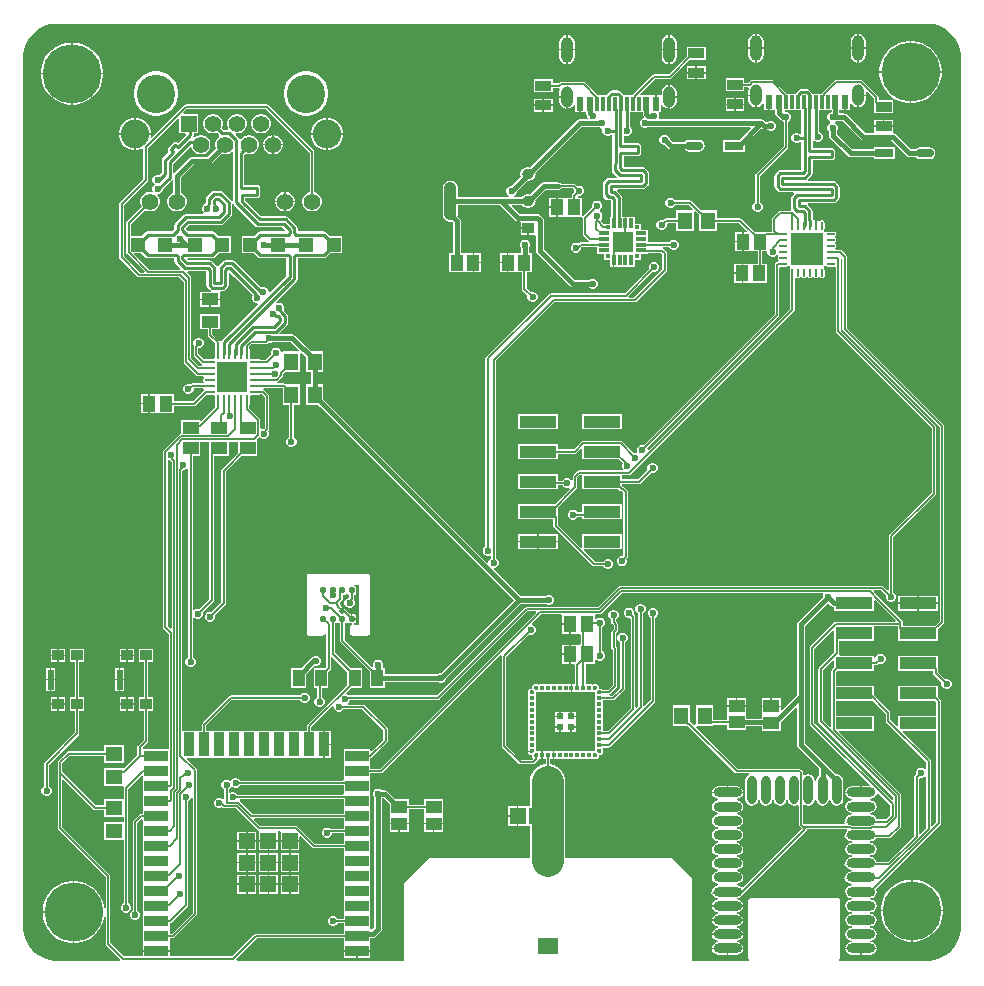
<source format=gtl>
G04*
G04 #@! TF.GenerationSoftware,Altium Limited,Altium Designer,23.6.0 (18)*
G04*
G04 Layer_Physical_Order=1*
G04 Layer_Color=255*
%FSLAX25Y25*%
%MOIN*%
G70*
G04*
G04 #@! TF.SameCoordinates,9EB9F688-6EA2-4756-8BD5-BABC090EB3C1*
G04*
G04*
G04 #@! TF.FilePolarity,Positive*
G04*
G01*
G75*
G04:AMPARAMS|DCode=16|XSize=61.32mil|YSize=29.23mil|CornerRadius=14.62mil|HoleSize=0mil|Usage=FLASHONLY|Rotation=180.000|XOffset=0mil|YOffset=0mil|HoleType=Round|Shape=RoundedRectangle|*
%AMROUNDEDRECTD16*
21,1,0.06132,0.00000,0,0,180.0*
21,1,0.03209,0.02923,0,0,180.0*
1,1,0.02923,-0.01604,0.00000*
1,1,0.02923,0.01604,0.00000*
1,1,0.02923,0.01604,0.00000*
1,1,0.02923,-0.01604,0.00000*
%
%ADD16ROUNDEDRECTD16*%
%ADD17R,0.06132X0.02923*%
%ADD18R,0.02165X0.06693*%
%ADD19R,0.03937X0.03543*%
%ADD20R,0.05756X0.04953*%
%ADD21R,0.02200X0.02200*%
%ADD22R,0.01600X0.01200*%
%ADD23R,0.01200X0.01600*%
%ADD24R,0.05236X0.05236*%
%ADD25R,0.03543X0.07874*%
%ADD26R,0.07874X0.03543*%
%ADD27R,0.05544X0.03963*%
%ADD28R,0.04953X0.05756*%
%ADD29R,0.12205X0.03937*%
%ADD30R,0.01181X0.01181*%
%ADD31R,0.03543X0.01181*%
%ADD32R,0.01181X0.03543*%
%ADD33O,0.00787X0.02756*%
%ADD34O,0.02756X0.00787*%
%ADD35R,0.10551X0.10551*%
G04:AMPARAMS|DCode=36|XSize=19.68mil|YSize=19.68mil|CornerRadius=2.46mil|HoleSize=0mil|Usage=FLASHONLY|Rotation=270.000|XOffset=0mil|YOffset=0mil|HoleType=Round|Shape=RoundedRectangle|*
%AMROUNDEDRECTD36*
21,1,0.01968,0.01476,0,0,270.0*
21,1,0.01476,0.01968,0,0,270.0*
1,1,0.00492,-0.00738,-0.00738*
1,1,0.00492,-0.00738,0.00738*
1,1,0.00492,0.00738,0.00738*
1,1,0.00492,0.00738,-0.00738*
%
%ADD36ROUNDEDRECTD36*%
%ADD37R,0.03390X0.00942*%
G04:AMPARAMS|DCode=38|XSize=33.9mil|YSize=9.42mil|CornerRadius=4.71mil|HoleSize=0mil|Usage=FLASHONLY|Rotation=0.000|XOffset=0mil|YOffset=0mil|HoleType=Round|Shape=RoundedRectangle|*
%AMROUNDEDRECTD38*
21,1,0.03390,0.00000,0,0,0.0*
21,1,0.02448,0.00942,0,0,0.0*
1,1,0.00942,0.01224,0.00000*
1,1,0.00942,-0.01224,0.00000*
1,1,0.00942,-0.01224,0.00000*
1,1,0.00942,0.01224,0.00000*
%
%ADD38ROUNDEDRECTD38*%
G04:AMPARAMS|DCode=39|XSize=9.42mil|YSize=33.9mil|CornerRadius=4.71mil|HoleSize=0mil|Usage=FLASHONLY|Rotation=0.000|XOffset=0mil|YOffset=0mil|HoleType=Round|Shape=RoundedRectangle|*
%AMROUNDEDRECTD39*
21,1,0.00942,0.02448,0,0,0.0*
21,1,0.00000,0.03390,0,0,0.0*
1,1,0.00942,0.00000,-0.01224*
1,1,0.00942,0.00000,-0.01224*
1,1,0.00942,0.00000,0.01224*
1,1,0.00942,0.00000,0.01224*
%
%ADD39ROUNDEDRECTD39*%
G04:AMPARAMS|DCode=40|XSize=39.54mil|YSize=125.28mil|CornerRadius=17.2mil|HoleSize=0mil|Usage=FLASHONLY|Rotation=180.000|XOffset=0mil|YOffset=0mil|HoleType=Round|Shape=RoundedRectangle|*
%AMROUNDEDRECTD40*
21,1,0.03954,0.09088,0,0,180.0*
21,1,0.00514,0.12528,0,0,180.0*
1,1,0.03440,-0.00257,0.04544*
1,1,0.03440,0.00257,0.04544*
1,1,0.03440,0.00257,-0.04544*
1,1,0.03440,-0.00257,-0.04544*
%
%ADD40ROUNDEDRECTD40*%
G04:AMPARAMS|DCode=41|XSize=39.54mil|YSize=34.34mil|CornerRadius=17.17mil|HoleSize=0mil|Usage=FLASHONLY|Rotation=180.000|XOffset=0mil|YOffset=0mil|HoleType=Round|Shape=RoundedRectangle|*
%AMROUNDEDRECTD41*
21,1,0.03954,0.00000,0,0,180.0*
21,1,0.00520,0.03434,0,0,180.0*
1,1,0.03434,-0.00260,0.00000*
1,1,0.03434,0.00260,0.00000*
1,1,0.03434,0.00260,0.00000*
1,1,0.03434,-0.00260,0.00000*
%
%ADD41ROUNDEDRECTD41*%
%ADD42R,0.03954X0.03434*%
%ADD43R,0.02362X0.04528*%
%ADD44R,0.01181X0.04528*%
%ADD45R,0.05315X0.03347*%
%ADD46R,0.04349X0.05339*%
G04:AMPARAMS|DCode=47|XSize=31.5mil|YSize=94.49mil|CornerRadius=15.75mil|HoleSize=0mil|Usage=FLASHONLY|Rotation=180.000|XOffset=0mil|YOffset=0mil|HoleType=Round|Shape=RoundedRectangle|*
%AMROUNDEDRECTD47*
21,1,0.03150,0.06299,0,0,180.0*
21,1,0.00000,0.09449,0,0,180.0*
1,1,0.03150,0.00000,0.03150*
1,1,0.03150,0.00000,0.03150*
1,1,0.03150,0.00000,-0.03150*
1,1,0.03150,0.00000,-0.03150*
%
%ADD47ROUNDEDRECTD47*%
G04:AMPARAMS|DCode=48|XSize=94.49mil|YSize=31.5mil|CornerRadius=15.75mil|HoleSize=0mil|Usage=FLASHONLY|Rotation=180.000|XOffset=0mil|YOffset=0mil|HoleType=Round|Shape=RoundedRectangle|*
%AMROUNDEDRECTD48*
21,1,0.09449,0.00000,0,0,180.0*
21,1,0.06299,0.03150,0,0,180.0*
1,1,0.03150,-0.03150,0.00000*
1,1,0.03150,0.03150,0.00000*
1,1,0.03150,0.03150,0.00000*
1,1,0.03150,-0.03150,0.00000*
%
%ADD48ROUNDEDRECTD48*%
%ADD49R,0.05315X0.05709*%
%ADD50R,0.07087X0.05512*%
%ADD51R,0.07087X0.03937*%
%ADD52R,0.05339X0.04349*%
%ADD53R,0.03963X0.05544*%
%ADD54R,0.05363X0.04166*%
%ADD55R,0.04528X0.04528*%
%ADD57R,0.07087X0.07087*%
%ADD62R,0.10236X0.10236*%
G04:AMPARAMS|DCode=65|XSize=39.37mil|YSize=70.87mil|CornerRadius=19.68mil|HoleSize=0mil|Usage=FLASHONLY|Rotation=180.000|XOffset=0mil|YOffset=0mil|HoleType=Round|Shape=RoundedRectangle|*
%AMROUNDEDRECTD65*
21,1,0.03937,0.03150,0,0,180.0*
21,1,0.00000,0.07087,0,0,180.0*
1,1,0.03937,0.00000,0.01575*
1,1,0.03937,0.00000,0.01575*
1,1,0.03937,0.00000,-0.01575*
1,1,0.03937,0.00000,-0.01575*
%
%ADD65ROUNDEDRECTD65*%
G04:AMPARAMS|DCode=66|XSize=39.37mil|YSize=86.61mil|CornerRadius=19.68mil|HoleSize=0mil|Usage=FLASHONLY|Rotation=180.000|XOffset=0mil|YOffset=0mil|HoleType=Round|Shape=RoundedRectangle|*
%AMROUNDEDRECTD66*
21,1,0.03937,0.04724,0,0,180.0*
21,1,0.00000,0.08661,0,0,180.0*
1,1,0.03937,0.00000,0.02362*
1,1,0.03937,0.00000,0.02362*
1,1,0.03937,0.00000,-0.02362*
1,1,0.03937,0.00000,-0.02362*
%
%ADD66ROUNDEDRECTD66*%
%ADD68C,0.05472*%
%ADD69R,0.05472X0.05472*%
%ADD70C,0.09528*%
%ADD71C,0.12795*%
%ADD75C,0.00500*%
%AMCUSTOMSHAPE76*
4,1,5,0.00600,-0.00800,-0.00600,-0.00800,-0.00600,0.00200,0.00000,0.00800,0.00600,0.00800,0.00600,-0.00800,0.0*%
%ADD76CUSTOMSHAPE76*%

%AMCUSTOMSHAPE77*
4,1,5,-0.00800,-0.00600,-0.00800,0.00600,0.00800,0.00600,0.00800,0.00000,0.00200,-0.00600,-0.00800,-0.00600,0.0*%
%ADD77CUSTOMSHAPE77*%

%AMCUSTOMSHAPE78*
4,1,5,-0.00800,-0.00600,-0.00800,0.00600,0.00200,0.00600,0.00800,0.00000,0.00800,-0.00600,-0.00800,-0.00600,0.0*%
%ADD78CUSTOMSHAPE78*%

%AMCUSTOMSHAPE79*
4,1,5,-0.00600,0.00800,0.00600,0.00800,0.00600,-0.00800,0.00000,-0.00800,-0.00600,-0.00200,-0.00600,0.00800,0.0*%
%ADD79CUSTOMSHAPE79*%

%AMCUSTOMSHAPE80*
4,1,5,-0.00600,0.00800,0.00600,0.00800,0.00600,-0.00200,0.00000,-0.00800,-0.00600,-0.00800,-0.00600,0.00800,0.0*%
%ADD80CUSTOMSHAPE80*%

%AMCUSTOMSHAPE81*
4,1,5,0.00800,0.00600,0.00800,-0.00600,-0.00800,-0.00600,-0.00800,0.00000,-0.00200,0.00600,0.00800,0.00600,0.0*%
%ADD81CUSTOMSHAPE81*%

%AMCUSTOMSHAPE82*
4,1,5,0.00800,0.00600,0.00800,-0.00600,-0.00200,-0.00600,-0.00800,0.00000,-0.00800,0.00600,0.00800,0.00600,0.0*%
%ADD82CUSTOMSHAPE82*%

%AMCUSTOMSHAPE83*
4,1,5,0.00600,-0.00800,-0.00600,-0.00800,-0.00600,0.00800,0.00000,0.00800,0.00600,0.00200,0.00600,-0.00800,0.0*%
%ADD83CUSTOMSHAPE83*%

%ADD84C,0.01097*%
%ADD85C,0.01500*%
%ADD86C,0.10630*%
%ADD87C,0.19685*%
%ADD88C,0.02362*%
%ADD89C,0.01968*%
%ADD90C,0.05000*%
G36*
X455841Y445009D02*
X457235Y444635D01*
X458568Y444083D01*
X459818Y443362D01*
X460963Y442483D01*
X461983Y441463D01*
X462862Y440318D01*
X463583Y439068D01*
X464135Y437735D01*
X464509Y436341D01*
X464697Y434910D01*
Y434189D01*
Y143811D01*
Y143089D01*
X464509Y141659D01*
X464135Y140265D01*
X463583Y138932D01*
X462862Y137682D01*
X461983Y136537D01*
X460963Y135517D01*
X459818Y134638D01*
X458568Y133917D01*
X457235Y133365D01*
X455841Y132991D01*
X454411Y132803D01*
X424264D01*
X424165Y133303D01*
X424391Y133396D01*
X424549Y133779D01*
Y153070D01*
X424391Y153453D01*
X424008Y153612D01*
X394480D01*
X394097Y153453D01*
X393939Y153070D01*
Y133779D01*
X394097Y133396D01*
X394323Y133303D01*
X394224Y132803D01*
X375000D01*
Y160500D01*
X368500Y167000D01*
X332843D01*
Y192500D01*
X332731Y193640D01*
X332398Y194736D01*
X331858Y195746D01*
X331132Y196632D01*
X330246Y197358D01*
X329236Y197898D01*
X328140Y198231D01*
X327858Y198259D01*
Y200100D01*
X328812D01*
Y201400D01*
Y202700D01*
X325374D01*
Y201400D01*
Y200100D01*
X326328D01*
Y198277D01*
X325860Y198231D01*
X324764Y197898D01*
X323754Y197358D01*
X322868Y196632D01*
X322142Y195746D01*
X321602Y194736D01*
X321269Y193640D01*
X321157Y192500D01*
Y184708D01*
X320803Y184354D01*
X320339Y184354D01*
X319839Y184354D01*
X317250D01*
Y181000D01*
Y177646D01*
X319839D01*
X320158Y177646D01*
X320657Y177646D01*
X321157Y177644D01*
Y167000D01*
X287500D01*
X279000Y158500D01*
Y132803D01*
X223420D01*
X223213Y133303D01*
X230146Y140235D01*
X259063D01*
Y138772D01*
X259063Y138728D01*
Y138272D01*
X259063Y138228D01*
Y136250D01*
X263500D01*
X267937D01*
Y138228D01*
X267937Y138272D01*
Y138728D01*
X267937Y138772D01*
Y140421D01*
X268695D01*
X269183Y140518D01*
X269597Y140794D01*
X271401Y142599D01*
X271677Y143012D01*
X271775Y143500D01*
Y186879D01*
X272274Y186985D01*
X274330Y184930D01*
Y181675D01*
X274330Y181383D01*
X274330Y180883D01*
Y178750D01*
X277500D01*
X280670D01*
Y180883D01*
X280670Y181175D01*
X280670Y181675D01*
Y183293D01*
X285830D01*
Y181675D01*
X285830Y181383D01*
X285830Y180883D01*
Y178750D01*
X289000D01*
X292170D01*
Y180883D01*
X292170Y181175D01*
X292170Y181675D01*
Y186732D01*
X285830D01*
Y184822D01*
X280670D01*
Y186732D01*
X276133D01*
X273628Y189236D01*
X273215Y189513D01*
X272727Y189610D01*
X271768D01*
X271452Y189925D01*
X270834Y190181D01*
X270166D01*
X269548Y189925D01*
X269075Y189452D01*
X268819Y188834D01*
Y188166D01*
X269075Y187548D01*
X269226Y187397D01*
Y144028D01*
X268437Y143239D01*
X267937Y143272D01*
Y143728D01*
X267937Y143772D01*
Y148228D01*
X267937Y148272D01*
Y148728D01*
X267937Y148772D01*
Y153228D01*
X267937Y153272D01*
Y153728D01*
X267937Y153772D01*
Y158228D01*
X267937Y158272D01*
Y158728D01*
X267937Y158772D01*
Y163228D01*
X267937Y163272D01*
Y163728D01*
X267937Y163772D01*
Y168228D01*
X267937Y168272D01*
Y168728D01*
X267937Y168772D01*
Y173228D01*
X267937Y173272D01*
Y173728D01*
X267937Y173772D01*
Y178228D01*
X267937Y178272D01*
Y178728D01*
X267937Y178772D01*
Y183272D01*
X267937D01*
Y183728D01*
X267937D01*
Y188272D01*
X267937D01*
Y188728D01*
X267937D01*
Y193228D01*
X267937Y193272D01*
Y193728D01*
X267937Y193772D01*
Y195235D01*
X271500D01*
X271793Y195293D01*
X272041Y195459D01*
X311155Y234573D01*
X311284Y234561D01*
X311735Y234269D01*
Y204500D01*
X311793Y204207D01*
X311959Y203959D01*
X317459Y198459D01*
X317459Y198459D01*
X317707Y198293D01*
X318000Y198235D01*
X322036D01*
X322329Y198293D01*
X322577Y198459D01*
X323665Y199547D01*
X323831Y199795D01*
X324024Y200100D01*
X324874D01*
Y201400D01*
Y202700D01*
X324024D01*
Y202700D01*
X323947Y202649D01*
X323724Y202741D01*
X323241D01*
Y203224D01*
X323149Y203447D01*
X323200Y203524D01*
X323200D01*
Y205493D01*
Y209431D01*
Y213369D01*
Y217307D01*
Y221476D01*
X323200D01*
X323149Y221553D01*
X323241Y221776D01*
Y222259D01*
X323724D01*
X323947Y222351D01*
X324024Y222300D01*
Y222300D01*
X334719D01*
Y223600D01*
Y224900D01*
X324024D01*
Y224900D01*
X323947Y224849D01*
X323724Y224941D01*
X322524D01*
X322141Y224783D01*
X321983Y224400D01*
Y223517D01*
X321100D01*
X320717Y223359D01*
X320559Y222976D01*
Y221776D01*
X320651Y221553D01*
X320600Y221476D01*
X320600D01*
Y219276D01*
Y215338D01*
Y211400D01*
Y207462D01*
Y203524D01*
X320600D01*
X320651Y203447D01*
X320559Y203224D01*
Y202874D01*
X321900D01*
Y202374D01*
X320559D01*
Y202024D01*
X320717Y201641D01*
X321100Y201483D01*
X321983D01*
Y200600D01*
X322141Y200217D01*
X322146Y200191D01*
X321720Y199765D01*
X318317D01*
X313265Y204817D01*
Y233952D01*
X320843Y241531D01*
X321031Y241454D01*
X321700D01*
X322318Y241709D01*
X322791Y242182D01*
X323046Y242800D01*
Y243469D01*
X322791Y244087D01*
X322318Y244560D01*
X321986Y244697D01*
X321859Y245278D01*
X324817Y248235D01*
X331353D01*
X331825Y248170D01*
X331825Y247735D01*
Y245250D01*
X334500D01*
Y245000D01*
X334750D01*
Y241830D01*
X336883D01*
X337175Y241830D01*
X337787Y241830D01*
X338141Y241477D01*
Y238251D01*
X337641Y238170D01*
X337383Y238170D01*
Y238170D01*
X337175D01*
Y238170D01*
X334750D01*
Y235000D01*
Y231830D01*
X335777D01*
X336172Y231384D01*
Y225000D01*
X335682Y224900D01*
X335219D01*
Y223600D01*
Y222300D01*
X341976D01*
Y222300D01*
X342053Y222351D01*
X342276Y222259D01*
X342759D01*
Y221776D01*
X342851Y221553D01*
X342800Y221476D01*
X342800D01*
Y219276D01*
Y215338D01*
Y211400D01*
Y207462D01*
Y203524D01*
X342800D01*
X342851Y203447D01*
X342759Y203224D01*
Y202741D01*
X342276D01*
X342053Y202649D01*
X341976Y202700D01*
Y202700D01*
X329312D01*
Y201400D01*
Y200100D01*
X341976D01*
Y200100D01*
X342053Y200151D01*
X342276Y200059D01*
X343476D01*
X343859Y200217D01*
X344017Y200600D01*
Y201483D01*
X344900D01*
X345283Y201641D01*
X345441Y202024D01*
Y203224D01*
X345382Y203367D01*
X345417Y203517D01*
X345633Y203861D01*
X347325D01*
X347617Y203920D01*
X347866Y204085D01*
X347866Y204085D01*
X362750Y218969D01*
X362915Y219217D01*
X362974Y219510D01*
X362974Y219510D01*
Y247150D01*
X363161Y247228D01*
X363634Y247701D01*
X363890Y248319D01*
Y248988D01*
X363634Y249605D01*
X363161Y250078D01*
X362543Y250334D01*
X361875D01*
X361257Y250078D01*
X360784Y249605D01*
X360528Y248988D01*
Y248319D01*
X360784Y247701D01*
X361257Y247228D01*
X361444Y247150D01*
Y219827D01*
X359265Y217647D01*
X358765Y217854D01*
Y248497D01*
X358952Y248575D01*
X359425Y249048D01*
X359681Y249666D01*
Y250334D01*
X359425Y250952D01*
X358952Y251425D01*
X358334Y251681D01*
X357666D01*
X357048Y251425D01*
X356575Y250952D01*
X356319Y250334D01*
Y249666D01*
X356575Y249048D01*
X357048Y248575D01*
X357235Y248497D01*
Y217586D01*
X356765Y217116D01*
X356265Y217323D01*
Y247391D01*
X356233Y247550D01*
X356206Y247683D01*
X356206Y247683D01*
X356206Y247683D01*
X356123Y247808D01*
X356041Y247932D01*
X355764Y248208D01*
X355878Y248485D01*
Y249153D01*
X355622Y249771D01*
X355150Y250244D01*
X354532Y250500D01*
X353863D01*
X353245Y250244D01*
X352772Y249771D01*
X352516Y249153D01*
Y248485D01*
X352772Y247867D01*
X353245Y247394D01*
X353863Y247138D01*
X354532D01*
X354735Y246681D01*
Y217055D01*
X347008Y209328D01*
X345500D01*
X345400Y209818D01*
Y215338D01*
Y219119D01*
X345500Y219609D01*
X348874D01*
X349167Y219668D01*
X349415Y219833D01*
X352541Y222959D01*
X352707Y223207D01*
X352765Y223500D01*
Y238997D01*
X352952Y239075D01*
X353425Y239548D01*
X353681Y240166D01*
Y240834D01*
X353425Y241452D01*
X352952Y241925D01*
X352334Y242181D01*
X351666D01*
X351048Y241925D01*
X350575Y241452D01*
X350319Y240834D01*
Y240166D01*
X350575Y239548D01*
X351048Y239075D01*
X351235Y238997D01*
Y223817D01*
X348557Y221139D01*
X347680D01*
X347618Y221636D01*
X347866Y221802D01*
X350041Y223977D01*
X350206Y224225D01*
X350265Y224518D01*
X350265Y224518D01*
Y236757D01*
X350265Y236757D01*
X350206Y237050D01*
X350041Y237298D01*
X349765Y237574D01*
Y241926D01*
X350305Y242467D01*
X350471Y242715D01*
X350529Y243007D01*
X350529Y243007D01*
Y244869D01*
X350529Y244869D01*
X350471Y245162D01*
X350305Y245410D01*
X349765Y245951D01*
Y246497D01*
X349952Y246575D01*
X350425Y247048D01*
X350681Y247666D01*
Y248334D01*
X350425Y248952D01*
X349952Y249425D01*
X349334Y249681D01*
X348666D01*
X348048Y249425D01*
X347575Y248952D01*
X347319Y248334D01*
Y247666D01*
X347575Y247048D01*
X348048Y246575D01*
X348235Y246497D01*
Y245634D01*
X348293Y245341D01*
X348459Y245093D01*
X349000Y244553D01*
Y243324D01*
X348459Y242783D01*
X348293Y242535D01*
X348235Y242243D01*
Y237257D01*
X348293Y236964D01*
X348459Y236716D01*
X348735Y236440D01*
Y224834D01*
X347008Y223107D01*
X345510D01*
X345498Y223110D01*
X345386D01*
X345283Y223359D01*
X344900Y223517D01*
X344017D01*
Y224400D01*
X343859Y224783D01*
X343476Y224941D01*
X342276D01*
X342053Y224849D01*
X341976Y224900D01*
Y224900D01*
X339670D01*
Y231830D01*
X342732D01*
Y233184D01*
X343232Y233391D01*
X343548Y233075D01*
X344166Y232819D01*
X344834D01*
X345452Y233075D01*
X345925Y233548D01*
X346181Y234166D01*
Y234834D01*
X345925Y235452D01*
X345452Y235925D01*
X345265Y236003D01*
Y243997D01*
X345452Y244075D01*
X345925Y244548D01*
X346181Y245166D01*
Y245834D01*
X345925Y246452D01*
X345452Y246925D01*
X344834Y247181D01*
X344166D01*
X343548Y246925D01*
X343232Y246609D01*
X342732Y246816D01*
Y248170D01*
X343205Y248235D01*
X344500D01*
X344793Y248293D01*
X345041Y248459D01*
X351817Y255235D01*
X418705D01*
X418985Y254735D01*
X418819Y254334D01*
Y254121D01*
X410542Y245844D01*
X410265Y245431D01*
X410169Y244943D01*
Y221416D01*
X405132Y216379D01*
X404670Y216571D01*
Y217307D01*
X401500D01*
X398330D01*
Y214883D01*
X398330Y214883D01*
Y214674D01*
X398330D01*
X398330Y214383D01*
Y213496D01*
X393523D01*
X393170Y213849D01*
X393170Y214896D01*
X393170Y215396D01*
Y217529D01*
X390000D01*
X386830D01*
Y215396D01*
X386830Y215104D01*
X386830Y214604D01*
Y212986D01*
X382323D01*
Y217878D01*
X376370D01*
Y211572D01*
X375870Y211365D01*
X374822Y212413D01*
X374630Y212541D01*
Y217878D01*
X368677D01*
Y211122D01*
X373806D01*
X373880Y211107D01*
X373880Y211107D01*
X373965D01*
X389613Y195459D01*
X389613Y195459D01*
X389861Y195293D01*
X390154Y195235D01*
X394098D01*
X394149Y195094D01*
X394181Y194735D01*
X393575Y194331D01*
X393116Y193644D01*
X392955Y192835D01*
Y186535D01*
X393116Y185726D01*
X393575Y185039D01*
X394261Y184581D01*
X395071Y184420D01*
X395880Y184581D01*
X396567Y185039D01*
X397025Y185726D01*
X397186Y186535D01*
X397680D01*
X397841Y185726D01*
X398299Y185039D01*
X398986Y184581D01*
X399795Y184420D01*
X400605Y184581D01*
X401291Y185039D01*
X401750Y185726D01*
X401911Y186535D01*
X402404D01*
X402565Y185726D01*
X403024Y185039D01*
X403710Y184581D01*
X404520Y184420D01*
X405329Y184581D01*
X406015Y185039D01*
X406474Y185726D01*
X406635Y186535D01*
X407128D01*
X407290Y185726D01*
X407748Y185039D01*
X408434Y184581D01*
X409244Y184420D01*
X410053Y184581D01*
X410285Y184735D01*
X410784Y184468D01*
Y178085D01*
X410843Y177792D01*
X411009Y177544D01*
X411736Y176817D01*
X392163Y157244D01*
X391665Y157293D01*
X391646Y157323D01*
X390959Y157781D01*
X390150Y157942D01*
Y158435D01*
X390959Y158597D01*
X391646Y159055D01*
X392104Y159741D01*
X392265Y160551D01*
X392104Y161361D01*
X391646Y162047D01*
X390959Y162505D01*
X390150Y162666D01*
Y163160D01*
X390959Y163321D01*
X391646Y163780D01*
X392104Y164466D01*
X392265Y165276D01*
X392104Y166085D01*
X391646Y166771D01*
X390959Y167230D01*
X390150Y167391D01*
Y167885D01*
X390959Y168046D01*
X391646Y168504D01*
X392104Y169191D01*
X392265Y170000D01*
X392104Y170809D01*
X391646Y171496D01*
X390959Y171954D01*
X390150Y172116D01*
Y172609D01*
X390959Y172770D01*
X391646Y173229D01*
X392104Y173915D01*
X392265Y174724D01*
X392104Y175534D01*
X391646Y176220D01*
X390959Y176679D01*
X390150Y176840D01*
Y177333D01*
X390959Y177494D01*
X391646Y177953D01*
X392104Y178639D01*
X392265Y179449D01*
X392104Y180258D01*
X391646Y180945D01*
X390959Y181403D01*
X390150Y181564D01*
Y182058D01*
X390959Y182219D01*
X391646Y182677D01*
X392104Y183364D01*
X392265Y184173D01*
X392104Y184983D01*
X391646Y185669D01*
X390959Y186128D01*
X390150Y186289D01*
Y186782D01*
X390959Y186943D01*
X391646Y187402D01*
X392104Y188088D01*
X392215Y188648D01*
X387000D01*
X381785D01*
X381896Y188088D01*
X382354Y187402D01*
X383041Y186943D01*
X383850Y186782D01*
Y186289D01*
X383041Y186128D01*
X382354Y185669D01*
X381896Y184983D01*
X381735Y184173D01*
X381896Y183364D01*
X382354Y182677D01*
X383041Y182219D01*
X383850Y182058D01*
Y181564D01*
X383041Y181403D01*
X382354Y180945D01*
X381896Y180258D01*
X381735Y179449D01*
X381896Y178639D01*
X382354Y177953D01*
X383041Y177494D01*
X383850Y177333D01*
Y176840D01*
X383041Y176679D01*
X382354Y176220D01*
X381896Y175534D01*
X381735Y174724D01*
X381896Y173915D01*
X382354Y173229D01*
X383041Y172770D01*
X383850Y172609D01*
Y172116D01*
X383041Y171954D01*
X382354Y171496D01*
X381896Y170809D01*
X381735Y170000D01*
X381896Y169191D01*
X382354Y168504D01*
X383041Y168046D01*
X383850Y167885D01*
Y167391D01*
X383041Y167230D01*
X382354Y166771D01*
X381896Y166085D01*
X381735Y165276D01*
X381896Y164466D01*
X382354Y163780D01*
X383041Y163321D01*
X383850Y163160D01*
Y162666D01*
X383041Y162505D01*
X382354Y162047D01*
X381896Y161361D01*
X381735Y160551D01*
X381896Y159741D01*
X382354Y159055D01*
X383041Y158597D01*
X383850Y158435D01*
Y157942D01*
X383041Y157781D01*
X382354Y157323D01*
X381896Y156636D01*
X381792Y156111D01*
X381715Y156060D01*
X381550Y155812D01*
X381491Y155520D01*
X381550Y155227D01*
X381715Y154979D01*
X381963Y154813D01*
X382043Y154797D01*
X382354Y154331D01*
X383041Y153872D01*
X383850Y153711D01*
Y153218D01*
X383041Y153057D01*
X382354Y152598D01*
X381896Y151912D01*
X381785Y151352D01*
X387000D01*
X392215D01*
X392104Y151912D01*
X391646Y152598D01*
X390959Y153057D01*
X390150Y153218D01*
Y153711D01*
X390959Y153872D01*
X391646Y154331D01*
X392104Y155017D01*
X392105Y155024D01*
X413358Y176276D01*
X413523Y176524D01*
X413565Y176735D01*
X426713D01*
X426872Y176278D01*
X426831Y176204D01*
X426384Y175534D01*
X426280Y175009D01*
X426203Y174958D01*
X426038Y174710D01*
X425979Y174417D01*
X426038Y174125D01*
X426203Y173877D01*
X426451Y173711D01*
X426531Y173695D01*
X426842Y173229D01*
X427529Y172770D01*
X428338Y172609D01*
Y172116D01*
X427529Y171954D01*
X426842Y171496D01*
X426384Y170809D01*
X426223Y170000D01*
X426384Y169191D01*
X426842Y168504D01*
X427529Y168046D01*
X428338Y167885D01*
Y167391D01*
X427529Y167230D01*
X426842Y166771D01*
X426384Y166085D01*
X426280Y165560D01*
X426203Y165509D01*
X426038Y165261D01*
X425979Y164969D01*
X426038Y164676D01*
X426203Y164428D01*
X426451Y164262D01*
X426531Y164246D01*
X426842Y163780D01*
X427529Y163321D01*
X428338Y163160D01*
Y162666D01*
X427529Y162505D01*
X426842Y162047D01*
X426384Y161361D01*
X426280Y160836D01*
X426203Y160785D01*
X426038Y160537D01*
X425979Y160244D01*
X426038Y159951D01*
X426203Y159703D01*
X426451Y159537D01*
X426531Y159522D01*
X426842Y159055D01*
X427529Y158597D01*
X428338Y158435D01*
Y157942D01*
X427529Y157781D01*
X426842Y157323D01*
X426384Y156636D01*
X426223Y155827D01*
X426384Y155017D01*
X426842Y154331D01*
X427529Y153872D01*
X428338Y153711D01*
Y153218D01*
X427529Y153057D01*
X426842Y152598D01*
X426384Y151912D01*
X426223Y151102D01*
X426384Y150293D01*
X426842Y149606D01*
X427529Y149148D01*
X428338Y148987D01*
Y148493D01*
X427529Y148332D01*
X426842Y147874D01*
X426384Y147187D01*
X426223Y146378D01*
X426384Y145568D01*
X426842Y144882D01*
X427529Y144423D01*
X428338Y144262D01*
Y143769D01*
X427529Y143608D01*
X426842Y143149D01*
X426384Y142463D01*
X426223Y141653D01*
X426384Y140844D01*
X426842Y140157D01*
X427529Y139699D01*
X428338Y139538D01*
Y139044D01*
X427529Y138883D01*
X426842Y138425D01*
X426384Y137739D01*
X426273Y137179D01*
X431488D01*
X436703D01*
X436592Y137739D01*
X436133Y138425D01*
X435447Y138883D01*
X434638Y139044D01*
Y139538D01*
X435447Y139699D01*
X436133Y140157D01*
X436592Y140844D01*
X436753Y141653D01*
X436592Y142463D01*
X436133Y143149D01*
X435447Y143608D01*
X434638Y143769D01*
Y144262D01*
X435447Y144423D01*
X436133Y144882D01*
X436592Y145568D01*
X436753Y146378D01*
X436592Y147187D01*
X436133Y147874D01*
X435447Y148332D01*
X434638Y148493D01*
Y148987D01*
X435447Y149148D01*
X436133Y149606D01*
X436592Y150293D01*
X436753Y151102D01*
X436592Y151912D01*
X436133Y152598D01*
X435447Y153057D01*
X434638Y153218D01*
Y153711D01*
X435447Y153872D01*
X436133Y154331D01*
X436592Y155017D01*
X436753Y155827D01*
X436592Y156636D01*
X436536Y156721D01*
X457893Y178078D01*
X457893Y178078D01*
X458059Y178327D01*
X458117Y178619D01*
Y219281D01*
X458059Y219574D01*
X457893Y219822D01*
X457102Y220613D01*
Y224468D01*
X443898D01*
Y219531D01*
X456021D01*
X456588Y218965D01*
Y214469D01*
X443898D01*
Y211206D01*
X443436Y211014D01*
X441265Y213185D01*
Y215500D01*
X441207Y215793D01*
X441041Y216041D01*
X435843Y221239D01*
Y224468D01*
X423152D01*
Y228965D01*
X423719Y229532D01*
X435843D01*
Y231235D01*
X436500D01*
X436793Y231294D01*
X437041Y231459D01*
X437478Y231897D01*
X437666Y231819D01*
X438334D01*
X438952Y232075D01*
X439425Y232548D01*
X439681Y233166D01*
Y233834D01*
X439425Y234452D01*
X438952Y234925D01*
X438334Y235181D01*
X437666D01*
X437048Y234925D01*
X436575Y234452D01*
X436319Y233834D01*
X435843Y233892D01*
Y234469D01*
X424349D01*
X424082Y234968D01*
X424094Y234987D01*
X424153Y235279D01*
Y239531D01*
X435843D01*
Y244247D01*
X443883D01*
Y243719D01*
X443898Y243644D01*
Y239531D01*
X457102D01*
Y243387D01*
X459041Y245325D01*
X459206Y245574D01*
X459265Y245866D01*
Y311000D01*
X459206Y311293D01*
X459041Y311541D01*
X426765Y343817D01*
Y367500D01*
X426707Y367793D01*
X426541Y368041D01*
X426541Y368041D01*
X425025Y369556D01*
X424777Y369722D01*
X424484Y369780D01*
X423065D01*
X422918Y370266D01*
X422922Y370286D01*
X423003Y370340D01*
X423200Y370636D01*
X423270Y370984D01*
X423200Y371333D01*
X423003Y371628D01*
X422922Y371683D01*
Y372254D01*
X423003Y372308D01*
X423200Y372604D01*
X423270Y372953D01*
X423200Y373302D01*
X423003Y373597D01*
X422922Y373651D01*
Y374223D01*
X423003Y374277D01*
X423200Y374572D01*
X423270Y374921D01*
X423200Y375270D01*
X423003Y375566D01*
X422707Y375763D01*
X422358Y375832D01*
X420390D01*
X420041Y375763D01*
X419776Y375586D01*
X419614Y375621D01*
X419276Y375762D01*
Y375776D01*
X419262D01*
X419121Y376114D01*
X419086Y376276D01*
X419263Y376541D01*
X419332Y376890D01*
Y378858D01*
X419263Y379207D01*
X419066Y379503D01*
X418770Y379700D01*
X418421Y379769D01*
X418073Y379700D01*
X417777Y379503D01*
X417723Y379422D01*
X417151D01*
X417097Y379503D01*
X416802Y379700D01*
X416703Y379720D01*
Y377874D01*
X416203D01*
Y379720D01*
X416104Y379700D01*
X415898Y379563D01*
X415565Y379668D01*
X415396Y379782D01*
X415368Y379924D01*
Y382678D01*
X415286Y383087D01*
X415055Y383434D01*
X413704Y384784D01*
X413911Y385284D01*
X422363D01*
X422772Y385366D01*
X423119Y385598D01*
X424055Y386533D01*
X424286Y386880D01*
X424368Y387289D01*
Y390709D01*
X424286Y391119D01*
X424055Y391465D01*
X423119Y392401D01*
X422772Y392633D01*
X422363Y392714D01*
X413911D01*
X413704Y393214D01*
X415055Y394565D01*
X415286Y394912D01*
X415368Y395321D01*
Y399577D01*
X421796D01*
X422205Y399658D01*
X422552Y399890D01*
X422784Y400237D01*
X422865Y400646D01*
Y402743D01*
X422784Y403152D01*
X422552Y403499D01*
X422205Y403731D01*
X421796Y403812D01*
X415368D01*
Y406048D01*
X415868Y406255D01*
X416048Y406075D01*
X416666Y405819D01*
X417334D01*
X417952Y406075D01*
X418425Y406548D01*
X418681Y407166D01*
Y407834D01*
X418425Y408452D01*
X417952Y408925D01*
X417522Y409103D01*
Y416252D01*
X421674D01*
Y415681D01*
X421666D01*
X421048Y415425D01*
X420575Y414952D01*
X420319Y414334D01*
Y413666D01*
X420575Y413048D01*
X421048Y412575D01*
X421179Y412521D01*
Y411979D01*
X421048Y411925D01*
X420575Y411452D01*
X420319Y410834D01*
Y410166D01*
X420575Y409548D01*
X420891Y409232D01*
Y407835D01*
X420988Y407347D01*
X421264Y406934D01*
X427099Y401099D01*
X427512Y400822D01*
X428000Y400726D01*
X435740D01*
Y400038D01*
X442872D01*
Y403962D01*
X435740D01*
Y403274D01*
X428528D01*
X423440Y408363D01*
Y409582D01*
X423681Y410166D01*
Y410834D01*
X423425Y411452D01*
X422978Y411900D01*
X422948Y412078D01*
X422937Y412441D01*
X423239Y412720D01*
X425293D01*
X431420Y406593D01*
X431833Y406317D01*
X432321Y406220D01*
X441478D01*
X446604Y401093D01*
X447018Y400817D01*
X447506Y400720D01*
X449586D01*
X449676Y400586D01*
X450325Y400152D01*
X451090Y400000D01*
X454299D01*
X455064Y400152D01*
X455713Y400586D01*
X456146Y401235D01*
X456299Y402000D01*
X456146Y402765D01*
X455713Y403414D01*
X455064Y403848D01*
X454299Y404000D01*
X451090D01*
X450325Y403848D01*
X449676Y403414D01*
X449579Y403269D01*
X448034D01*
X442907Y408396D01*
X442570Y408620D01*
X442493Y408672D01*
X442158Y409003D01*
X442158Y410754D01*
X435843D01*
X435843Y408831D01*
X435368Y408769D01*
X432849D01*
X426722Y414896D01*
X426308Y415172D01*
X425821Y415269D01*
X424223D01*
Y416252D01*
X425848D01*
Y419016D01*
X426348D01*
Y416252D01*
X427779D01*
Y418445D01*
X428279Y418597D01*
X428728Y417925D01*
X429545Y417380D01*
X430258Y417238D01*
Y421280D01*
X430508D01*
Y421530D01*
X433025D01*
Y422394D01*
X433525Y422601D01*
X435828Y420297D01*
Y418923D01*
X435843Y418850D01*
Y415327D01*
X442158D01*
Y419673D01*
X437357D01*
Y420614D01*
X437299Y420907D01*
X437133Y421155D01*
X432174Y426114D01*
X431926Y426279D01*
X431634Y426338D01*
X423032D01*
X422739Y426279D01*
X422491Y426114D01*
X418508Y422131D01*
X418343Y421883D01*
X418322Y421780D01*
X415441D01*
X415430Y421836D01*
X415198Y422183D01*
X414297Y423084D01*
X413950Y423316D01*
X413541Y423397D01*
X411491D01*
X411082Y423316D01*
X410735Y423084D01*
X409833Y422182D01*
X409601Y421836D01*
X409590Y421780D01*
X406853D01*
X406810Y421843D01*
X402540Y426114D01*
X402540Y426114D01*
X402292Y426279D01*
X402000Y426338D01*
X395176D01*
X395175Y426338D01*
X394883Y426279D01*
X394635Y426114D01*
X394635Y426114D01*
X394034Y425513D01*
X392657D01*
Y426921D01*
X386343D01*
Y422575D01*
X392657D01*
Y423983D01*
X393722D01*
X394100Y423483D01*
X393975Y422854D01*
Y421530D01*
X396492D01*
Y421280D01*
X396742D01*
Y417238D01*
X397455Y417380D01*
X398272Y417925D01*
X398721Y418597D01*
X399220Y418445D01*
Y416252D01*
X400652D01*
Y419016D01*
X401152D01*
Y416252D01*
X402838D01*
Y415451D01*
X402935Y414963D01*
X403212Y414549D01*
X404497Y413264D01*
X404911Y412988D01*
X405191Y412932D01*
X405548Y412575D01*
X405735Y412497D01*
Y404411D01*
X396459Y395135D01*
X396293Y394887D01*
X396235Y394594D01*
Y385503D01*
X396048Y385425D01*
X395575Y384952D01*
X395319Y384334D01*
Y383666D01*
X395575Y383048D01*
X396048Y382575D01*
X396666Y382319D01*
X397334D01*
X397952Y382575D01*
X398425Y383048D01*
X398681Y383666D01*
Y384334D01*
X398425Y384952D01*
X397952Y385425D01*
X397765Y385503D01*
Y394277D01*
X407041Y403553D01*
X407206Y403801D01*
X407265Y404094D01*
Y412497D01*
X407452Y412575D01*
X407925Y413048D01*
X408181Y413666D01*
Y414334D01*
X407925Y414952D01*
X407452Y415425D01*
X406834Y415681D01*
X406166D01*
X406117Y415661D01*
X406026Y415752D01*
X406234Y416252D01*
X411632D01*
Y408452D01*
X411132Y408245D01*
X410952Y408425D01*
X410334Y408681D01*
X409666D01*
X409048Y408425D01*
X408575Y407952D01*
X408319Y407334D01*
Y406666D01*
X408575Y406048D01*
X409048Y405575D01*
X409666Y405319D01*
X410334D01*
X410952Y405575D01*
X411132Y405755D01*
X411632Y405548D01*
Y398000D01*
X411632Y398000D01*
Y396425D01*
X411616Y396409D01*
X404637D01*
X404228Y396327D01*
X403881Y396095D01*
X402945Y395160D01*
X402714Y394813D01*
X402632Y394404D01*
Y390984D01*
X402714Y390574D01*
X402945Y390228D01*
X403881Y389292D01*
X404228Y389060D01*
X404637Y388979D01*
X408954D01*
X409161Y388479D01*
X408454Y387771D01*
X408222Y387424D01*
X408140Y387015D01*
Y383595D01*
X408206Y383265D01*
X408082Y383002D01*
X407902Y382765D01*
X404500D01*
X404500Y382765D01*
X404207Y382706D01*
X403959Y382541D01*
X401959Y380541D01*
X401793Y380293D01*
X401735Y380000D01*
Y376176D01*
X401370Y375686D01*
X400200D01*
X400192Y375684D01*
X399703D01*
X399630Y375670D01*
X396186D01*
X391814Y380041D01*
X391566Y380206D01*
X391274Y380265D01*
X383477D01*
Y382878D01*
X378347D01*
X378273Y382893D01*
X378188D01*
X375041Y386041D01*
X374793Y386207D01*
X374500Y386265D01*
X369503D01*
X369425Y386452D01*
X368952Y386925D01*
X368334Y387181D01*
X367666D01*
X367048Y386925D01*
X366575Y386452D01*
X366319Y385834D01*
Y385166D01*
X366575Y384548D01*
X367048Y384075D01*
X367666Y383819D01*
X368334D01*
X368952Y384075D01*
X369425Y384548D01*
X369503Y384735D01*
X374183D01*
X375540Y383378D01*
X375333Y382878D01*
X369830D01*
Y380265D01*
X366500D01*
X366207Y380206D01*
X365959Y380041D01*
X365522Y379603D01*
X365334Y379681D01*
X364666D01*
X364048Y379425D01*
X363575Y378952D01*
X363319Y378334D01*
Y377666D01*
X363575Y377048D01*
X364048Y376575D01*
X364666Y376319D01*
X365334D01*
X365952Y376575D01*
X366425Y377048D01*
X366681Y377666D01*
Y378334D01*
X367043Y378735D01*
X369830D01*
Y376122D01*
X375784D01*
Y382428D01*
X376284Y382635D01*
X377331Y381588D01*
X377331Y381588D01*
X377523Y381459D01*
Y376122D01*
X383477D01*
Y378735D01*
X390957D01*
X393561Y376132D01*
X393369Y375670D01*
X392471D01*
Y372500D01*
Y369330D01*
X394896D01*
X394896Y369330D01*
X395104D01*
Y369330D01*
X395396Y369330D01*
X397014D01*
Y365170D01*
X395117D01*
X394826Y365170D01*
X394325Y365170D01*
X392193D01*
Y362000D01*
Y358830D01*
X394325D01*
X394617Y358830D01*
X395117Y358830D01*
X400175D01*
Y365170D01*
X398543D01*
Y369330D01*
X400319Y369330D01*
X400319Y369214D01*
Y368666D01*
X400575Y368048D01*
X401048Y367575D01*
X401666Y367319D01*
X402334D01*
X402952Y367575D01*
X403379Y368002D01*
X403717Y368011D01*
X403851Y367995D01*
X403876Y367944D01*
X403969Y367650D01*
X403800Y367396D01*
X403730Y367047D01*
X403800Y366699D01*
X403997Y366403D01*
X404078Y366349D01*
X404082Y366329D01*
X403935Y365844D01*
X403793D01*
X403650Y365815D01*
X403501Y365785D01*
X403501Y365785D01*
X403500Y365785D01*
X403383Y365707D01*
X403253Y365620D01*
X402959Y365327D01*
X402959Y365327D01*
X402959Y365327D01*
X402875Y365200D01*
X402794Y365079D01*
X402794Y365079D01*
X402794Y365079D01*
X402765Y364935D01*
X402735Y364786D01*
X402735Y364786D01*
X402735Y364786D01*
Y348317D01*
X359022Y304603D01*
X358834Y304681D01*
X358166D01*
X357548Y304425D01*
X357075Y303952D01*
X356819Y303334D01*
Y302666D01*
X356974Y302291D01*
X356618Y301897D01*
X355949D01*
X355947Y301896D01*
X352084Y305759D01*
X351836Y305925D01*
X351543Y305983D01*
X338717D01*
X338424Y305925D01*
X338176Y305759D01*
X335682Y303265D01*
X330472D01*
Y304969D01*
X317268D01*
Y300031D01*
X330472D01*
Y301735D01*
X335998D01*
X336291Y301794D01*
X336539Y301959D01*
X338066Y303486D01*
X338528Y303294D01*
Y300031D01*
X350651D01*
X352037Y298645D01*
X351819Y298118D01*
Y297449D01*
X352075Y296831D01*
X352142Y296765D01*
X351935Y296265D01*
X337500D01*
X337207Y296206D01*
X336959Y296041D01*
X335667Y294748D01*
X335501Y294500D01*
X335443Y294207D01*
Y293009D01*
X334943Y292910D01*
X334925Y292952D01*
X334452Y293425D01*
X333834Y293681D01*
X333166D01*
X332548Y293425D01*
X332075Y292952D01*
X331997Y292765D01*
X330472D01*
Y294969D01*
X317268D01*
Y290032D01*
X330472D01*
Y291235D01*
X331997D01*
X332075Y291048D01*
X332548Y290575D01*
X333166Y290319D01*
X333834D01*
X334176Y290460D01*
X334459Y290036D01*
X329391Y284968D01*
X317268D01*
Y280031D01*
X328958D01*
Y277778D01*
X329016Y277485D01*
X329182Y277237D01*
X341921Y264498D01*
X342169Y264332D01*
X342461Y264274D01*
X342461Y264274D01*
X345628D01*
X345674Y264163D01*
X346147Y263690D01*
X346765Y263434D01*
X347434D01*
X348052Y263690D01*
X348525Y264163D01*
X348781Y264781D01*
Y265450D01*
X348525Y266068D01*
X348052Y266540D01*
X347434Y266796D01*
X346765D01*
X346147Y266540D01*
X345674Y266068D01*
X345565Y265803D01*
X342778D01*
X339012Y269570D01*
X339203Y270031D01*
X351732D01*
Y274969D01*
X338528D01*
Y270707D01*
X338066Y270516D01*
X330487Y278094D01*
Y280781D01*
X330487Y280781D01*
X330472Y280855D01*
Y283887D01*
X336748Y290163D01*
X336914Y290411D01*
X336972Y290703D01*
Y293891D01*
X337817Y294735D01*
X338528D01*
Y290032D01*
X350651D01*
X351229Y289454D01*
X351229Y289454D01*
X351477Y289288D01*
X351477Y289288D01*
X351769Y289229D01*
X351896D01*
X352235Y288890D01*
Y267814D01*
X352033Y267612D01*
X351501D01*
X350883Y267356D01*
X350410Y266883D01*
X350154Y266265D01*
Y265596D01*
X350410Y264979D01*
X350883Y264506D01*
X351501Y264250D01*
X352170D01*
X352788Y264506D01*
X353261Y264979D01*
X353517Y265596D01*
Y266265D01*
X353321Y266737D01*
X353541Y266956D01*
X353541Y266956D01*
X353541Y266956D01*
X353707Y267205D01*
X353707Y267205D01*
X353707Y267205D01*
X353733Y267338D01*
X353765Y267497D01*
Y289207D01*
X353765Y289207D01*
X353731Y289376D01*
X353707Y289500D01*
X353706Y289500D01*
X353706Y289500D01*
X353640Y289600D01*
X353541Y289748D01*
X353541Y289748D01*
X353541Y289748D01*
X352753Y290535D01*
X352630Y290617D01*
X352505Y290701D01*
X352505Y290701D01*
X352505Y290701D01*
X352384Y290725D01*
X352213Y290759D01*
X352086D01*
X351732Y291113D01*
Y291735D01*
X357500D01*
X357793Y291793D01*
X358041Y291959D01*
X361478Y295397D01*
X361666Y295319D01*
X362334D01*
X362952Y295575D01*
X363425Y296048D01*
X363681Y296666D01*
Y297334D01*
X363425Y297952D01*
X362952Y298425D01*
X362334Y298681D01*
X361666D01*
X361048Y298425D01*
X360575Y297952D01*
X360319Y297334D01*
Y296666D01*
X360397Y296478D01*
X357183Y293265D01*
X351732D01*
Y294735D01*
X354299D01*
X354591Y294794D01*
X354839Y294959D01*
X409120Y349239D01*
X409285Y349487D01*
X409343Y349780D01*
Y360435D01*
X409829Y360582D01*
X409849Y360578D01*
X409903Y360497D01*
X410198Y360300D01*
X410547Y360230D01*
X410896Y360300D01*
X411192Y360497D01*
X411246Y360578D01*
X411817D01*
X411871Y360497D01*
X412167Y360300D01*
X412516Y360230D01*
X412864Y360300D01*
X413160Y360497D01*
X413214Y360578D01*
X413786D01*
X413840Y360497D01*
X414136Y360300D01*
X414484Y360230D01*
X414833Y360300D01*
X415129Y360497D01*
X415183Y360578D01*
X415754D01*
X415808Y360497D01*
X416104Y360300D01*
X416453Y360230D01*
X416802Y360300D01*
X417097Y360497D01*
X417151Y360578D01*
X417723D01*
X417777Y360497D01*
X418073Y360300D01*
X418421Y360230D01*
X418770Y360300D01*
X419066Y360497D01*
X419263Y360793D01*
X419332Y361142D01*
Y363110D01*
X419263Y363459D01*
X419086Y363724D01*
X419121Y363886D01*
X419262Y364224D01*
X419276D01*
Y364238D01*
X419614Y364379D01*
X419776Y364414D01*
X420041Y364237D01*
X420390Y364168D01*
X422358D01*
X422688Y364233D01*
X422709Y364235D01*
X423188Y363957D01*
Y342547D01*
X423246Y342255D01*
X423412Y342006D01*
X455002Y310417D01*
Y288819D01*
X440959Y274776D01*
X440794Y274528D01*
X440735Y274235D01*
Y256499D01*
X440273Y256308D01*
X439041Y257541D01*
X438793Y257706D01*
X438500Y257765D01*
X351000D01*
X350707Y257706D01*
X350459Y257541D01*
X350459Y257541D01*
X343683Y250765D01*
X320000D01*
X319707Y250707D01*
X319459Y250541D01*
X290183Y221265D01*
X260613D01*
X260452Y221425D01*
X259963Y221628D01*
X259772Y222143D01*
X261357Y223728D01*
X265238D01*
Y230272D01*
X261357D01*
X256190Y235439D01*
Y245282D01*
X256454Y245335D01*
X256701Y245499D01*
X256710Y245512D01*
X257291D01*
X257299Y245499D01*
X257545Y245335D01*
X257810Y245282D01*
Y239460D01*
X257868Y239167D01*
X258034Y238919D01*
X267762Y229191D01*
Y223728D01*
X272725D01*
Y225726D01*
X290397D01*
X290548Y225575D01*
X291166Y225319D01*
X291834D01*
X292452Y225575D01*
X292925Y226048D01*
X293181Y226666D01*
Y226879D01*
X318000Y251698D01*
X326397D01*
X326548Y251547D01*
X327166Y251291D01*
X327834D01*
X328452Y251547D01*
X328925Y252020D01*
X329181Y252638D01*
Y253307D01*
X328925Y253925D01*
X328452Y254398D01*
X327834Y254654D01*
X327166D01*
X326548Y254398D01*
X326397Y254247D01*
X318000D01*
X308928Y263319D01*
X309135Y263819D01*
X309334D01*
X309952Y264075D01*
X310425Y264548D01*
X310681Y265166D01*
Y265834D01*
X310425Y266452D01*
X309952Y266925D01*
X309765Y267003D01*
Y332683D01*
X329317Y352235D01*
X356000D01*
X356293Y352293D01*
X356541Y352459D01*
X366541Y362459D01*
X366541Y362459D01*
X366706Y362707D01*
X366765Y363000D01*
X366765Y363000D01*
Y368707D01*
X366706Y369000D01*
X366541Y369248D01*
X365748Y370041D01*
X365500Y370206D01*
X365355Y370235D01*
X365404Y370735D01*
X367497D01*
X367575Y370548D01*
X368048Y370075D01*
X368666Y369819D01*
X369334D01*
X369952Y370075D01*
X370425Y370548D01*
X370681Y371166D01*
Y371834D01*
X370425Y372452D01*
X369952Y372925D01*
X369334Y373181D01*
X368666D01*
X368048Y372925D01*
X367575Y372452D01*
X367497Y372265D01*
X360374D01*
Y376543D01*
X358012D01*
Y378512D01*
X356043D01*
Y380874D01*
X353234D01*
Y378602D01*
X352734D01*
Y380874D01*
X351899D01*
Y382500D01*
X351899Y382500D01*
Y387303D01*
X351818Y387712D01*
X351586Y388059D01*
X350236Y389410D01*
X350443Y389910D01*
X358894D01*
X359304Y389991D01*
X359650Y390223D01*
X360586Y391158D01*
X360818Y391505D01*
X360899Y391914D01*
Y395335D01*
X360818Y395744D01*
X360586Y396091D01*
X359650Y397026D01*
X359304Y397258D01*
X358894Y397339D01*
X352708D01*
X352657Y397369D01*
X352337Y397839D01*
X352368Y397995D01*
Y399500D01*
X352368Y399500D01*
Y401077D01*
X357212D01*
X357622Y401158D01*
X357968Y401390D01*
X358200Y401737D01*
X358281Y402146D01*
Y404243D01*
X358200Y404652D01*
X357968Y404999D01*
X357622Y405231D01*
X357212Y405312D01*
X352368D01*
Y407630D01*
X352868Y407954D01*
X353194Y407819D01*
X353863D01*
X354481Y408075D01*
X354954Y408548D01*
X355209Y409166D01*
Y409834D01*
X354954Y410452D01*
X354522Y410884D01*
Y415752D01*
X358674D01*
Y415051D01*
X358771Y414564D01*
X359048Y414150D01*
X359055Y414143D01*
X358914Y413577D01*
X358548Y413425D01*
X358075Y412952D01*
X357819Y412334D01*
Y411666D01*
X358075Y411048D01*
X358548Y410575D01*
X359166Y410319D01*
X359834D01*
X360452Y410575D01*
X360603Y410725D01*
X394569D01*
X394760Y410264D01*
X390958Y406462D01*
X385629D01*
Y403363D01*
X385614Y403288D01*
X385629Y403214D01*
Y402538D01*
X386304D01*
X386378Y402524D01*
X386452Y402538D01*
X392760D01*
Y404659D01*
X398312Y410211D01*
X398646Y409987D01*
X399134Y409891D01*
X400232D01*
X400548Y409575D01*
X401166Y409319D01*
X401834D01*
X402452Y409575D01*
X402925Y410048D01*
X403181Y410666D01*
Y411334D01*
X402925Y411952D01*
X402452Y412425D01*
X401834Y412681D01*
X401166D01*
X400582Y412439D01*
X399662D01*
X399200Y412901D01*
X398786Y413177D01*
X398299Y413274D01*
X364305D01*
X364019Y413774D01*
X364181Y414166D01*
Y414834D01*
X364008Y415252D01*
X364279Y415752D01*
X364779D01*
Y417945D01*
X365280Y418096D01*
X365728Y417425D01*
X366545Y416880D01*
X367258Y416738D01*
Y420780D01*
Y424822D01*
X366545Y424680D01*
X365728Y424134D01*
X365182Y423318D01*
X364991Y422354D01*
Y421692D01*
X364779Y421280D01*
X364491Y421280D01*
X363348D01*
Y418516D01*
X362848D01*
Y421280D01*
X357973D01*
X357782Y421741D01*
X362733Y426693D01*
X367725D01*
X368018Y426751D01*
X368266Y426917D01*
X368266Y426917D01*
X374424Y433075D01*
X379658D01*
Y437421D01*
X373342D01*
Y434156D01*
X367408Y428222D01*
X362417D01*
X362124Y428164D01*
X361876Y427998D01*
X355508Y421631D01*
X355343Y421383D01*
X355322Y421280D01*
X352441D01*
X352430Y421336D01*
X352198Y421683D01*
X351297Y422584D01*
X350950Y422816D01*
X350541Y422897D01*
X348491D01*
X348082Y422816D01*
X347735Y422584D01*
X346833Y421682D01*
X346601Y421336D01*
X346590Y421280D01*
X343853D01*
X343810Y421344D01*
X339540Y425614D01*
X339540Y425614D01*
X339292Y425779D01*
X339000Y425838D01*
X331549D01*
X331257Y425779D01*
X331009Y425614D01*
X331009Y425614D01*
X330660Y425265D01*
X328658D01*
Y426669D01*
X322342D01*
Y422323D01*
X328658D01*
Y423735D01*
X330845D01*
X331103Y423400D01*
X331156Y423261D01*
X330975Y422354D01*
Y421030D01*
X333492D01*
Y420780D01*
X333742D01*
Y416738D01*
X334455Y416880D01*
X335272Y417425D01*
X335720Y418096D01*
X336221Y417945D01*
Y415752D01*
X337652D01*
Y418516D01*
X338152D01*
Y415752D01*
X339777D01*
Y415449D01*
X339874Y414961D01*
X340150Y414548D01*
X340319Y414379D01*
Y414166D01*
X340481Y413774D01*
X340195Y413274D01*
X337717D01*
X337229Y413177D01*
X336816Y412901D01*
X321114Y397200D01*
X320733Y397276D01*
X320212D01*
X319347Y397104D01*
X318614Y396614D01*
X318124Y395881D01*
X317952Y395016D01*
X318114Y394200D01*
X314879Y390964D01*
X314666D01*
X314048Y390708D01*
X313575Y390235D01*
X313319Y389618D01*
Y388949D01*
X313575Y388331D01*
X314048Y387858D01*
X314249Y387774D01*
X314150Y387275D01*
X297048D01*
Y390544D01*
X296876Y391410D01*
X296385Y392145D01*
X295651Y392635D01*
X294785Y392808D01*
X294271D01*
X293404Y392635D01*
X292670Y392145D01*
X292179Y391410D01*
X292007Y390544D01*
Y381456D01*
X292179Y380590D01*
X292670Y379855D01*
X293404Y379365D01*
X294271Y379192D01*
X294785D01*
X295052Y379246D01*
X295447Y378899D01*
Y368670D01*
X294047D01*
Y362330D01*
X299104D01*
X299396Y362330D01*
X299896Y362330D01*
X302029D01*
Y365500D01*
Y368670D01*
X299896D01*
X299604Y368670D01*
X299104Y368670D01*
X297996D01*
Y379519D01*
X297899Y380007D01*
X297623Y380420D01*
X296972Y381071D01*
X297048Y381456D01*
Y384725D01*
X310972D01*
X316099Y379599D01*
X316512Y379323D01*
X317000Y379225D01*
X317506D01*
X317995Y379201D01*
X317995Y378726D01*
Y377234D01*
X320472D01*
Y376984D01*
X320722D01*
Y374767D01*
X322726D01*
X322949Y374767D01*
X323225Y374382D01*
Y369500D01*
X323323Y369012D01*
X323599Y368599D01*
X334599Y357599D01*
X335012Y357323D01*
X335500Y357225D01*
X340897D01*
X341048Y357075D01*
X341666Y356819D01*
X342334D01*
X342952Y357075D01*
X343425Y357548D01*
X343681Y358166D01*
Y358834D01*
X343425Y359452D01*
X342952Y359925D01*
X342334Y360181D01*
X341666D01*
X341048Y359925D01*
X340897Y359774D01*
X336028D01*
X325775Y370028D01*
Y379621D01*
X325677Y380109D01*
X325401Y380523D01*
X324523Y381401D01*
X324109Y381678D01*
X323621Y381774D01*
X317528D01*
X315039Y384264D01*
X315230Y384725D01*
X318398D01*
X318614Y384402D01*
X319347Y383912D01*
X320212Y383740D01*
X320733D01*
X321598Y383912D01*
X322331Y384402D01*
X322821Y385135D01*
X322993Y386000D01*
X322917Y386382D01*
X326260Y389725D01*
X330500D01*
X330988Y389823D01*
X331401Y390099D01*
X331492Y390235D01*
X335492D01*
X335819Y389834D01*
Y389166D01*
X335897Y388978D01*
X335238Y388319D01*
X335072Y388071D01*
X335014Y387779D01*
Y387170D01*
X333396D01*
X333104Y387170D01*
X332604Y387170D01*
X330471D01*
Y384000D01*
Y380830D01*
X332604D01*
X332896Y380830D01*
X333396Y380830D01*
X338291D01*
X338649Y380564D01*
X338735Y380447D01*
Y375000D01*
X338793Y374707D01*
X338959Y374459D01*
X340475Y372943D01*
X340475Y372943D01*
X340723Y372778D01*
X340661Y372280D01*
X338020D01*
X338020Y372280D01*
X337727Y372222D01*
X337479Y372056D01*
X337479Y372056D01*
X337378Y371956D01*
X336834Y372181D01*
X336166D01*
X335548Y371925D01*
X335075Y371452D01*
X334819Y370834D01*
Y370166D01*
X335075Y369548D01*
X335548Y369075D01*
X336166Y368819D01*
X336834D01*
X337452Y369075D01*
X337925Y369548D01*
X338181Y370166D01*
Y370596D01*
X338336Y370751D01*
X343626D01*
Y368457D01*
X345988D01*
Y366488D01*
X347957D01*
Y364126D01*
X348797D01*
Y366398D01*
X349297D01*
Y364126D01*
X356043D01*
Y366488D01*
X358012D01*
Y368457D01*
X360374D01*
Y368735D01*
X364891D01*
X365235Y368390D01*
Y363317D01*
X355683Y353765D01*
X354053D01*
X353846Y354265D01*
X361978Y362397D01*
X362166Y362319D01*
X362834D01*
X363452Y362575D01*
X363925Y363048D01*
X364181Y363666D01*
Y364334D01*
X363925Y364952D01*
X363452Y365425D01*
X362834Y365681D01*
X362166D01*
X361548Y365425D01*
X361075Y364952D01*
X360819Y364334D01*
Y363666D01*
X360897Y363478D01*
X352683Y355265D01*
X328000D01*
X327707Y355206D01*
X327459Y355041D01*
X327459Y355041D01*
X306528Y334110D01*
X306363Y333862D01*
X306304Y333569D01*
Y271003D01*
X306117Y270925D01*
X305644Y270452D01*
X305388Y269834D01*
Y269166D01*
X305644Y268548D01*
X306117Y268075D01*
X306735Y267819D01*
X307403D01*
X307735Y267956D01*
X308235Y267636D01*
Y267003D01*
X308048Y266925D01*
X307575Y266452D01*
X307319Y265834D01*
Y265635D01*
X306819Y265428D01*
X252323Y319924D01*
Y324878D01*
X250621D01*
Y329122D01*
X252323D01*
Y335878D01*
X248172D01*
X242875Y341176D01*
X242461Y341452D01*
X241974Y341549D01*
X237774D01*
X237567Y342049D01*
X240224Y344706D01*
X240455Y345053D01*
X240537Y345462D01*
Y347694D01*
X240455Y348103D01*
X240224Y348450D01*
X239287Y349386D01*
Y349496D01*
X239206Y349905D01*
X239134Y350012D01*
X239209Y350194D01*
Y350862D01*
X238953Y351480D01*
X238480Y351953D01*
X237862Y352209D01*
X237194D01*
X236835Y352060D01*
X236551Y352484D01*
X243368Y359301D01*
X243599Y359647D01*
X243681Y360057D01*
Y367102D01*
X243697Y367119D01*
X252440D01*
X252849Y367200D01*
X253196Y367432D01*
X254500Y368736D01*
X258516D01*
Y374264D01*
X254500D01*
X253196Y375568D01*
X252849Y375800D01*
X252440Y375882D01*
X243697D01*
X243681Y375898D01*
Y377026D01*
X243599Y377435D01*
X243368Y377782D01*
X240510Y380640D01*
X240163Y380872D01*
X239754Y380953D01*
X231656D01*
X226118Y386491D01*
Y387077D01*
X230245D01*
X230654Y387158D01*
X231001Y387390D01*
X231233Y387737D01*
X231314Y388146D01*
Y390243D01*
X231233Y390652D01*
X231001Y390999D01*
X230654Y391231D01*
X230245Y391312D01*
X225904D01*
Y395500D01*
Y401437D01*
X226003Y401553D01*
X226394Y401780D01*
X227058Y401602D01*
X227910D01*
X228733Y401823D01*
X229471Y402249D01*
X230074Y402851D01*
X230500Y403589D01*
X230720Y404413D01*
Y405265D01*
X230500Y406088D01*
X230074Y406826D01*
X229471Y407428D01*
X228733Y407854D01*
X227910Y408075D01*
X227058D01*
X226235Y407854D01*
X225497Y407428D01*
X224895Y406826D01*
X224775Y406618D01*
X224247Y406705D01*
X224225Y406815D01*
X223994Y407162D01*
X223046Y408110D01*
X223253Y408610D01*
X223895D01*
X224718Y408831D01*
X225456Y409257D01*
X226058Y409859D01*
X226484Y410597D01*
X226705Y411420D01*
Y412273D01*
X226484Y413096D01*
X226058Y413834D01*
X225456Y414436D01*
X224718Y414862D01*
X223895Y415083D01*
X223042D01*
X222219Y414862D01*
X221481Y414436D01*
X220879Y413834D01*
X220453Y413096D01*
X220232Y412273D01*
Y411420D01*
X220453Y410597D01*
X220638Y410277D01*
X220349Y409777D01*
X219019D01*
X218359Y410436D01*
X218453Y410597D01*
X218673Y411420D01*
Y412273D01*
X218453Y413096D01*
X218027Y413834D01*
X217424Y414436D01*
X216686Y414862D01*
X215863Y415083D01*
X215011D01*
X214188Y414862D01*
X213450Y414436D01*
X212847Y413834D01*
X212421Y413096D01*
X212201Y412273D01*
Y411420D01*
X212421Y410597D01*
X212847Y409859D01*
X213450Y409257D01*
X214188Y408831D01*
X215011Y408610D01*
X215863D01*
X216686Y408831D01*
X216847Y408924D01*
X217656Y408115D01*
X217637Y407527D01*
X217466Y407428D01*
X216863Y406826D01*
X216437Y406088D01*
X216217Y405265D01*
Y404413D01*
X216429Y403618D01*
X213586Y400774D01*
X208626D01*
X208138Y400677D01*
X207725Y400401D01*
X202607Y395283D01*
X202578Y395240D01*
X202078Y395392D01*
Y398439D01*
X207749Y404109D01*
X208306Y403960D01*
X208405Y403589D01*
X208832Y402851D01*
X209434Y402249D01*
X210172Y401823D01*
X210995Y401602D01*
X211847D01*
X212670Y401823D01*
X213408Y402249D01*
X214011Y402851D01*
X214437Y403589D01*
X214657Y404413D01*
Y405265D01*
X214437Y406088D01*
X214011Y406826D01*
X213408Y407428D01*
X212670Y407854D01*
X211847Y408075D01*
X210995D01*
X210172Y407854D01*
X209434Y407428D01*
X209285Y407279D01*
X208896Y407597D01*
X208963Y407698D01*
X209045Y408107D01*
Y408610D01*
X210642D01*
Y415083D01*
X205843D01*
X205652Y415545D01*
X206843Y416735D01*
X233183D01*
X247743Y402176D01*
Y389008D01*
X247259Y388878D01*
X246521Y388452D01*
X245918Y387849D01*
X245492Y387111D01*
X245272Y386288D01*
Y385436D01*
X245492Y384613D01*
X245918Y383875D01*
X246521Y383273D01*
X247259Y382846D01*
X248082Y382626D01*
X248934D01*
X249757Y382846D01*
X250495Y383273D01*
X251097Y383875D01*
X251523Y384613D01*
X251744Y385436D01*
Y386288D01*
X251523Y387111D01*
X251097Y387849D01*
X250495Y388452D01*
X249757Y388878D01*
X249272Y389008D01*
Y402492D01*
X249214Y402785D01*
X249048Y403033D01*
X249048Y403033D01*
X234041Y418041D01*
X233793Y418207D01*
X233500Y418265D01*
X206526D01*
X206234Y418207D01*
X205985Y418041D01*
X195132Y407188D01*
X194699Y407438D01*
X194756Y407650D01*
Y408093D01*
X189742D01*
Y403079D01*
X190185D01*
X191524Y403438D01*
X191802Y403598D01*
X192235Y403348D01*
Y393317D01*
X184459Y385541D01*
X184293Y385293D01*
X184235Y385000D01*
Y367293D01*
X184293Y367000D01*
X184459Y366752D01*
X190435Y360777D01*
X190683Y360611D01*
X190975Y360553D01*
X204274D01*
X205735Y359092D01*
Y332500D01*
X205793Y332207D01*
X205959Y331959D01*
X210056Y327863D01*
X210304Y327697D01*
X210597Y327639D01*
X210597Y327639D01*
X212302D01*
X212451Y327148D01*
X212448Y327135D01*
X212233Y326814D01*
X212158Y326435D01*
X212233Y326056D01*
X212448Y325735D01*
X212451Y325721D01*
X212302Y325231D01*
X208504D01*
X208211Y325173D01*
X207963Y325007D01*
X207878Y324922D01*
X207653Y325015D01*
X206985D01*
X206367Y324760D01*
X205894Y324287D01*
X205638Y323669D01*
Y323000D01*
X205894Y322382D01*
X206367Y321909D01*
X206985Y321653D01*
X207653D01*
X208271Y321909D01*
X208744Y322382D01*
X209000Y323000D01*
Y323669D01*
X209022Y323702D01*
X212302D01*
X212451Y323211D01*
X212448Y323198D01*
X212233Y322877D01*
X212181Y322612D01*
X208833Y319265D01*
X202453D01*
Y321670D01*
X197396D01*
X197104Y321670D01*
X196604Y321670D01*
X194471D01*
Y318500D01*
Y315330D01*
X196604D01*
X196896Y315330D01*
X197396Y315330D01*
X202453D01*
Y317735D01*
X209150D01*
X209443Y317793D01*
X209691Y317959D01*
X213239Y321508D01*
X215596D01*
X215621Y321513D01*
X216046Y321088D01*
X216041Y321062D01*
Y318614D01*
X216117Y318235D01*
X216267Y318011D01*
Y317348D01*
X211643Y312725D01*
X211181Y312916D01*
Y313036D01*
X204819D01*
Y308382D01*
X204541Y308326D01*
X204293Y308160D01*
X204293Y308160D01*
X199028Y302896D01*
X198863Y302648D01*
X198804Y302355D01*
Y244017D01*
X198863Y243724D01*
X199028Y243476D01*
X200735Y241769D01*
Y203272D01*
X192134D01*
X192083Y203315D01*
X192059Y203978D01*
X193690Y205609D01*
X193856Y205857D01*
X193914Y206150D01*
Y216158D01*
X195618D01*
Y220701D01*
X193914D01*
Y232299D01*
X195618D01*
Y236842D01*
X190681D01*
Y232299D01*
X192385D01*
Y220701D01*
X190681D01*
Y216158D01*
X192385D01*
Y206466D01*
X190459Y204541D01*
X190294Y204293D01*
X190235Y204000D01*
Y201317D01*
X186280Y197361D01*
X185878Y197130D01*
Y197130D01*
X185878Y197130D01*
X179122D01*
Y191177D01*
X185449D01*
X185568Y191044D01*
X185770Y190677D01*
X185735Y190500D01*
Y186823D01*
X179122D01*
Y184611D01*
X176470D01*
X165265Y195817D01*
Y198683D01*
X167663Y201082D01*
X179122D01*
Y198870D01*
X185878D01*
Y204823D01*
X179122D01*
Y202611D01*
X167347D01*
X167346Y202611D01*
X167054Y202553D01*
X166806Y202387D01*
X163959Y199541D01*
X163794Y199293D01*
X163735Y199000D01*
Y195500D01*
Y177000D01*
X163794Y176707D01*
X163959Y176459D01*
X179735Y160683D01*
Y150530D01*
X179235Y150491D01*
X179088Y151422D01*
X178585Y152970D01*
X177846Y154421D01*
X176889Y155738D01*
X175738Y156889D01*
X174421Y157846D01*
X172970Y158585D01*
X171422Y159088D01*
X169814Y159343D01*
X169250D01*
Y149000D01*
Y138657D01*
X169814D01*
X171422Y138912D01*
X172970Y139415D01*
X174421Y140154D01*
X175738Y141111D01*
X176889Y142262D01*
X177846Y143579D01*
X178585Y145030D01*
X179088Y146578D01*
X179235Y147509D01*
X179735Y147470D01*
Y138537D01*
X179794Y138245D01*
X179959Y137997D01*
X184653Y133303D01*
X184446Y132803D01*
X162590D01*
X161159Y132991D01*
X159765Y133365D01*
X158432Y133917D01*
X157182Y134638D01*
X156037Y135517D01*
X155017Y136537D01*
X154138Y137682D01*
X153417Y138932D01*
X152865Y140265D01*
X152491Y141659D01*
X152303Y143089D01*
Y143811D01*
Y434189D01*
Y434910D01*
X152491Y436341D01*
X152865Y437735D01*
X153417Y439068D01*
X154138Y440318D01*
X155017Y441463D01*
X156037Y442483D01*
X157182Y443362D01*
X158432Y444083D01*
X159765Y444635D01*
X161159Y445009D01*
X162590Y445197D01*
X454411D01*
X455841Y445009D01*
D02*
G37*
G36*
X204169Y413409D02*
Y408610D01*
X206260D01*
X206467Y408110D01*
X203805Y405449D01*
X203730Y405524D01*
X203383Y405756D01*
X202974Y405837D01*
X202565Y405756D01*
X202218Y405524D01*
X200735Y404041D01*
X200503Y403694D01*
X200422Y403285D01*
X200503Y402876D01*
X200735Y402529D01*
X200810Y402454D01*
X198656Y400299D01*
X198424Y399953D01*
X198343Y399543D01*
Y395531D01*
X197447Y394635D01*
X197334Y394681D01*
X196666D01*
X196048Y394425D01*
X195575Y393952D01*
X195319Y393334D01*
Y392666D01*
X195575Y392048D01*
X195727Y391896D01*
X196042Y391569D01*
X195727Y391242D01*
X195575Y391090D01*
X195319Y390472D01*
Y389803D01*
X195456Y389472D01*
X195089Y389053D01*
X194918Y389098D01*
X194066D01*
X193243Y388878D01*
X192505Y388452D01*
X191903Y387849D01*
X191477Y387111D01*
X191256Y386288D01*
Y385436D01*
X191477Y384613D01*
X191727Y384179D01*
X186820Y379271D01*
X186654Y379023D01*
X186595Y378730D01*
Y368926D01*
X186654Y368633D01*
X186820Y368385D01*
X192660Y362544D01*
X192469Y362082D01*
X191292D01*
X185765Y367610D01*
Y384683D01*
X193541Y392459D01*
X193707Y392707D01*
X193765Y393000D01*
Y403657D01*
X203707Y413600D01*
X204169Y413409D01*
D02*
G37*
G36*
X222168Y402271D02*
Y386329D01*
X221669Y386178D01*
X221542Y386367D01*
X218699Y389210D01*
X218352Y389442D01*
X217943Y389523D01*
X215711D01*
X215302Y389442D01*
X214955Y389210D01*
X213376Y387632D01*
X213145Y387285D01*
X213063Y386876D01*
Y385551D01*
X212986Y385474D01*
X212754Y385127D01*
X212729Y385000D01*
X212548Y384925D01*
X212075Y384452D01*
X211819Y383834D01*
Y383166D01*
X212075Y382548D01*
X212380Y382242D01*
X212173Y381742D01*
X206432D01*
X206022Y381661D01*
X205676Y381429D01*
X202945Y378699D01*
X202714Y378352D01*
X202632Y377943D01*
Y376815D01*
X201698Y375882D01*
X193686D01*
X193277Y375800D01*
X192930Y375568D01*
X191626Y374264D01*
X188125D01*
Y378414D01*
X192809Y383097D01*
X193243Y382846D01*
X194066Y382626D01*
X194918D01*
X195741Y382846D01*
X196479Y383273D01*
X197082Y383875D01*
X197508Y384613D01*
X197728Y385436D01*
Y386288D01*
X197508Y387111D01*
X197082Y387849D01*
X196974Y387957D01*
X197181Y388457D01*
X197334D01*
X197952Y388713D01*
X198425Y389186D01*
X198681Y389803D01*
Y390016D01*
X201733Y393068D01*
X201868Y393056D01*
X202233Y392901D01*
Y388863D01*
X201521Y388452D01*
X200918Y387849D01*
X200492Y387111D01*
X200272Y386288D01*
Y385436D01*
X200492Y384613D01*
X200918Y383875D01*
X201521Y383273D01*
X202259Y382846D01*
X203082Y382626D01*
X203934D01*
X204757Y382846D01*
X205495Y383273D01*
X206097Y383875D01*
X206523Y384613D01*
X206744Y385436D01*
Y386288D01*
X206523Y387111D01*
X206097Y387849D01*
X205495Y388452D01*
X204782Y388863D01*
Y393854D01*
X209154Y398225D01*
X214114D01*
X214602Y398323D01*
X215015Y398599D01*
X218232Y401815D01*
X219027Y401602D01*
X219879D01*
X220702Y401823D01*
X221440Y402249D01*
X221669Y402478D01*
X222168Y402271D01*
D02*
G37*
G36*
X344048Y410575D02*
X344666Y410319D01*
X344978D01*
X345319Y409834D01*
Y409166D01*
X345575Y408548D01*
X346048Y408075D01*
X346666Y407819D01*
X347334D01*
X347952Y408075D01*
X348066Y408189D01*
X348632D01*
Y399029D01*
X348541Y398893D01*
X348460Y398483D01*
Y396252D01*
X348541Y395842D01*
X348773Y395496D01*
X350123Y394145D01*
X349916Y393645D01*
X347337D01*
X346927Y393564D01*
X346581Y393332D01*
X345645Y392396D01*
X345413Y392050D01*
X345332Y391640D01*
Y388220D01*
X345413Y387811D01*
X345645Y387464D01*
X346581Y386528D01*
X346927Y386297D01*
X347337Y386215D01*
X348147D01*
X348164Y386199D01*
Y380874D01*
X347957D01*
Y378512D01*
X345988D01*
Y378512D01*
X345512Y378569D01*
X344571Y379510D01*
X344575Y379527D01*
X345048Y380000D01*
X345304Y380618D01*
Y381287D01*
X345048Y381905D01*
X344575Y382378D01*
X344325Y382481D01*
Y383022D01*
X344452Y383075D01*
X344925Y383548D01*
X345181Y384166D01*
Y384834D01*
X344925Y385452D01*
X344452Y385925D01*
X343834Y386181D01*
X343166D01*
X342548Y385925D01*
X342075Y385452D01*
X341819Y384834D01*
Y384166D01*
X341897Y383978D01*
X338959Y381041D01*
X338953Y381031D01*
X338453Y381183D01*
Y387170D01*
X337310D01*
X337087Y387522D01*
X337071Y387670D01*
X337230Y387819D01*
X337834D01*
X338452Y388075D01*
X338925Y388548D01*
X339181Y389166D01*
Y389834D01*
X338925Y390452D01*
X338452Y390925D01*
X337834Y391181D01*
X337166D01*
X336918Y391079D01*
X336456Y391541D01*
X336208Y391706D01*
X335915Y391765D01*
X331492D01*
X331401Y391901D01*
X330988Y392178D01*
X330500Y392274D01*
X325733D01*
X325245Y392178D01*
X324831Y391901D01*
X321114Y388184D01*
X320733Y388260D01*
X320212D01*
X319347Y388088D01*
X318614Y387598D01*
X318398Y387275D01*
X315850D01*
X315751Y387774D01*
X315952Y387858D01*
X316425Y388331D01*
X316681Y388949D01*
Y389162D01*
X320275Y392756D01*
X320733D01*
X321598Y392928D01*
X322331Y393418D01*
X322821Y394151D01*
X322993Y395016D01*
X322917Y395398D01*
X338245Y410725D01*
X343897D01*
X344048Y410575D01*
D02*
G37*
G36*
X192930Y367432D02*
X193277Y367200D01*
X193686Y367119D01*
X202616D01*
X202632Y367102D01*
Y365974D01*
X202714Y365565D01*
X202945Y365218D01*
X204620Y363544D01*
X204428Y363082D01*
X194285D01*
X189093Y368274D01*
X189284Y368736D01*
X191626D01*
X192930Y367432D01*
D02*
G37*
G36*
X222482Y384845D02*
X229796Y377531D01*
X230143Y377299D01*
X230552Y377217D01*
X238649D01*
X239485Y376381D01*
X239278Y375882D01*
X231186D01*
X230777Y375800D01*
X230430Y375568D01*
X229126Y374264D01*
X225110D01*
Y368736D01*
X229126D01*
X230430Y367432D01*
X230777Y367200D01*
X231186Y367119D01*
X239929D01*
X239945Y367102D01*
Y361161D01*
X234459Y355675D01*
X233959Y355882D01*
Y356112D01*
X233703Y356730D01*
X233230Y357203D01*
X232612Y357459D01*
X231944D01*
X231428Y357246D01*
X230256Y358418D01*
X230256Y358418D01*
X224788Y363885D01*
X224788Y363885D01*
X222704Y365969D01*
X222357Y366201D01*
X221948Y366283D01*
X219626D01*
X219217Y366201D01*
X218870Y365969D01*
X217302Y364401D01*
X217291Y364391D01*
X216707D01*
X216697Y364401D01*
X215128Y365969D01*
X214781Y366201D01*
X214372Y366283D01*
X209000D01*
X209000Y366283D01*
X207164D01*
X206828Y366618D01*
X207035Y367119D01*
X215314D01*
X215723Y367200D01*
X216070Y367432D01*
X217374Y368736D01*
X221390D01*
Y374264D01*
X217374D01*
X216070Y375568D01*
X215723Y375800D01*
X215314Y375882D01*
X207301D01*
X206368Y376815D01*
Y376838D01*
X207536Y378007D01*
X218195D01*
X218604Y378088D01*
X218951Y378320D01*
X221542Y380911D01*
X221774Y381258D01*
X221855Y381667D01*
Y384882D01*
X222355Y385034D01*
X222482Y384845D01*
D02*
G37*
G36*
X213284Y362531D02*
Y358129D01*
X213366Y357720D01*
X213598Y357373D01*
X214533Y356438D01*
X214851Y356225D01*
X214857Y356188D01*
X214617Y355725D01*
X211228D01*
Y353494D01*
X214500D01*
X217772D01*
Y355624D01*
X217772Y355725D01*
X218015Y356124D01*
X218709D01*
X219119Y356206D01*
X219465Y356438D01*
X220401Y357373D01*
X220633Y357720D01*
X220714Y358129D01*
Y361969D01*
X221214Y362177D01*
X222615Y360776D01*
X222615Y360776D01*
X228787Y354604D01*
X228573Y354088D01*
Y353420D01*
X228829Y352802D01*
X229302Y352329D01*
X229920Y352073D01*
X230150D01*
X230357Y351573D01*
X218430Y339645D01*
X218231Y339347D01*
X218012Y339309D01*
X217694Y339327D01*
X217572Y339509D01*
X215265Y341817D01*
Y343275D01*
X217772D01*
Y348238D01*
X211228D01*
Y343275D01*
X213735D01*
Y341500D01*
X213793Y341207D01*
X213959Y340959D01*
X216267Y338652D01*
Y336827D01*
X216117Y336603D01*
X216041Y336224D01*
Y333776D01*
X215624Y333311D01*
X212337D01*
X210589Y335060D01*
Y337000D01*
X211000D01*
X211618Y337256D01*
X212091Y337729D01*
X212347Y338347D01*
Y339016D01*
X212091Y339633D01*
X211618Y340106D01*
X211000Y340362D01*
X210331D01*
X209713Y340106D01*
X209240Y339633D01*
X208984Y339016D01*
Y338347D01*
X209188Y337855D01*
X209118Y337750D01*
X209059Y337457D01*
Y334743D01*
X209118Y334451D01*
X209283Y334203D01*
X209283Y334203D01*
X211679Y331806D01*
X211679Y331806D01*
X211876Y331675D01*
X211863Y331367D01*
X211814Y331160D01*
X211773Y331137D01*
X210945D01*
X208265Y333817D01*
Y360408D01*
X208207Y360701D01*
X208041Y360949D01*
X208041Y360949D01*
X206905Y362085D01*
X207096Y362547D01*
X213268D01*
X213284Y362531D01*
D02*
G37*
G36*
X244106Y336340D02*
X243914Y335878D01*
X238677D01*
Y335844D01*
X238181Y335834D01*
X237925Y336452D01*
X237452Y336925D01*
X236834Y337181D01*
X236166D01*
X235548Y336925D01*
X235075Y336452D01*
X234819Y335834D01*
Y335166D01*
X234897Y334978D01*
X233024Y333105D01*
X231361D01*
X231136Y333255D01*
X230758Y333330D01*
X228310D01*
X228284Y333325D01*
X227859Y333751D01*
X227864Y333776D01*
Y336224D01*
X227789Y336603D01*
X227639Y336827D01*
Y337557D01*
X228317Y338235D01*
X233000D01*
X233293Y338294D01*
X233541Y338459D01*
X233702Y338621D01*
X233769Y338593D01*
X234437D01*
X235055Y338849D01*
X235206Y339000D01*
X241446D01*
X244106Y336340D01*
D02*
G37*
G36*
X232735Y320683D02*
Y310317D01*
X232600Y310181D01*
X232028D01*
X231696Y310044D01*
X231196Y310364D01*
Y313069D01*
X231138Y313361D01*
X230972Y313609D01*
X227639Y316943D01*
Y318011D01*
X227789Y318235D01*
X227864Y318614D01*
Y321062D01*
X227859Y321088D01*
X228284Y321513D01*
X228310Y321508D01*
X230758D01*
X231136Y321583D01*
X231361Y321733D01*
X231685D01*
X232735Y320683D01*
D02*
G37*
G36*
X246370Y334076D02*
Y329122D01*
X248072D01*
Y324878D01*
X246370D01*
Y318122D01*
X250521D01*
X315670Y252972D01*
X291379Y228681D01*
X291166D01*
X290548Y228425D01*
X290397Y228274D01*
X272725D01*
Y230272D01*
X272311D01*
X272297Y230282D01*
X272018Y230772D01*
X272181Y231166D01*
Y231834D01*
X271925Y232452D01*
X271452Y232925D01*
X270834Y233181D01*
X270166D01*
X269548Y232925D01*
X269075Y232452D01*
X268819Y231834D01*
Y231166D01*
X268933Y230890D01*
X268509Y230607D01*
X259339Y239776D01*
Y245282D01*
X259604Y245335D01*
X259851Y245499D01*
X259859Y245512D01*
X260440D01*
X260448Y245499D01*
X260695Y245335D01*
X260986Y245277D01*
X261820D01*
X261869Y244777D01*
X261693Y244742D01*
X261432Y244568D01*
X261258Y244307D01*
X261197Y244000D01*
Y242000D01*
X261258Y241693D01*
X261432Y241432D01*
X261693Y241258D01*
X262000Y241197D01*
X267000D01*
X267307Y241258D01*
X267568Y241432D01*
X267742Y241693D01*
X267803Y242000D01*
Y261000D01*
X267742Y261307D01*
X267568Y261568D01*
X267307Y261742D01*
X267000Y261803D01*
X247500D01*
X247193Y261742D01*
X246932Y261568D01*
X246758Y261307D01*
X246697Y261000D01*
Y242000D01*
X246758Y241693D01*
X246932Y241432D01*
X247193Y241258D01*
X247500Y241197D01*
X252000D01*
X252307Y241258D01*
X252568Y241432D01*
X252742Y241693D01*
X253235Y241611D01*
Y230608D01*
X252900Y230272D01*
X249019D01*
Y223728D01*
X250235D01*
Y220503D01*
X250048Y220425D01*
X249575Y219952D01*
X249319Y219334D01*
Y218666D01*
X249575Y218048D01*
X250048Y217575D01*
X250666Y217319D01*
X251334D01*
X251952Y217575D01*
X252425Y218048D01*
X252681Y218666D01*
Y219334D01*
X252425Y219952D01*
X251952Y220425D01*
X251765Y220503D01*
Y223728D01*
X253981D01*
Y229191D01*
X254541Y229750D01*
X254541Y229750D01*
X254707Y229998D01*
X254765Y230291D01*
Y233994D01*
X255265Y234201D01*
X260275Y229191D01*
Y224809D01*
X246995Y211529D01*
X246829Y211281D01*
X246771Y210988D01*
Y209374D01*
X245307D01*
X245264Y209374D01*
X244807D01*
X244764Y209374D01*
X240307D01*
X240264Y209374D01*
X239807D01*
X239764Y209374D01*
X235307D01*
X235264Y209374D01*
X234807D01*
X234764Y209374D01*
X230307D01*
X230264Y209374D01*
X229807D01*
X229764Y209374D01*
X225307D01*
X225264Y209374D01*
X224807D01*
X224764Y209374D01*
X220307D01*
X220264Y209374D01*
X219807D01*
X219764Y209374D01*
X215307D01*
X215264Y209374D01*
X214807D01*
X214764Y209374D01*
X213300D01*
Y211219D01*
X221817Y219735D01*
X244497D01*
X244575Y219548D01*
X245048Y219075D01*
X245666Y218819D01*
X246334D01*
X246952Y219075D01*
X247425Y219548D01*
X247681Y220166D01*
Y220834D01*
X247425Y221452D01*
X246952Y221925D01*
X246334Y222181D01*
X245666D01*
X245048Y221925D01*
X244575Y221452D01*
X244497Y221265D01*
X221500D01*
X221207Y221206D01*
X220959Y221041D01*
X211995Y212076D01*
X211829Y211828D01*
X211771Y211535D01*
Y209374D01*
X210307D01*
X210264Y209374D01*
X209807D01*
X209764Y209374D01*
X205265D01*
Y295959D01*
X205624Y296319D01*
X205816D01*
X206434Y296575D01*
X206735Y296876D01*
X207235Y296669D01*
Y234003D01*
X207048Y233925D01*
X206575Y233452D01*
X206319Y232834D01*
Y232166D01*
X206575Y231548D01*
X207048Y231075D01*
X207666Y230819D01*
X208334D01*
X208952Y231075D01*
X209425Y231548D01*
X209681Y232166D01*
Y232834D01*
X209425Y233452D01*
X208952Y233925D01*
X208765Y234003D01*
Y247151D01*
X209265Y247358D01*
X209548Y247075D01*
X210166Y246819D01*
X210834D01*
X211452Y247075D01*
X211925Y247548D01*
X212181Y248166D01*
Y248834D01*
X212103Y249022D01*
X215609Y252528D01*
X215609Y252528D01*
X215775Y252776D01*
X215833Y253069D01*
X215833Y253069D01*
Y300964D01*
X220681D01*
Y305855D01*
X223819D01*
Y302046D01*
X218459Y296686D01*
X218293Y296438D01*
X218235Y296146D01*
Y252317D01*
X215022Y249103D01*
X214834Y249181D01*
X214166D01*
X213548Y248925D01*
X213075Y248452D01*
X212819Y247834D01*
Y247166D01*
X213075Y246548D01*
X213548Y246075D01*
X214166Y245819D01*
X214834D01*
X215452Y246075D01*
X215925Y246548D01*
X216181Y247166D01*
Y247834D01*
X216103Y248022D01*
X219541Y251459D01*
X219707Y251707D01*
X219765Y252000D01*
Y295829D01*
X224900Y300964D01*
X230181D01*
Y306130D01*
X230181D01*
X230006Y306553D01*
X230969Y307516D01*
X231410Y307075D01*
X232028Y306819D01*
X232697D01*
X233315Y307075D01*
X233788Y307548D01*
X234044Y308166D01*
Y308834D01*
X233860Y309278D01*
X234041Y309459D01*
X234207Y309707D01*
X234265Y310000D01*
Y321000D01*
X234238Y321132D01*
X234207Y321293D01*
X234207Y321293D01*
X234041Y321541D01*
X234041Y321541D01*
X232543Y323039D01*
X232543Y323039D01*
X232395Y323138D01*
X232295Y323204D01*
X232295Y323204D01*
X232358Y323702D01*
X238677D01*
Y318122D01*
X240889D01*
Y307156D01*
X240701Y307079D01*
X240228Y306606D01*
X239972Y305988D01*
Y305319D01*
X240228Y304701D01*
X240701Y304228D01*
X241319Y303973D01*
X241988D01*
X242606Y304228D01*
X243079Y304701D01*
X243335Y305319D01*
Y305988D01*
X243079Y306606D01*
X242606Y307079D01*
X242418Y307156D01*
Y318122D01*
X244630D01*
Y324878D01*
X239758D01*
X239630Y325007D01*
X239381Y325173D01*
X239089Y325231D01*
X237021D01*
X236959Y325729D01*
X237207Y325894D01*
X238654Y327342D01*
X238820Y327590D01*
X238878Y327882D01*
Y328241D01*
X239758Y329122D01*
X244630D01*
Y335162D01*
X245092Y335353D01*
X246370Y334076D01*
D02*
G37*
G36*
X407386Y364379D02*
X407724Y364238D01*
Y364224D01*
X407738D01*
X407879Y363886D01*
X407914Y363724D01*
X407737Y363459D01*
X407668Y363110D01*
Y361142D01*
X407737Y360793D01*
X407814Y360678D01*
Y350097D01*
X360783Y303066D01*
X360296Y303240D01*
X360214Y303633D01*
X404041Y347459D01*
X404207Y347707D01*
X404265Y348000D01*
Y363733D01*
X404642Y364168D01*
X406610D01*
X406959Y364237D01*
X407224Y364414D01*
X407386Y364379D01*
D02*
G37*
G36*
X425235Y366897D02*
Y343500D01*
X425293Y343207D01*
X425459Y342959D01*
X457735Y310683D01*
Y246183D01*
X456021Y244468D01*
X445412D01*
Y245719D01*
X445354Y246011D01*
X445188Y246259D01*
X445188Y246259D01*
X437838Y253610D01*
X437827Y253626D01*
X435680Y255773D01*
X435871Y256235D01*
X438183D01*
X439897Y254522D01*
X439819Y254334D01*
Y253666D01*
X440075Y253048D01*
X440548Y252575D01*
X441166Y252319D01*
X441834D01*
X442452Y252575D01*
X442925Y253048D01*
X443181Y253666D01*
Y254334D01*
X442925Y254952D01*
X442452Y255425D01*
X442265Y255503D01*
Y273919D01*
X456307Y287961D01*
X456473Y288209D01*
X456531Y288502D01*
Y310733D01*
X456531Y310733D01*
X456473Y311026D01*
X456307Y311274D01*
X424718Y342864D01*
Y366589D01*
X425050Y366867D01*
X425195Y366916D01*
X425235Y366897D01*
D02*
G37*
G36*
X264197Y244803D02*
X262643D01*
X262594Y245303D01*
X262754Y245335D01*
X263000Y245499D01*
X263165Y245746D01*
X263223Y246037D01*
Y246526D01*
X261724D01*
Y246776D01*
X261474D01*
Y248274D01*
X261307D01*
X259822Y249760D01*
X259574Y249925D01*
X259281Y249984D01*
X259121D01*
X259041Y250104D01*
X258070Y251075D01*
Y251195D01*
X258070Y251195D01*
X258012Y251487D01*
X257846Y251735D01*
X257809Y252214D01*
X258531Y252935D01*
X258613Y253059D01*
X258697Y253183D01*
X258697Y253183D01*
X258697Y253183D01*
X258755Y253476D01*
X258755Y253476D01*
Y254726D01*
X259313D01*
X259604Y254783D01*
X259851Y254948D01*
X259859Y254961D01*
X260440D01*
X260448Y254948D01*
X260695Y254783D01*
X260960Y254731D01*
Y253681D01*
X260666D01*
X260048Y253425D01*
X259575Y252952D01*
X259319Y252334D01*
Y251666D01*
X259575Y251048D01*
X260048Y250575D01*
X260666Y250319D01*
X261334D01*
X261952Y250575D01*
X262425Y251048D01*
X262681Y251666D01*
Y252334D01*
X262431Y252938D01*
X262489Y253228D01*
X262489Y253228D01*
Y254731D01*
X262754Y254783D01*
X263000Y254948D01*
X263165Y255195D01*
X263223Y255486D01*
Y256963D01*
X263165Y257254D01*
X263000Y257501D01*
X262754Y257665D01*
X262594Y257697D01*
X262643Y258197D01*
X264197D01*
Y244803D01*
D02*
G37*
G36*
X214319Y301788D02*
X214304Y301714D01*
Y253385D01*
X211022Y250103D01*
X210834Y250181D01*
X210166D01*
X209548Y249925D01*
X209265Y249642D01*
X208765Y249849D01*
Y300964D01*
X211181D01*
Y305855D01*
X214319D01*
Y301788D01*
D02*
G37*
G36*
X436734Y252556D02*
X436745Y252539D01*
X443047Y246238D01*
X442855Y245776D01*
X423120D01*
X422827Y245718D01*
X422579Y245552D01*
X422579Y245552D01*
X414604Y237576D01*
X414438Y237328D01*
X414380Y237036D01*
Y211856D01*
X414438Y211563D01*
X414604Y211315D01*
X434406Y191513D01*
X434198Y191013D01*
X431738D01*
Y188898D01*
X431488D01*
Y188648D01*
X426273D01*
X426384Y188088D01*
X426842Y187402D01*
X427529Y186943D01*
X428338Y186782D01*
Y186289D01*
X427529Y186128D01*
X426842Y185669D01*
X426384Y184983D01*
X426223Y184173D01*
X426384Y183364D01*
X426842Y182677D01*
X427529Y182219D01*
X428338Y182058D01*
Y181564D01*
X427529Y181403D01*
X426842Y180945D01*
X426384Y180258D01*
X426280Y179734D01*
X426203Y179683D01*
X426038Y179434D01*
X425979Y179142D01*
X426038Y178849D01*
X426094Y178765D01*
X425878Y178270D01*
X425873Y178265D01*
X412451D01*
X412314Y178402D01*
Y184544D01*
X412814Y184811D01*
X413159Y184581D01*
X413968Y184420D01*
X414778Y184581D01*
X415464Y185039D01*
X415923Y185726D01*
X416084Y186535D01*
X416577D01*
X416738Y185726D01*
X417197Y185039D01*
X417883Y184581D01*
X418693Y184420D01*
X419502Y184581D01*
X420189Y185039D01*
X420647Y185726D01*
X420808Y186535D01*
X421302D01*
X421463Y185726D01*
X421921Y185039D01*
X422608Y184581D01*
X423417Y184420D01*
X424227Y184581D01*
X424913Y185039D01*
X425372Y185726D01*
X425533Y186535D01*
Y192835D01*
X425372Y193644D01*
X424913Y194331D01*
X424227Y194789D01*
X423417Y194950D01*
X423156Y194898D01*
X420736Y197319D01*
X412717Y205337D01*
Y220888D01*
Y244415D01*
X420500Y252198D01*
X421599Y251099D01*
X422012Y250822D01*
X422500Y250726D01*
X422638D01*
Y249532D01*
X435843D01*
Y252795D01*
X436305Y252986D01*
X436734Y252556D01*
D02*
G37*
G36*
X201166Y299819D02*
X201171D01*
X201316Y299603D01*
X201735Y299183D01*
Y243585D01*
X201273Y243394D01*
X200334Y244334D01*
Y299636D01*
X200834Y299956D01*
X201166Y299819D01*
D02*
G37*
G36*
X422638Y232794D02*
Y230613D01*
X421847Y229822D01*
X421681Y229574D01*
X421623Y229281D01*
Y210806D01*
X421161Y210615D01*
X418765Y213011D01*
Y229575D01*
X422176Y232986D01*
X422638Y232794D01*
D02*
G37*
G36*
X410169Y217158D02*
Y204809D01*
X410265Y204321D01*
X410542Y203908D01*
X417515Y196934D01*
X417496Y196905D01*
X417399Y196417D01*
Y194465D01*
X417197Y194331D01*
X416738Y193644D01*
X416577Y192835D01*
X416084D01*
X415923Y193644D01*
X415464Y194331D01*
X414778Y194789D01*
X413968Y194950D01*
X413159Y194789D01*
X412814Y194559D01*
X412314Y194826D01*
Y195451D01*
X412314Y195451D01*
X412256Y195743D01*
X412090Y195992D01*
X412090Y195992D01*
X411541Y196541D01*
X411293Y196706D01*
X411000Y196765D01*
X390470D01*
X376613Y210622D01*
X376820Y211122D01*
X382323D01*
Y211457D01*
X386830D01*
Y209547D01*
X393170D01*
Y210947D01*
X398330D01*
Y209326D01*
X404670D01*
Y212313D01*
X409707Y217350D01*
X410169Y217158D01*
D02*
G37*
G36*
X255819Y217483D02*
Y217166D01*
X256075Y216548D01*
X256548Y216075D01*
X257166Y215819D01*
X257834D01*
X258452Y216075D01*
X258925Y216548D01*
X258955Y216620D01*
X265299D01*
X272235Y209683D01*
Y206404D01*
X268399Y202568D01*
X267937Y202759D01*
Y203272D01*
X259063D01*
Y198728D01*
X259063D01*
Y198272D01*
X259063D01*
Y193772D01*
X259063Y193728D01*
Y193265D01*
X258975Y192765D01*
X224503D01*
X224425Y192952D01*
X223952Y193425D01*
X223334Y193681D01*
X222666D01*
X222048Y193425D01*
X221575Y192952D01*
X221557Y192909D01*
X221066Y192811D01*
X220952Y192925D01*
X220334Y193181D01*
X219666D01*
X219048Y192925D01*
X218575Y192452D01*
X218319Y191834D01*
Y191166D01*
X218575Y190548D01*
X219048Y190075D01*
X219235Y189997D01*
Y186780D01*
X218735Y186573D01*
X218452Y186856D01*
X217834Y187112D01*
X217166D01*
X216548Y186856D01*
X216075Y186383D01*
X215819Y185766D01*
Y185097D01*
X216075Y184479D01*
X216548Y184006D01*
X217166Y183750D01*
X217834D01*
X218378Y183975D01*
X218463Y183890D01*
X218463Y183890D01*
X218711Y183725D01*
X219004Y183667D01*
X223128D01*
X230335Y176459D01*
X230335Y176459D01*
X230584Y176294D01*
X230642Y176282D01*
X230854Y175870D01*
X230854Y175744D01*
Y173002D01*
X233972D01*
X237090D01*
Y175735D01*
X237090Y175870D01*
X237307Y176113D01*
X237679D01*
X238079Y175702D01*
Y173002D01*
X241197D01*
X244315D01*
Y174196D01*
X244777Y174387D01*
X248705Y170459D01*
X248953Y170293D01*
X249246Y170235D01*
X259063D01*
Y168772D01*
X259063Y168728D01*
Y168272D01*
X259063Y168228D01*
Y163772D01*
X259063Y163728D01*
Y163272D01*
X259063Y163228D01*
Y158772D01*
X259063Y158728D01*
Y158272D01*
X259063Y158228D01*
Y153772D01*
X259063Y153728D01*
Y153272D01*
X259063Y153228D01*
Y148772D01*
X259063Y148728D01*
Y148272D01*
X259063Y148228D01*
Y146765D01*
X257003D01*
X256925Y146952D01*
X256452Y147425D01*
X255834Y147681D01*
X255166D01*
X254548Y147425D01*
X254075Y146952D01*
X253819Y146334D01*
Y145666D01*
X254075Y145048D01*
X254548Y144575D01*
X255166Y144319D01*
X255834D01*
X256452Y144575D01*
X256925Y145048D01*
X257003Y145235D01*
X259063D01*
Y143772D01*
X259063Y143728D01*
Y143272D01*
X259063Y143228D01*
Y141765D01*
X229829D01*
X229536Y141707D01*
X229288Y141541D01*
X221990Y134243D01*
X201008D01*
Y135750D01*
X196571D01*
X192134D01*
Y134243D01*
X185876D01*
X181265Y138854D01*
Y161000D01*
X181265Y161000D01*
X181207Y161293D01*
X181041Y161541D01*
X165265Y177317D01*
Y193001D01*
X165727Y193192D01*
X175613Y183306D01*
X175861Y183140D01*
X176154Y183082D01*
X179122D01*
Y180870D01*
X185735D01*
Y179130D01*
X179122D01*
Y173177D01*
X185735D01*
Y152003D01*
X185548Y151925D01*
X185075Y151452D01*
X184819Y150834D01*
Y150166D01*
X185075Y149548D01*
X185548Y149075D01*
X186166Y148819D01*
X186834D01*
X187452Y149075D01*
X187925Y149548D01*
X188181Y150166D01*
Y150834D01*
X187925Y151452D01*
X187452Y151925D01*
X187265Y152003D01*
Y190183D01*
X191672Y194590D01*
X192134Y194399D01*
Y193728D01*
X192134D01*
Y193272D01*
X192134D01*
Y188728D01*
X192134D01*
Y188272D01*
X192134D01*
Y183772D01*
X192134Y183728D01*
Y183272D01*
X192134Y183228D01*
Y181765D01*
X191500D01*
X191500Y181765D01*
X191207Y181707D01*
X190959Y181541D01*
X188959Y179541D01*
X188794Y179293D01*
X188735Y179000D01*
Y149503D01*
X188548Y149425D01*
X188075Y148952D01*
X187819Y148334D01*
Y147666D01*
X188075Y147048D01*
X188548Y146575D01*
X189166Y146319D01*
X189834D01*
X190452Y146575D01*
X190925Y147048D01*
X191181Y147666D01*
Y148334D01*
X190925Y148952D01*
X190452Y149425D01*
X190265Y149503D01*
Y178683D01*
X191634Y180052D01*
X192134Y179845D01*
Y178772D01*
X192134Y178728D01*
Y178272D01*
X192134Y178228D01*
Y173728D01*
X192134D01*
Y173272D01*
X192134D01*
Y168772D01*
X192134Y168728D01*
Y168272D01*
X192134Y168228D01*
Y163772D01*
X192134Y163728D01*
Y163272D01*
X192134Y163228D01*
Y158728D01*
X192134Y158728D01*
Y158272D01*
X192134D01*
X192134Y158228D01*
Y153728D01*
X192134D01*
Y153272D01*
X192134D01*
Y148728D01*
X192134D01*
Y148272D01*
X192134D01*
Y143728D01*
X192134D01*
Y143272D01*
X192134D01*
Y138728D01*
X192134D01*
Y138272D01*
X192134D01*
Y136250D01*
X196571D01*
X201008D01*
Y138272D01*
X201008D01*
Y138728D01*
X201008D01*
Y140235D01*
X202000D01*
X202293Y140294D01*
X202541Y140459D01*
X209972Y147890D01*
X209972Y147890D01*
X210138Y148139D01*
X210196Y148431D01*
Y196272D01*
X210138Y196565D01*
X209972Y196813D01*
X206747Y200038D01*
X206938Y200500D01*
X209764D01*
X209807Y200500D01*
X210264D01*
X210307Y200500D01*
X214764D01*
X214807Y200500D01*
X215264D01*
X215307Y200500D01*
X219764D01*
X219807Y200500D01*
X220264D01*
X220307Y200500D01*
X224764D01*
X224807Y200500D01*
X225264D01*
X225307Y200500D01*
X229764D01*
X229807Y200500D01*
X230264D01*
X230307Y200500D01*
X234764D01*
X234807Y200500D01*
X235264D01*
X235307Y200500D01*
X239764D01*
X239807Y200500D01*
X240264D01*
X240307Y200500D01*
X244764D01*
X244807Y200500D01*
X245264D01*
X245307Y200500D01*
X249764D01*
X249807Y200500D01*
X250264D01*
X250307Y200500D01*
X252285D01*
Y204937D01*
Y209374D01*
X250307D01*
X250264Y209374D01*
X249807D01*
X249764Y209374D01*
X248300D01*
Y210671D01*
X255319Y217690D01*
X255819Y217483D01*
D02*
G37*
G36*
X323192Y248773D02*
X271183Y196765D01*
X267937D01*
Y198272D01*
X267937D01*
Y198728D01*
X267937D01*
Y200240D01*
X268205Y200293D01*
X268453Y200459D01*
X273541Y205547D01*
X273707Y205795D01*
X273765Y206087D01*
Y210000D01*
X273707Y210293D01*
X273541Y210541D01*
X266156Y217925D01*
X265908Y218091D01*
X265615Y218149D01*
X260680D01*
X260601Y218297D01*
X260527Y218649D01*
X260925Y219048D01*
X261181Y219666D01*
Y219735D01*
X290500D01*
X290793Y219794D01*
X291041Y219959D01*
X320317Y249235D01*
X323001D01*
X323192Y248773D01*
D02*
G37*
G36*
X439735Y215183D02*
Y212868D01*
X439793Y212576D01*
X439959Y212328D01*
X453235Y199052D01*
Y196849D01*
X452735Y196642D01*
X452452Y196925D01*
X451834Y197181D01*
X451166D01*
X450548Y196925D01*
X450075Y196452D01*
X449819Y195834D01*
Y195166D01*
X449897Y194978D01*
X449459Y194541D01*
X449294Y194293D01*
X449235Y194000D01*
Y174412D01*
X440557Y165733D01*
X436662D01*
X436592Y166085D01*
X436133Y166771D01*
X435447Y167230D01*
X434638Y167391D01*
Y167885D01*
X435447Y168046D01*
X436133Y168504D01*
X436592Y169191D01*
X436753Y170000D01*
X436592Y170809D01*
X436133Y171496D01*
X435447Y171954D01*
X434638Y172116D01*
Y172609D01*
X435447Y172770D01*
X436133Y173229D01*
X436417Y173653D01*
X440917D01*
X441210Y173711D01*
X441458Y173877D01*
X444541Y176959D01*
X444541Y176959D01*
X444706Y177207D01*
X444765Y177500D01*
Y188109D01*
X444765Y188109D01*
X444706Y188401D01*
X444541Y188649D01*
X444541Y188649D01*
X424121Y209070D01*
X424312Y209531D01*
X435843D01*
Y214469D01*
X423152D01*
Y219531D01*
X435387D01*
X439735Y215183D01*
D02*
G37*
G36*
X259063Y188728D02*
X259063D01*
Y188627D01*
X258623Y188127D01*
X223503D01*
X223425Y188314D01*
X222952Y188787D01*
X222334Y189043D01*
X221666D01*
X221265Y188877D01*
X220765Y189158D01*
Y189997D01*
X220952Y190075D01*
X221425Y190548D01*
X221443Y190591D01*
X221934Y190689D01*
X222048Y190575D01*
X222666Y190319D01*
X223334D01*
X223952Y190575D01*
X224425Y191048D01*
X224503Y191235D01*
X259063D01*
Y188728D01*
D02*
G37*
G36*
X422638Y242794D02*
Y240355D01*
X422623Y240281D01*
Y235596D01*
X417459Y230432D01*
X417294Y230184D01*
X417235Y229891D01*
Y212694D01*
X417294Y212402D01*
X417459Y212154D01*
X442235Y187378D01*
Y186499D01*
X441773Y186308D01*
X415909Y212173D01*
Y236719D01*
X422176Y242986D01*
X422638Y242794D01*
D02*
G37*
G36*
X259063Y183728D02*
X259063D01*
Y183272D01*
X259063D01*
Y181765D01*
X228607D01*
X224400Y185972D01*
X224514Y186497D01*
X224596Y186598D01*
X259063D01*
Y183728D01*
D02*
G37*
G36*
X441235Y184683D02*
Y181317D01*
X439825Y179906D01*
X436662D01*
X436592Y180258D01*
X436133Y180945D01*
X435447Y181403D01*
X434638Y181564D01*
Y182058D01*
X435447Y182219D01*
X436133Y182677D01*
X436592Y183364D01*
X436753Y184173D01*
X436592Y184983D01*
X436133Y185669D01*
X435447Y186128D01*
X434638Y186289D01*
Y186782D01*
X435447Y186943D01*
X436133Y187402D01*
X436592Y188088D01*
X436680Y188531D01*
X437223Y188696D01*
X441235Y184683D01*
D02*
G37*
G36*
X456588Y178936D02*
X455227Y177575D01*
X454765Y177766D01*
Y199368D01*
X454706Y199661D01*
X454541Y199909D01*
X445380Y209070D01*
X445572Y209531D01*
X456588D01*
Y178936D01*
D02*
G37*
G36*
X259063Y178772D02*
X259063Y178728D01*
Y178272D01*
X259063Y178228D01*
Y176765D01*
X254613D01*
X254452Y176925D01*
X253834Y177181D01*
X253166D01*
X252548Y176925D01*
X252075Y176452D01*
X251819Y175834D01*
Y175166D01*
X252075Y174548D01*
X252548Y174075D01*
X253166Y173819D01*
X253834D01*
X254452Y174075D01*
X254925Y174548D01*
X255181Y175166D01*
Y175235D01*
X259063D01*
Y173772D01*
X259063Y173728D01*
Y173272D01*
X259063Y173228D01*
Y171765D01*
X249562D01*
X243786Y177541D01*
X243538Y177707D01*
X243246Y177765D01*
X231193D01*
X229184Y179773D01*
X229376Y180235D01*
X259063D01*
Y178772D01*
D02*
G37*
G36*
X453235Y194151D02*
Y176998D01*
X451227Y174989D01*
X450765Y175180D01*
Y193457D01*
X451166Y193819D01*
X451834D01*
X452452Y194075D01*
X452735Y194358D01*
X453235Y194151D01*
D02*
G37*
G36*
X208666Y187130D02*
Y148748D01*
X201683Y141765D01*
X201008D01*
Y143272D01*
X201008D01*
Y143728D01*
X201008D01*
Y145237D01*
X201293Y145293D01*
X201541Y145459D01*
X207041Y150959D01*
X207041Y150959D01*
X207207Y151207D01*
X207265Y151500D01*
Y185997D01*
X207452Y186075D01*
X207925Y186548D01*
X208181Y187166D01*
X208666Y187130D01*
D02*
G37*
%LPC*%
G36*
X396742Y441857D02*
Y437278D01*
X399009D01*
Y439390D01*
X398817Y440353D01*
X398272Y441170D01*
X397455Y441715D01*
X396742Y441857D01*
D02*
G37*
G36*
X430758D02*
Y437278D01*
X433025D01*
Y439390D01*
X432833Y440353D01*
X432288Y441170D01*
X431471Y441715D01*
X430758Y441857D01*
D02*
G37*
G36*
X430258D02*
X429545Y441715D01*
X428728Y441170D01*
X428183Y440353D01*
X427991Y439390D01*
Y437278D01*
X430258D01*
Y441857D01*
D02*
G37*
G36*
X396242D02*
X395529Y441715D01*
X394712Y441170D01*
X394167Y440353D01*
X393975Y439390D01*
Y437278D01*
X396242D01*
Y441857D01*
D02*
G37*
G36*
X333742Y441357D02*
Y436778D01*
X336009D01*
Y438890D01*
X335818Y439853D01*
X335272Y440669D01*
X334455Y441215D01*
X333742Y441357D01*
D02*
G37*
G36*
X367758D02*
Y436778D01*
X370025D01*
Y438890D01*
X369833Y439853D01*
X369287Y440669D01*
X368471Y441215D01*
X367758Y441357D01*
D02*
G37*
G36*
X333242D02*
X332529Y441215D01*
X331713Y440669D01*
X331167Y439853D01*
X330975Y438890D01*
Y436778D01*
X333242D01*
Y441357D01*
D02*
G37*
G36*
X367258D02*
X366545Y441215D01*
X365728Y440669D01*
X365182Y439853D01*
X364991Y438890D01*
Y436778D01*
X367258D01*
Y441357D01*
D02*
G37*
G36*
X433025Y436778D02*
X430758D01*
Y432198D01*
X431471Y432340D01*
X432288Y432886D01*
X432833Y433702D01*
X433025Y434665D01*
Y436778D01*
D02*
G37*
G36*
X399009D02*
X396742D01*
Y432198D01*
X397455Y432340D01*
X398272Y432886D01*
X398817Y433702D01*
X399009Y434665D01*
Y436778D01*
D02*
G37*
G36*
X430258D02*
X427991D01*
Y434665D01*
X428183Y433702D01*
X428728Y432886D01*
X429545Y432340D01*
X430258Y432198D01*
Y436778D01*
D02*
G37*
G36*
X396242D02*
X393975D01*
Y434665D01*
X394167Y433702D01*
X394712Y432886D01*
X395529Y432340D01*
X396242Y432198D01*
Y436778D01*
D02*
G37*
G36*
X370025Y436278D02*
X367758D01*
Y431698D01*
X368471Y431840D01*
X369287Y432386D01*
X369833Y433202D01*
X370025Y434165D01*
Y436278D01*
D02*
G37*
G36*
X336009D02*
X333742D01*
Y431698D01*
X334455Y431840D01*
X335272Y432386D01*
X335818Y433202D01*
X336009Y434165D01*
Y436278D01*
D02*
G37*
G36*
X367258D02*
X364991D01*
Y434165D01*
X365182Y433202D01*
X365728Y432386D01*
X366545Y431840D01*
X367258Y431698D01*
Y436278D01*
D02*
G37*
G36*
X333242D02*
X330975D01*
Y434165D01*
X331167Y433202D01*
X331713Y432386D01*
X332529Y431840D01*
X333242Y431698D01*
Y436278D01*
D02*
G37*
G36*
X448814Y439342D02*
X448250D01*
Y429250D01*
X458343D01*
Y429814D01*
X458088Y431422D01*
X457585Y432970D01*
X456846Y434421D01*
X455889Y435738D01*
X454738Y436889D01*
X453421Y437846D01*
X451970Y438585D01*
X450422Y439088D01*
X448814Y439342D01*
D02*
G37*
G36*
X447750D02*
X447186D01*
X445578Y439088D01*
X444030Y438585D01*
X442579Y437846D01*
X441262Y436889D01*
X440111Y435738D01*
X439154Y434421D01*
X438415Y432970D01*
X437912Y431422D01*
X437657Y429814D01*
Y429250D01*
X447750D01*
Y439342D01*
D02*
G37*
G36*
X379658Y430925D02*
X376750D01*
Y429002D01*
X379658D01*
Y430925D01*
D02*
G37*
G36*
X376250D02*
X373342D01*
Y429002D01*
X376250D01*
Y430925D01*
D02*
G37*
G36*
X169314Y438842D02*
X168750D01*
Y428750D01*
X178842D01*
Y429314D01*
X178588Y430922D01*
X178085Y432470D01*
X177346Y433921D01*
X176389Y435238D01*
X175238Y436389D01*
X173921Y437346D01*
X172470Y438085D01*
X170922Y438588D01*
X169314Y438842D01*
D02*
G37*
G36*
X168250D02*
X167686D01*
X166078Y438588D01*
X164530Y438085D01*
X163079Y437346D01*
X161762Y436389D01*
X160611Y435238D01*
X159654Y433921D01*
X158915Y432470D01*
X158412Y430922D01*
X158158Y429314D01*
Y428750D01*
X168250D01*
Y438842D01*
D02*
G37*
G36*
X379658Y428502D02*
X376750D01*
Y426579D01*
X379658D01*
Y428502D01*
D02*
G37*
G36*
X376250D02*
X373342D01*
Y426579D01*
X376250D01*
Y428502D01*
D02*
G37*
G36*
X367758Y424822D02*
Y421030D01*
X370025D01*
Y422354D01*
X369833Y423318D01*
X369287Y424134D01*
X368471Y424680D01*
X367758Y424822D01*
D02*
G37*
G36*
X458343Y428750D02*
X448250D01*
Y418657D01*
X448814D01*
X450422Y418912D01*
X451970Y419415D01*
X453421Y420154D01*
X454738Y421111D01*
X455889Y422262D01*
X456846Y423579D01*
X457585Y425030D01*
X458088Y426578D01*
X458343Y428186D01*
Y428750D01*
D02*
G37*
G36*
X447750D02*
X437657D01*
Y428186D01*
X437912Y426578D01*
X438415Y425030D01*
X439154Y423579D01*
X440111Y422262D01*
X441262Y421111D01*
X442579Y420154D01*
X444030Y419415D01*
X445578Y418912D01*
X447186Y418657D01*
X447750D01*
Y428750D01*
D02*
G37*
G36*
X392657Y420425D02*
X389750D01*
Y418502D01*
X392657D01*
Y420425D01*
D02*
G37*
G36*
X389250D02*
X386343D01*
Y418502D01*
X389250D01*
Y420425D01*
D02*
G37*
G36*
X328658Y420173D02*
X325750D01*
Y418250D01*
X328658D01*
Y420173D01*
D02*
G37*
G36*
X325250D02*
X322342D01*
Y418250D01*
X325250D01*
Y420173D01*
D02*
G37*
G36*
X178842Y428250D02*
X168750D01*
Y418157D01*
X169314D01*
X170922Y418412D01*
X172470Y418915D01*
X173921Y419654D01*
X175238Y420611D01*
X176389Y421762D01*
X177346Y423079D01*
X178085Y424530D01*
X178588Y426078D01*
X178842Y427686D01*
Y428250D01*
D02*
G37*
G36*
X168250D02*
X158158D01*
Y427686D01*
X158412Y426078D01*
X158915Y424530D01*
X159654Y423079D01*
X160611Y421762D01*
X161762Y420611D01*
X163079Y419654D01*
X164530Y418915D01*
X166078Y418412D01*
X167686Y418157D01*
X168250D01*
Y428250D01*
D02*
G37*
G36*
X433025Y421030D02*
X430758D01*
Y417238D01*
X431471Y417380D01*
X432288Y417925D01*
X432833Y418742D01*
X433025Y419705D01*
Y421030D01*
D02*
G37*
G36*
X396242D02*
X393975D01*
Y419705D01*
X394167Y418742D01*
X394712Y417925D01*
X395529Y417380D01*
X396242Y417238D01*
Y421030D01*
D02*
G37*
G36*
X370025Y420530D02*
X367758D01*
Y416738D01*
X368471Y416880D01*
X369287Y417425D01*
X369833Y418242D01*
X370025Y419205D01*
Y420530D01*
D02*
G37*
G36*
X333242D02*
X330975D01*
Y419205D01*
X331167Y418242D01*
X331713Y417425D01*
X332529Y416880D01*
X333242Y416738D01*
Y420530D01*
D02*
G37*
G36*
X392657Y418002D02*
X389750D01*
Y416079D01*
X392657D01*
Y418002D01*
D02*
G37*
G36*
X389250D02*
X386343D01*
Y416079D01*
X389250D01*
Y418002D01*
D02*
G37*
G36*
X328658Y417750D02*
X325750D01*
Y415827D01*
X328658D01*
Y417750D01*
D02*
G37*
G36*
X325250D02*
X322342D01*
Y415827D01*
X325250D01*
Y417750D01*
D02*
G37*
G36*
X247227Y429228D02*
X245773D01*
X244347Y428945D01*
X243003Y428388D01*
X241794Y427580D01*
X240766Y426552D01*
X239958Y425343D01*
X239402Y424000D01*
X239118Y422573D01*
Y421119D01*
X239402Y419693D01*
X239958Y418350D01*
X240766Y417141D01*
X241794Y416113D01*
X243003Y415305D01*
X244347Y414748D01*
X245773Y414465D01*
X247227D01*
X248653Y414748D01*
X249997Y415305D01*
X251206Y416113D01*
X252234Y417141D01*
X253042Y418350D01*
X253598Y419693D01*
X253882Y421119D01*
Y422573D01*
X253598Y424000D01*
X253042Y425343D01*
X252234Y426552D01*
X251206Y427580D01*
X249997Y428388D01*
X248653Y428945D01*
X247227Y429228D01*
D02*
G37*
G36*
X197227D02*
X195773D01*
X194347Y428945D01*
X193003Y428388D01*
X191794Y427580D01*
X190766Y426552D01*
X189958Y425343D01*
X189402Y424000D01*
X189118Y422573D01*
Y421119D01*
X189402Y419693D01*
X189958Y418350D01*
X190766Y417141D01*
X191794Y416113D01*
X193003Y415305D01*
X194347Y414748D01*
X195773Y414465D01*
X197227D01*
X198653Y414748D01*
X199997Y415305D01*
X201206Y416113D01*
X202234Y417141D01*
X203042Y418350D01*
X203598Y419693D01*
X203882Y421119D01*
Y422573D01*
X203598Y424000D01*
X203042Y425343D01*
X202234Y426552D01*
X201206Y427580D01*
X199997Y428388D01*
X198653Y428945D01*
X197227Y429228D01*
D02*
G37*
G36*
X442158Y413177D02*
X439250D01*
Y411254D01*
X442158D01*
Y413177D01*
D02*
G37*
G36*
X438750D02*
X435843D01*
Y411254D01*
X438750D01*
Y413177D01*
D02*
G37*
G36*
X231926Y415083D02*
X231074D01*
X230251Y414862D01*
X229513Y414436D01*
X228910Y413834D01*
X228484Y413096D01*
X228264Y412273D01*
Y411420D01*
X228484Y410597D01*
X228910Y409859D01*
X229513Y409257D01*
X230251Y408831D01*
X231074Y408610D01*
X231926D01*
X232749Y408831D01*
X233487Y409257D01*
X234090Y409859D01*
X234516Y410597D01*
X234736Y411420D01*
Y412273D01*
X234516Y413096D01*
X234090Y413834D01*
X233487Y414436D01*
X232749Y414862D01*
X231926Y415083D01*
D02*
G37*
G36*
X254201Y413606D02*
X253758D01*
Y408593D01*
X258772D01*
Y409036D01*
X258413Y410374D01*
X257720Y411575D01*
X256740Y412555D01*
X255539Y413248D01*
X254201Y413606D01*
D02*
G37*
G36*
X190185D02*
X189742D01*
Y408593D01*
X194756D01*
Y409036D01*
X194397Y410374D01*
X193704Y411575D01*
X192724Y412555D01*
X191524Y413248D01*
X190185Y413606D01*
D02*
G37*
G36*
X253258D02*
X252815D01*
X251476Y413248D01*
X250276Y412555D01*
X249296Y411575D01*
X248603Y410374D01*
X248244Y409036D01*
Y408593D01*
X253258D01*
Y413606D01*
D02*
G37*
G36*
X189242D02*
X188799D01*
X187460Y413248D01*
X186260Y412555D01*
X185280Y411575D01*
X184587Y410374D01*
X184228Y409036D01*
Y408593D01*
X189242D01*
Y413606D01*
D02*
G37*
G36*
X235942Y408075D02*
X235766D01*
Y405089D01*
X238752D01*
Y405265D01*
X238531Y406088D01*
X238105Y406826D01*
X237503Y407428D01*
X236765Y407854D01*
X235942Y408075D01*
D02*
G37*
G36*
X235266D02*
X235090D01*
X234267Y407854D01*
X233529Y407428D01*
X232926Y406826D01*
X232500Y406088D01*
X232280Y405265D01*
Y405089D01*
X235266D01*
Y408075D01*
D02*
G37*
G36*
X258772Y408093D02*
X253758D01*
Y403079D01*
X254201D01*
X255539Y403438D01*
X256740Y404131D01*
X257720Y405111D01*
X258413Y406311D01*
X258772Y407650D01*
Y408093D01*
D02*
G37*
G36*
X253258D02*
X248244D01*
Y407650D01*
X248603Y406311D01*
X249296Y405111D01*
X250276Y404131D01*
X251476Y403438D01*
X252815Y403079D01*
X253258D01*
Y408093D01*
D02*
G37*
G36*
X189242D02*
X184228D01*
Y407650D01*
X184587Y406311D01*
X185280Y405111D01*
X186260Y404131D01*
X187460Y403438D01*
X188799Y403079D01*
X189242D01*
Y408093D01*
D02*
G37*
G36*
X366334Y408181D02*
X365666D01*
X365048Y407925D01*
X364575Y407452D01*
X364319Y406834D01*
Y406166D01*
X364575Y405548D01*
X365048Y405075D01*
X365666Y404819D01*
X365879D01*
X367099Y403599D01*
X367512Y403323D01*
X368000Y403226D01*
X372694D01*
X372787Y403086D01*
X373436Y402652D01*
X374201Y402500D01*
X377410D01*
X378175Y402652D01*
X378824Y403086D01*
X379258Y403735D01*
X379410Y404500D01*
X379258Y405265D01*
X378824Y405914D01*
X378175Y406348D01*
X377410Y406500D01*
X374201D01*
X373436Y406348D01*
X372787Y405914D01*
X372694Y405774D01*
X368528D01*
X367681Y406621D01*
Y406834D01*
X367425Y407452D01*
X366952Y407925D01*
X366334Y408181D01*
D02*
G37*
G36*
X238752Y404589D02*
X235766D01*
Y401602D01*
X235942D01*
X236765Y401823D01*
X237503Y402249D01*
X238105Y402851D01*
X238531Y403589D01*
X238752Y404413D01*
Y404589D01*
D02*
G37*
G36*
X235266D02*
X232280D01*
Y404413D01*
X232500Y403589D01*
X232926Y402851D01*
X233529Y402249D01*
X234267Y401823D01*
X235090Y401602D01*
X235266D01*
Y404589D01*
D02*
G37*
G36*
X239918Y389098D02*
X239742D01*
Y386112D01*
X242728D01*
Y386288D01*
X242508Y387111D01*
X242082Y387849D01*
X241479Y388452D01*
X240741Y388878D01*
X239918Y389098D01*
D02*
G37*
G36*
X239242D02*
X239066D01*
X238243Y388878D01*
X237505Y388452D01*
X236903Y387849D01*
X236476Y387111D01*
X236256Y386288D01*
Y386112D01*
X239242D01*
Y389098D01*
D02*
G37*
G36*
X329971Y387170D02*
X327547D01*
Y384250D01*
X329971D01*
Y387170D01*
D02*
G37*
G36*
X242728Y385612D02*
X239742D01*
Y382626D01*
X239918D01*
X240741Y382846D01*
X241479Y383273D01*
X242082Y383875D01*
X242508Y384613D01*
X242728Y385436D01*
Y385612D01*
D02*
G37*
G36*
X239242D02*
X236256D01*
Y385436D01*
X236476Y384613D01*
X236903Y383875D01*
X237505Y383273D01*
X238243Y382846D01*
X239066Y382626D01*
X239242D01*
Y385612D01*
D02*
G37*
G36*
X329971Y383750D02*
X327547D01*
Y380830D01*
X329971D01*
Y383750D01*
D02*
G37*
G36*
X320222Y376734D02*
X317995D01*
Y374767D01*
X320222D01*
Y376734D01*
D02*
G37*
G36*
X391971Y375670D02*
X389547D01*
Y372750D01*
X391971D01*
Y375670D01*
D02*
G37*
G36*
Y372250D02*
X389547D01*
Y369330D01*
X391971D01*
Y372250D01*
D02*
G37*
G36*
X319834Y373181D02*
X319166D01*
X318548Y372925D01*
X318075Y372452D01*
X317819Y371834D01*
Y371166D01*
X318075Y370548D01*
X318115Y370508D01*
Y369023D01*
X317761Y368670D01*
X316604Y368670D01*
X316104Y368670D01*
X313971D01*
Y365500D01*
Y362330D01*
X316104D01*
X316396Y362330D01*
X316896Y362330D01*
X318514D01*
Y356721D01*
X318572Y356429D01*
X318738Y356181D01*
X320397Y354522D01*
X320319Y354334D01*
Y353666D01*
X320575Y353048D01*
X321048Y352575D01*
X321666Y352319D01*
X322334D01*
X322952Y352575D01*
X323425Y353048D01*
X323681Y353666D01*
Y354334D01*
X323425Y354952D01*
X322952Y355425D01*
X322334Y355681D01*
X321666D01*
X321478Y355603D01*
X320043Y357038D01*
Y362330D01*
X321953D01*
Y368670D01*
X320664D01*
Y370286D01*
X320925Y370548D01*
X321181Y371166D01*
Y371834D01*
X320925Y372452D01*
X320452Y372925D01*
X319834Y373181D01*
D02*
G37*
G36*
X313471Y368670D02*
X311047D01*
Y365750D01*
X313471D01*
Y368670D01*
D02*
G37*
G36*
X302529D02*
Y365750D01*
X304953D01*
Y368670D01*
X302529D01*
D02*
G37*
G36*
X304953Y365250D02*
X302529D01*
Y362330D01*
X304953D01*
Y365250D01*
D02*
G37*
G36*
X313471D02*
X311047D01*
Y362330D01*
X313471D01*
Y365250D01*
D02*
G37*
G36*
X391693Y365170D02*
X389268D01*
Y362250D01*
X391693D01*
Y365170D01*
D02*
G37*
G36*
Y361750D02*
X389268D01*
Y358830D01*
X391693D01*
Y361750D01*
D02*
G37*
G36*
X193971Y321670D02*
X191547D01*
Y318750D01*
X193971D01*
Y321670D01*
D02*
G37*
G36*
Y318250D02*
X191547D01*
Y315330D01*
X193971D01*
Y318250D01*
D02*
G37*
G36*
X351732Y314968D02*
X338528D01*
Y310032D01*
X351732D01*
Y314968D01*
D02*
G37*
G36*
X330472D02*
X317268D01*
Y310032D01*
X330472D01*
Y314968D01*
D02*
G37*
G36*
X351732Y284968D02*
X338528D01*
Y282265D01*
X337003D01*
X336925Y282452D01*
X336452Y282925D01*
X335834Y283181D01*
X335166D01*
X334548Y282925D01*
X334075Y282452D01*
X333819Y281834D01*
Y281166D01*
X334075Y280548D01*
X334548Y280075D01*
X335166Y279819D01*
X335834D01*
X336452Y280075D01*
X336925Y280548D01*
X337003Y280735D01*
X338528D01*
Y280031D01*
X351732D01*
Y284968D01*
D02*
G37*
G36*
X330472Y274969D02*
X324120D01*
Y272750D01*
X330472D01*
Y274969D01*
D02*
G37*
G36*
X323620D02*
X317268D01*
Y272750D01*
X323620D01*
Y274969D01*
D02*
G37*
G36*
X330472Y272250D02*
X324120D01*
Y270031D01*
X330472D01*
Y272250D01*
D02*
G37*
G36*
X323620D02*
X317268D01*
Y270031D01*
X323620D01*
Y272250D01*
D02*
G37*
G36*
X334250Y244750D02*
X331825D01*
Y241830D01*
X334250D01*
Y244750D01*
D02*
G37*
G36*
Y238170D02*
X331825D01*
Y235250D01*
X334250D01*
Y238170D01*
D02*
G37*
G36*
X189319Y236842D02*
X187100D01*
Y234821D01*
X189319D01*
Y236842D01*
D02*
G37*
G36*
X166319D02*
X164100D01*
Y234821D01*
X166319D01*
Y236842D01*
D02*
G37*
G36*
X186600D02*
X184382D01*
Y234821D01*
X186600D01*
Y236842D01*
D02*
G37*
G36*
X163600D02*
X161382D01*
Y234821D01*
X163600D01*
Y236842D01*
D02*
G37*
G36*
X189319Y234321D02*
X187100D01*
Y232299D01*
X189319D01*
Y234321D01*
D02*
G37*
G36*
X186600D02*
X184382D01*
Y232299D01*
X186600D01*
Y234321D01*
D02*
G37*
G36*
X166319D02*
X164100D01*
Y232299D01*
X166319D01*
Y234321D01*
D02*
G37*
G36*
X163600D02*
X161382D01*
Y232299D01*
X163600D01*
Y234321D01*
D02*
G37*
G36*
X334250Y234750D02*
X331825D01*
Y231830D01*
X334250D01*
Y234750D01*
D02*
G37*
G36*
X185972Y230346D02*
X184640D01*
Y226750D01*
X185972D01*
Y230346D01*
D02*
G37*
G36*
X162972D02*
X161640D01*
Y226750D01*
X162972D01*
Y230346D01*
D02*
G37*
G36*
X184140D02*
X182807D01*
Y226750D01*
X184140D01*
Y230346D01*
D02*
G37*
G36*
X161140D02*
X159807D01*
Y226750D01*
X161140D01*
Y230346D01*
D02*
G37*
G36*
X457102Y234469D02*
X443898D01*
Y229532D01*
X455588D01*
Y228648D01*
X455646Y228355D01*
X455812Y228107D01*
X458397Y225522D01*
X458319Y225334D01*
Y224666D01*
X458575Y224048D01*
X459048Y223575D01*
X459666Y223319D01*
X460334D01*
X460952Y223575D01*
X461425Y224048D01*
X461681Y224666D01*
Y225334D01*
X461425Y225952D01*
X460952Y226425D01*
X460334Y226681D01*
X459666D01*
X459478Y226603D01*
X457117Y228964D01*
Y230281D01*
X457117Y230281D01*
X457102Y230356D01*
Y234469D01*
D02*
G37*
G36*
X185972Y226250D02*
X184640D01*
Y222654D01*
X185972D01*
Y226250D01*
D02*
G37*
G36*
X184140D02*
X182807D01*
Y222654D01*
X184140D01*
Y226250D01*
D02*
G37*
G36*
X162972D02*
X161640D01*
Y222654D01*
X162972D01*
Y226250D01*
D02*
G37*
G36*
X161140D02*
X159807D01*
Y222654D01*
X161140D01*
Y226250D01*
D02*
G37*
G36*
X189319Y220701D02*
X187100D01*
Y218679D01*
X189319D01*
Y220701D01*
D02*
G37*
G36*
X166319D02*
X164100D01*
Y218679D01*
X166319D01*
Y220701D01*
D02*
G37*
G36*
X186600D02*
X184382D01*
Y218679D01*
X186600D01*
Y220701D01*
D02*
G37*
G36*
X163600D02*
X161382D01*
Y218679D01*
X163600D01*
Y220701D01*
D02*
G37*
G36*
X393170Y220453D02*
X390250D01*
Y218029D01*
X393170D01*
Y220453D01*
D02*
G37*
G36*
X389750D02*
X386830D01*
Y218029D01*
X389750D01*
Y220453D01*
D02*
G37*
G36*
X404670Y220232D02*
X401750D01*
Y217807D01*
X404670D01*
Y220232D01*
D02*
G37*
G36*
X401250D02*
X398330D01*
Y217807D01*
X401250D01*
Y220232D01*
D02*
G37*
G36*
X189319Y218179D02*
X187100D01*
Y216158D01*
X189319D01*
Y218179D01*
D02*
G37*
G36*
X186600D02*
X184382D01*
Y216158D01*
X186600D01*
Y218179D01*
D02*
G37*
G36*
X166319D02*
X164100D01*
Y216158D01*
X166319D01*
Y218179D01*
D02*
G37*
G36*
X163600D02*
X161382D01*
Y216158D01*
X163600D01*
Y218179D01*
D02*
G37*
G36*
X335022Y215872D02*
Y214522D01*
X336372D01*
Y215872D01*
X335022D01*
D02*
G37*
G36*
X330978D02*
X329628D01*
Y214522D01*
X330978D01*
Y215872D01*
D02*
G37*
G36*
X336372Y210478D02*
X335022D01*
Y209128D01*
X336372D01*
Y210478D01*
D02*
G37*
G36*
X330978D02*
X329628D01*
Y209128D01*
X330978D01*
Y210478D01*
D02*
G37*
G36*
X332828Y215872D02*
X332672Y215872D01*
X331478D01*
Y214272D01*
X331228D01*
Y214022D01*
X329628D01*
Y212828D01*
X329628Y212328D01*
X329628Y212172D01*
Y210978D01*
X331228D01*
Y210728D01*
X331478D01*
Y209128D01*
X332672D01*
X333172Y209128D01*
X333328Y209128D01*
X334522D01*
Y210728D01*
X334772D01*
Y210978D01*
X336372D01*
Y212172D01*
X336372Y212672D01*
X336372Y212828D01*
Y214022D01*
X334772D01*
Y214272D01*
X334522D01*
Y215872D01*
X333328D01*
X332828Y215872D01*
D02*
G37*
G36*
X390150Y191013D02*
X387250D01*
Y189148D01*
X392215D01*
X392104Y189707D01*
X391646Y190393D01*
X390959Y190852D01*
X390150Y191013D01*
D02*
G37*
G36*
X386750D02*
X383850D01*
X383041Y190852D01*
X382354Y190393D01*
X381896Y189707D01*
X381785Y189148D01*
X386750D01*
Y191013D01*
D02*
G37*
G36*
X172618Y236842D02*
X167681D01*
Y232299D01*
X169385D01*
Y220701D01*
X167681D01*
Y216158D01*
X169385D01*
Y208966D01*
X159459Y199041D01*
X159293Y198793D01*
X159235Y198500D01*
Y191003D01*
X159048Y190925D01*
X158575Y190452D01*
X158319Y189834D01*
Y189166D01*
X158575Y188548D01*
X159048Y188075D01*
X159666Y187819D01*
X160334D01*
X160952Y188075D01*
X161425Y188548D01*
X161681Y189166D01*
Y189834D01*
X161425Y190452D01*
X160952Y190925D01*
X160765Y191003D01*
Y198183D01*
X170690Y208109D01*
X170856Y208357D01*
X170914Y208650D01*
Y216158D01*
X172618D01*
Y220701D01*
X170914D01*
Y232299D01*
X172618D01*
Y236842D01*
D02*
G37*
G36*
X316750Y184354D02*
X313843D01*
Y181250D01*
X316750D01*
Y184354D01*
D02*
G37*
G36*
Y180750D02*
X313843D01*
Y177646D01*
X316750D01*
Y180750D01*
D02*
G37*
G36*
X292170Y178250D02*
X289250D01*
Y175826D01*
X292170D01*
Y178250D01*
D02*
G37*
G36*
X288750D02*
X285830D01*
Y175826D01*
X288750D01*
Y178250D01*
D02*
G37*
G36*
X280670D02*
X277750D01*
Y175826D01*
X280670D01*
Y178250D01*
D02*
G37*
G36*
X277250D02*
X274330D01*
Y175826D01*
X277250D01*
Y178250D01*
D02*
G37*
G36*
X449314Y159843D02*
X448750D01*
Y149750D01*
X458843D01*
Y150314D01*
X458588Y151922D01*
X458085Y153470D01*
X457346Y154921D01*
X456389Y156238D01*
X455238Y157389D01*
X453921Y158346D01*
X452470Y159085D01*
X450922Y159588D01*
X449314Y159843D01*
D02*
G37*
G36*
X448250D02*
X447686D01*
X446078Y159588D01*
X444530Y159085D01*
X443079Y158346D01*
X441762Y157389D01*
X440611Y156238D01*
X439654Y154921D01*
X438915Y153470D01*
X438412Y151922D01*
X438158Y150314D01*
Y149750D01*
X448250D01*
Y159843D01*
D02*
G37*
G36*
X168750Y159343D02*
X168186D01*
X166578Y159088D01*
X165030Y158585D01*
X163579Y157846D01*
X162262Y156889D01*
X161111Y155738D01*
X160154Y154421D01*
X159415Y152970D01*
X158912Y151422D01*
X158658Y149814D01*
Y149250D01*
X168750D01*
Y159343D01*
D02*
G37*
G36*
X392215Y150852D02*
X387000D01*
X381785D01*
X381896Y150293D01*
X382354Y149606D01*
X383041Y149148D01*
X383850Y148987D01*
Y148493D01*
X383041Y148332D01*
X382354Y147874D01*
X381896Y147187D01*
X381785Y146628D01*
X387000D01*
X392215D01*
X392104Y147187D01*
X391646Y147874D01*
X390959Y148332D01*
X390150Y148493D01*
Y148987D01*
X390959Y149148D01*
X391646Y149606D01*
X392104Y150293D01*
X392215Y150852D01*
D02*
G37*
G36*
Y146128D02*
X387000D01*
X381785D01*
X381896Y145568D01*
X382354Y144882D01*
X383041Y144423D01*
X383850Y144262D01*
Y143769D01*
X383041Y143608D01*
X382354Y143149D01*
X381896Y142463D01*
X381785Y141903D01*
X387000D01*
X392215D01*
X392104Y142463D01*
X391646Y143149D01*
X390959Y143608D01*
X390150Y143769D01*
Y144262D01*
X390959Y144423D01*
X391646Y144882D01*
X392104Y145568D01*
X392215Y146128D01*
D02*
G37*
G36*
X458843Y149250D02*
X448750D01*
Y139157D01*
X449314D01*
X450922Y139412D01*
X452470Y139915D01*
X453921Y140654D01*
X455238Y141611D01*
X456389Y142762D01*
X457346Y144079D01*
X458085Y145530D01*
X458588Y147078D01*
X458843Y148686D01*
Y149250D01*
D02*
G37*
G36*
X448250D02*
X438158D01*
Y148686D01*
X438412Y147078D01*
X438915Y145530D01*
X439654Y144079D01*
X440611Y142762D01*
X441762Y141611D01*
X443079Y140654D01*
X444530Y139915D01*
X446078Y139412D01*
X447686Y139157D01*
X448250D01*
Y149250D01*
D02*
G37*
G36*
X168750Y148750D02*
X158658D01*
Y148186D01*
X158912Y146578D01*
X159415Y145030D01*
X160154Y143579D01*
X161111Y142262D01*
X162262Y141111D01*
X163579Y140154D01*
X165030Y139415D01*
X166578Y138912D01*
X168186Y138657D01*
X168750D01*
Y148750D01*
D02*
G37*
G36*
X392215Y141403D02*
X387000D01*
X381785D01*
X381896Y140844D01*
X382354Y140157D01*
X383041Y139699D01*
X383850Y139538D01*
Y139044D01*
X383041Y138883D01*
X382354Y138425D01*
X381896Y137739D01*
X381785Y137179D01*
X387000D01*
X392215D01*
X392104Y137739D01*
X391646Y138425D01*
X390959Y138883D01*
X390150Y139044D01*
Y139538D01*
X390959Y139699D01*
X391646Y140157D01*
X392104Y140844D01*
X392215Y141403D01*
D02*
G37*
G36*
X436703Y136679D02*
X431738D01*
Y134814D01*
X434638D01*
X435447Y134975D01*
X436133Y135433D01*
X436592Y136119D01*
X436703Y136679D01*
D02*
G37*
G36*
X431238D02*
X426273D01*
X426384Y136119D01*
X426842Y135433D01*
X427529Y134975D01*
X428338Y134814D01*
X431238D01*
Y136679D01*
D02*
G37*
G36*
X392215D02*
X387250D01*
Y134814D01*
X390150D01*
X390959Y134975D01*
X391646Y135433D01*
X392104Y136119D01*
X392215Y136679D01*
D02*
G37*
G36*
X386750D02*
X381785D01*
X381896Y136119D01*
X382354Y135433D01*
X383041Y134975D01*
X383850Y134814D01*
X386750D01*
Y136679D01*
D02*
G37*
G36*
X267937Y135750D02*
X263750D01*
Y133728D01*
X267937D01*
Y135750D01*
D02*
G37*
G36*
X263250D02*
X259063D01*
Y133728D01*
X263250D01*
Y135750D01*
D02*
G37*
G36*
X217772Y352994D02*
X214750D01*
Y350762D01*
X217772D01*
Y352994D01*
D02*
G37*
G36*
X214250D02*
X211228D01*
Y350762D01*
X214250D01*
Y352994D01*
D02*
G37*
G36*
X250057Y234459D02*
X249388D01*
X248770Y234203D01*
X248679Y234112D01*
X248666Y234109D01*
X248253Y233833D01*
X244692Y230272D01*
X241532D01*
Y223728D01*
X246494D01*
Y228470D01*
X249199Y231175D01*
X249388Y231097D01*
X250057D01*
X250675Y231353D01*
X251147Y231825D01*
X251403Y232443D01*
Y233112D01*
X251147Y233730D01*
X250675Y234203D01*
X250057Y234459D01*
D02*
G37*
G36*
X457102Y254468D02*
X450750D01*
Y252250D01*
X457102D01*
Y254468D01*
D02*
G37*
G36*
X450250D02*
X443898D01*
Y252250D01*
X450250D01*
Y254468D01*
D02*
G37*
G36*
X457102Y251750D02*
X450750D01*
Y249532D01*
X457102D01*
Y251750D01*
D02*
G37*
G36*
X450250D02*
X443898D01*
Y249532D01*
X450250D01*
Y251750D01*
D02*
G37*
G36*
X262463Y248274D02*
X261974D01*
Y247026D01*
X263223D01*
Y247514D01*
X263165Y247805D01*
X263000Y248052D01*
X262754Y248217D01*
X262463Y248274D01*
D02*
G37*
G36*
X431238Y191013D02*
X428338D01*
X427529Y190852D01*
X426842Y190393D01*
X426384Y189707D01*
X426273Y189148D01*
X431238D01*
Y191013D01*
D02*
G37*
G36*
X252785Y209374D02*
Y205187D01*
X254807D01*
Y209374D01*
X252785D01*
D02*
G37*
G36*
X254807Y204687D02*
X252785D01*
Y200500D01*
X254807D01*
Y204687D01*
D02*
G37*
G36*
X229866Y175870D02*
X226998D01*
Y173002D01*
X229866D01*
Y175870D01*
D02*
G37*
G36*
X226498D02*
X223630D01*
Y173002D01*
X226498D01*
Y175870D01*
D02*
G37*
G36*
X244315Y172502D02*
X241447D01*
Y169634D01*
X244315D01*
Y172502D01*
D02*
G37*
G36*
X240947D02*
X238079D01*
Y169634D01*
X240947D01*
Y172502D01*
D02*
G37*
G36*
X237090D02*
X234222D01*
Y169634D01*
X237090D01*
Y172502D01*
D02*
G37*
G36*
X233722D02*
X230854D01*
Y169634D01*
X233722D01*
Y172502D01*
D02*
G37*
G36*
X229866D02*
X226998D01*
Y169634D01*
X229866D01*
Y172502D01*
D02*
G37*
G36*
X226498D02*
X223630D01*
Y169634D01*
X226498D01*
Y172502D01*
D02*
G37*
G36*
X237090Y168646D02*
X234222D01*
Y165778D01*
X237090D01*
Y168646D01*
D02*
G37*
G36*
X229866D02*
X226998D01*
Y165778D01*
X229866D01*
Y168646D01*
D02*
G37*
G36*
X244315D02*
X241447D01*
Y165778D01*
X244315D01*
Y168646D01*
D02*
G37*
G36*
X233722D02*
X230854D01*
Y165778D01*
X233722D01*
Y168646D01*
D02*
G37*
G36*
X226498D02*
X223630D01*
Y165778D01*
X226498D01*
Y168646D01*
D02*
G37*
G36*
X240947D02*
X238079D01*
Y165778D01*
X240947D01*
Y168646D01*
D02*
G37*
G36*
X244315Y165278D02*
X241447D01*
Y162409D01*
X244315D01*
Y165278D01*
D02*
G37*
G36*
X240947D02*
X238079D01*
Y162409D01*
X240947D01*
Y165278D01*
D02*
G37*
G36*
X237090D02*
X234222D01*
Y162409D01*
X237090D01*
Y165278D01*
D02*
G37*
G36*
X233722D02*
X230854D01*
Y162409D01*
X233722D01*
Y165278D01*
D02*
G37*
G36*
X229866D02*
X226998D01*
Y162409D01*
X229866D01*
Y165278D01*
D02*
G37*
G36*
X226498D02*
X223630D01*
Y162409D01*
X226498D01*
Y165278D01*
D02*
G37*
G36*
X237090Y161421D02*
X234222D01*
Y158553D01*
X237090D01*
Y161421D01*
D02*
G37*
G36*
X229866D02*
X226998D01*
Y158553D01*
X229866D01*
Y161421D01*
D02*
G37*
G36*
X244315D02*
X241447D01*
Y158553D01*
X244315D01*
Y161421D01*
D02*
G37*
G36*
X233722D02*
X230854D01*
Y158553D01*
X233722D01*
Y161421D01*
D02*
G37*
G36*
X226498D02*
X223630D01*
Y158553D01*
X226498D01*
Y161421D01*
D02*
G37*
G36*
X240947D02*
X238079D01*
Y158553D01*
X240947D01*
Y161421D01*
D02*
G37*
G36*
X244315Y158053D02*
X241447D01*
Y155185D01*
X244315D01*
Y158053D01*
D02*
G37*
G36*
X240947D02*
X238079D01*
Y155185D01*
X240947D01*
Y158053D01*
D02*
G37*
G36*
X237090D02*
X234222D01*
Y155185D01*
X237090D01*
Y158053D01*
D02*
G37*
G36*
X233722D02*
X230854D01*
Y155185D01*
X233722D01*
Y158053D01*
D02*
G37*
G36*
X229866D02*
X226998D01*
Y155185D01*
X229866D01*
Y158053D01*
D02*
G37*
G36*
X226498D02*
X223630D01*
Y155185D01*
X226498D01*
Y158053D01*
D02*
G37*
%LPD*%
D16*
X375806Y404500D02*
D03*
X452694Y402000D02*
D03*
D17*
X389194Y404500D02*
D03*
X439306Y402000D02*
D03*
D18*
X184390Y226500D02*
D03*
X161390D02*
D03*
D19*
X186850Y234571D02*
D03*
X193150D02*
D03*
Y218429D02*
D03*
X186850D02*
D03*
X163850Y234571D02*
D03*
X170150D02*
D03*
Y218429D02*
D03*
X163850D02*
D03*
D20*
X182500Y176154D02*
D03*
Y183846D02*
D03*
Y194154D02*
D03*
Y201846D02*
D03*
D21*
X334772Y214272D02*
D03*
Y210728D02*
D03*
X331228D02*
D03*
Y214272D02*
D03*
D22*
X321900Y204624D02*
D03*
Y206593D02*
D03*
Y208562D02*
D03*
Y210531D02*
D03*
Y212500D02*
D03*
Y214469D02*
D03*
Y216438D02*
D03*
Y218407D02*
D03*
Y220376D02*
D03*
X344100D02*
D03*
Y218407D02*
D03*
Y216438D02*
D03*
Y214469D02*
D03*
Y212500D02*
D03*
Y210531D02*
D03*
Y208562D02*
D03*
Y206593D02*
D03*
Y204624D02*
D03*
D23*
X325124Y223600D02*
D03*
X327093D02*
D03*
X329062D02*
D03*
X331031D02*
D03*
X333000D02*
D03*
X334969D02*
D03*
X336938D02*
D03*
X338907D02*
D03*
X340876D02*
D03*
Y201400D02*
D03*
X338907D02*
D03*
X336938D02*
D03*
X334969D02*
D03*
X333000D02*
D03*
X331031D02*
D03*
X329062D02*
D03*
X327093D02*
D03*
X325124D02*
D03*
D24*
X226748Y172752D02*
D03*
X233972D02*
D03*
X241197D02*
D03*
X226748Y165528D02*
D03*
X233972D02*
D03*
X241197D02*
D03*
X226748Y158303D02*
D03*
X233972D02*
D03*
X241197D02*
D03*
D25*
X207535Y204937D02*
D03*
X212535D02*
D03*
X217535D02*
D03*
X222535D02*
D03*
X227535D02*
D03*
X232535D02*
D03*
X237535D02*
D03*
X242535D02*
D03*
X247535D02*
D03*
X252535D02*
D03*
D26*
X196571Y136000D02*
D03*
Y141000D02*
D03*
Y146000D02*
D03*
Y151000D02*
D03*
Y156000D02*
D03*
Y161000D02*
D03*
Y166000D02*
D03*
Y171000D02*
D03*
Y176000D02*
D03*
Y181000D02*
D03*
Y186000D02*
D03*
Y191000D02*
D03*
Y196000D02*
D03*
Y201000D02*
D03*
X263500D02*
D03*
Y196000D02*
D03*
Y191000D02*
D03*
Y186000D02*
D03*
Y181000D02*
D03*
Y176000D02*
D03*
Y171000D02*
D03*
Y166000D02*
D03*
Y161000D02*
D03*
Y156000D02*
D03*
Y151000D02*
D03*
Y146000D02*
D03*
Y141000D02*
D03*
Y136000D02*
D03*
D27*
X214500Y345756D02*
D03*
Y353244D02*
D03*
D28*
X380500Y379500D02*
D03*
X372807D02*
D03*
X371654Y214500D02*
D03*
X379346D02*
D03*
X241654Y321500D02*
D03*
X249346D02*
D03*
Y332500D02*
D03*
X241654D02*
D03*
D29*
X323870Y312500D02*
D03*
Y302500D02*
D03*
X345130Y312500D02*
D03*
Y302500D02*
D03*
X323870Y292500D02*
D03*
X345130D02*
D03*
X323870Y282500D02*
D03*
X345130D02*
D03*
X323870Y272500D02*
D03*
X345130D02*
D03*
X450500Y212000D02*
D03*
Y222000D02*
D03*
X429240Y212000D02*
D03*
Y222000D02*
D03*
X450500Y232000D02*
D03*
X429240D02*
D03*
X450500Y242000D02*
D03*
X429240D02*
D03*
X450500Y252000D02*
D03*
X429240D02*
D03*
D30*
X347079Y367579D02*
D03*
Y377421D02*
D03*
X356921Y367579D02*
D03*
Y377421D02*
D03*
D31*
X358102Y375453D02*
D03*
Y373484D02*
D03*
Y371516D02*
D03*
Y369547D02*
D03*
X345898D02*
D03*
Y371516D02*
D03*
Y373484D02*
D03*
Y375453D02*
D03*
D32*
X354953Y366398D02*
D03*
X352984D02*
D03*
X351016D02*
D03*
X349047D02*
D03*
Y378602D02*
D03*
X351016D02*
D03*
X352984D02*
D03*
X354953D02*
D03*
D33*
X418421Y377874D02*
D03*
X416453D02*
D03*
X414484D02*
D03*
X412516D02*
D03*
X410547D02*
D03*
X408579D02*
D03*
Y362126D02*
D03*
X410547D02*
D03*
X412516D02*
D03*
X414484D02*
D03*
X416453D02*
D03*
X418421D02*
D03*
D34*
X405626Y374921D02*
D03*
Y372953D02*
D03*
Y370984D02*
D03*
Y369016D02*
D03*
Y367047D02*
D03*
Y365079D02*
D03*
X421374D02*
D03*
Y367047D02*
D03*
Y369016D02*
D03*
Y370984D02*
D03*
Y372953D02*
D03*
Y374921D02*
D03*
D35*
X413500Y370000D02*
D03*
D36*
X261724Y256224D02*
D03*
X258575D02*
D03*
X255425D02*
D03*
X252197D02*
D03*
X252276Y246776D02*
D03*
X255425D02*
D03*
X258575D02*
D03*
X261724D02*
D03*
D37*
X214372Y332340D02*
D03*
D38*
Y330372D02*
D03*
Y328403D02*
D03*
Y326435D02*
D03*
Y324466D02*
D03*
Y322498D02*
D03*
X229534D02*
D03*
Y324466D02*
D03*
Y326435D02*
D03*
Y328403D02*
D03*
Y330372D02*
D03*
Y332340D02*
D03*
D39*
X217031Y319838D02*
D03*
X219000D02*
D03*
X220969D02*
D03*
X222937D02*
D03*
X224906D02*
D03*
X226874D02*
D03*
Y335000D02*
D03*
X224906D02*
D03*
X222937D02*
D03*
X220969D02*
D03*
X219000D02*
D03*
X217031D02*
D03*
D40*
X294528Y386000D02*
D03*
D41*
X320472Y395016D02*
D03*
Y386000D02*
D03*
D42*
Y376984D02*
D03*
D43*
X363098Y418516D02*
D03*
X337902D02*
D03*
X359949D02*
D03*
X341051D02*
D03*
X404051Y419016D02*
D03*
X422949D02*
D03*
X400902D02*
D03*
X426098D02*
D03*
D44*
X357390Y418516D02*
D03*
X343610D02*
D03*
X355421D02*
D03*
X345579D02*
D03*
X353453D02*
D03*
X347547D02*
D03*
X351484D02*
D03*
X349516D02*
D03*
X412516Y419016D02*
D03*
X414484D02*
D03*
X410547D02*
D03*
X416453D02*
D03*
X408579D02*
D03*
X418421D02*
D03*
X406610D02*
D03*
X420390D02*
D03*
D45*
X376500Y428752D02*
D03*
Y435248D02*
D03*
X389500Y418252D02*
D03*
Y424748D02*
D03*
X439000Y411004D02*
D03*
Y417500D02*
D03*
X325500Y424496D02*
D03*
Y418000D02*
D03*
D46*
X330221Y384000D02*
D03*
X335779D02*
D03*
X313721Y365500D02*
D03*
X319279D02*
D03*
X296721D02*
D03*
X302279D02*
D03*
X340057Y245000D02*
D03*
X334500D02*
D03*
X340057Y235000D02*
D03*
X334500D02*
D03*
X199779Y318500D02*
D03*
X194221D02*
D03*
X397500Y362000D02*
D03*
X391943D02*
D03*
X397779Y372500D02*
D03*
X392221D02*
D03*
D47*
X395071Y189685D02*
D03*
X399795D02*
D03*
X404520D02*
D03*
X409244D02*
D03*
X413968D02*
D03*
X418693D02*
D03*
X423417D02*
D03*
D48*
X387000Y136929D02*
D03*
Y141653D02*
D03*
Y146378D02*
D03*
Y151102D02*
D03*
Y155827D02*
D03*
Y160551D02*
D03*
Y165276D02*
D03*
Y170000D02*
D03*
Y174724D02*
D03*
Y179449D02*
D03*
Y184173D02*
D03*
Y188898D02*
D03*
X431488D02*
D03*
Y184173D02*
D03*
Y179449D02*
D03*
Y174724D02*
D03*
Y170000D02*
D03*
Y165276D02*
D03*
Y160551D02*
D03*
Y155827D02*
D03*
Y151102D02*
D03*
Y146378D02*
D03*
Y141653D02*
D03*
Y136929D02*
D03*
D49*
X323496Y181000D02*
D03*
X317000D02*
D03*
D50*
X327000Y137720D02*
D03*
D51*
Y166067D02*
D03*
D52*
X289000Y178500D02*
D03*
Y184057D02*
D03*
X277500Y178500D02*
D03*
Y184057D02*
D03*
X390000Y212221D02*
D03*
Y217779D02*
D03*
X401500Y212000D02*
D03*
Y217557D02*
D03*
D53*
X270244Y227000D02*
D03*
X262756D02*
D03*
X244013D02*
D03*
X251500D02*
D03*
D54*
X227000Y310453D02*
D03*
Y303547D02*
D03*
X217500Y310453D02*
D03*
Y303547D02*
D03*
X208000Y310453D02*
D03*
Y303547D02*
D03*
D55*
X246500Y371500D02*
D03*
X255752D02*
D03*
X237126D02*
D03*
X227874D02*
D03*
X209374D02*
D03*
X218626D02*
D03*
X199626D02*
D03*
X190374D02*
D03*
D57*
X352000Y372500D02*
D03*
D62*
X221953Y327419D02*
D03*
D65*
X367508Y420780D02*
D03*
X333492D02*
D03*
X396492Y421280D02*
D03*
X430508D02*
D03*
D66*
X367508Y436528D02*
D03*
X333492D02*
D03*
X396492Y437028D02*
D03*
X430508D02*
D03*
D68*
X203508Y385862D02*
D03*
X194492D02*
D03*
X239492D02*
D03*
X248508D02*
D03*
X231500Y411846D02*
D03*
X223469D02*
D03*
X215437D02*
D03*
X235516Y404839D02*
D03*
X227484D02*
D03*
X219453D02*
D03*
X211421D02*
D03*
D69*
X207406Y411846D02*
D03*
D70*
X189492Y408343D02*
D03*
X253508D02*
D03*
D71*
X196500Y421846D02*
D03*
X246500D02*
D03*
D75*
X427071Y177500D02*
G03*
X428338Y177124I1268J1949D01*
G01*
X434638D02*
G03*
X435905Y177500I0J2325D01*
G01*
X411552Y186259D02*
G03*
X411569Y186535I-2308J276D01*
G01*
X434967Y177147D02*
G03*
X435905Y177500I-330J2301D01*
G01*
X434638Y177124D02*
G03*
X434967Y177147I0J2325D01*
G01*
X427071Y177500D02*
G03*
X428338Y177124I1268J1949D01*
G01*
X411549Y193161D02*
G03*
X411552Y193113I500J6D01*
G01*
X411552Y186259D02*
G03*
X411549Y186206I497J-56D01*
G01*
X411569Y192835D02*
G03*
X411552Y193113I-2325J0D01*
G01*
X339500Y380500D02*
X343500Y384500D01*
X339500Y375000D02*
Y380500D01*
X397000Y384000D02*
Y394594D01*
X406500Y404094D01*
Y414000D01*
X226874Y337874D02*
X228000Y339000D01*
X226874Y335000D02*
Y337874D01*
X228000Y339000D02*
X233000D01*
X234103Y340103D02*
Y340274D01*
X233000Y339000D02*
X234103Y340103D01*
X190975Y361318D02*
X204591D01*
X187360Y368926D02*
X193968Y362318D01*
X205591D02*
X207500Y360408D01*
X193968Y362318D02*
X205591D01*
X185000Y367293D02*
X190975Y361318D01*
X206500Y332500D02*
Y359408D01*
X207500Y333500D02*
Y360408D01*
X204591Y361318D02*
X206500Y359408D01*
X185000Y367293D02*
Y385000D01*
X187360Y368926D02*
Y378730D01*
X194492Y385862D01*
X185000Y385000D02*
X193000Y393000D01*
Y403974D01*
X358023Y371500D02*
X369000D01*
X426744Y179142D02*
X431488D01*
X440142D01*
X426744Y174417D02*
X440917D01*
X426744Y164969D02*
X440873D01*
X426744Y160244D02*
X437563D01*
X338906Y233353D02*
Y243848D01*
X343000Y272500D02*
Y273000D01*
X382256Y155520D02*
X391520D01*
X412134Y177500D02*
X427071D01*
X435905D02*
X439914D01*
X206500Y332500D02*
X210597Y328403D01*
X437701Y402000D02*
X439306D01*
X341016Y373484D02*
X345898D01*
X339500Y375000D02*
X341016Y373484D01*
X387590Y404500D02*
X389194D01*
X386378Y403288D02*
X387590Y404500D01*
X402000Y369000D02*
Y370311D01*
X404642Y372953D02*
X405626D01*
X402000Y370311D02*
X404642Y372953D01*
X403755Y374921D02*
X405626D01*
X400200D02*
X403755D01*
X397779Y372500D02*
Y372995D01*
X399703Y374920D01*
X400198D01*
X400200Y374921D01*
X397779Y362279D02*
Y372500D01*
X397500Y362000D02*
X397779Y362279D01*
X380500Y379500D02*
X391274D01*
X397779Y372995D01*
X319279Y356721D02*
Y365500D01*
Y356721D02*
X322000Y354000D01*
X307069Y333569D02*
X328000Y354500D01*
X307069Y269500D02*
Y333569D01*
X309000Y333000D02*
X329000Y353000D01*
X356000D01*
X309000Y265500D02*
Y333000D01*
X328000Y354500D02*
X353000D01*
X362500Y364000D01*
X271500Y196000D02*
X324500Y249000D01*
X263500Y196000D02*
X271500D01*
X324500Y249000D02*
X344500D01*
X290500Y220500D02*
X320000Y250000D01*
X260000Y220500D02*
X290500D01*
X320000Y250000D02*
X344000D01*
X253793Y176000D02*
X263500D01*
X253500Y175707D02*
X253793Y176000D01*
X253500Y175500D02*
Y175707D01*
X181846Y175500D02*
X182500Y176154D01*
X160000Y189500D02*
Y198500D01*
X170150Y208650D01*
Y218429D01*
Y234571D01*
X193150Y218429D02*
Y234571D01*
X191000Y204000D02*
X193150Y206150D01*
X191000Y201000D02*
Y204000D01*
X193150Y206150D02*
Y218429D01*
X191000Y201000D02*
X196571D01*
X182098Y194154D02*
X182500D01*
X167346Y201846D02*
X182500D01*
X164500Y199000D02*
X167346Y201846D01*
X164500Y177000D02*
X180500Y161000D01*
X164500Y177000D02*
Y195500D01*
X327093Y192593D02*
Y201400D01*
X327000Y192500D02*
X327093Y192593D01*
X349000Y245634D02*
Y248000D01*
Y245634D02*
X349765Y244869D01*
Y243007D02*
Y244869D01*
X312500Y204500D02*
Y234269D01*
X321365Y243135D01*
X273000Y206087D02*
Y210000D01*
X265615Y217385D02*
X273000Y210000D01*
X267913Y201000D02*
X273000Y206087D01*
X263500Y201000D02*
X267913D01*
X257615Y217385D02*
X265615D01*
X257500Y217500D02*
X257615Y217385D01*
X189500Y148000D02*
Y179000D01*
X191500Y181000D01*
X196571D01*
X186500Y150500D02*
Y190500D01*
X192000Y196000D02*
X196571D01*
X186500Y190500D02*
X192000Y196000D01*
X182500Y194154D02*
X184182Y195835D01*
X185835D01*
X191000Y201000D01*
X212535Y204937D02*
Y211535D01*
X221500Y220500D02*
X246000D01*
X212535Y211535D02*
X221500Y220500D01*
X212535Y202772D02*
Y204937D01*
X203500Y304872D02*
X205248Y306620D01*
X204500Y201203D02*
X209431Y196272D01*
X201500Y189474D02*
X202500Y190474D01*
X203500Y190059D02*
Y304872D01*
X204500Y201203D02*
Y296276D01*
X201856Y300144D02*
X202500Y299500D01*
X202569Y189128D02*
X203500Y190059D01*
X202500Y190474D02*
Y299500D01*
X204500Y296276D02*
X205126Y296902D01*
X209431Y148431D02*
Y196272D01*
X206496Y195500D02*
X207000D01*
X205187Y194437D02*
X205433D01*
X206496Y195500D01*
X204551Y193800D02*
X205187Y194437D01*
X204551Y189696D02*
Y193800D01*
X204569Y188300D02*
X207500Y191231D01*
X202000Y141000D02*
X209431Y148431D01*
X207500Y191231D02*
Y191500D01*
X199569Y244017D02*
X201500Y242086D01*
X201207Y191000D02*
X201500Y191293D01*
X196571Y191000D02*
X201207D01*
X201500Y191293D02*
Y242086D01*
Y186500D02*
Y189474D01*
X203569Y188714D02*
X204551Y189696D01*
X205126Y297644D02*
X205482Y298000D01*
X204569Y165069D02*
Y188300D01*
X206500Y151500D02*
Y187500D01*
X205126Y296902D02*
Y297644D01*
X202569Y177569D02*
Y189128D01*
X203569Y173569D02*
Y188714D01*
X196571Y186000D02*
X201000D01*
X201500Y186500D01*
X196571Y141000D02*
X202000D01*
X196571Y146000D02*
X201000D01*
X206500Y151500D01*
X197036Y151465D02*
X200965D01*
X196571Y151000D02*
X197036Y151465D01*
X200965D02*
X204500Y155000D01*
X198736Y156000D02*
X203736Y161000D01*
X196571Y156000D02*
X198736D01*
X203736Y161000D02*
X204000D01*
X196571D02*
X197036Y161465D01*
X200965D01*
X204569Y165069D01*
X196571Y171000D02*
X201000D01*
X203569Y173569D01*
X196571Y176000D02*
X201000D01*
X202569Y177569D01*
X423953Y342547D02*
X455767Y310733D01*
X421374Y367047D02*
X423660D01*
X423953Y366754D01*
Y342547D02*
Y366754D01*
X455767Y288502D02*
Y310733D01*
X368000Y385500D02*
X374500D01*
X380500Y379500D02*
Y379902D01*
X378273Y382128D02*
X380500Y379902D01*
X377872Y382128D02*
X378273D01*
X374500Y385500D02*
X377872Y382128D01*
X338020Y371516D02*
X345898D01*
X337004Y370500D02*
X338020Y371516D01*
X336500Y370500D02*
X337004D01*
X365000Y378000D02*
X366500Y379500D01*
X372807D01*
X343623Y379314D02*
Y380952D01*
X343292Y378983D02*
X343623Y379314D01*
X343292Y376877D02*
Y378983D01*
Y376877D02*
X344716Y375453D01*
X345898D01*
X335779Y384000D02*
Y387779D01*
X337500Y389500D01*
X336207Y290703D02*
Y294207D01*
X337500Y295500D02*
X354299D01*
X336207Y294207D02*
X337500Y295500D01*
X328004Y282500D02*
X336207Y290703D01*
X329722Y277778D02*
Y280781D01*
X342461Y265039D02*
X347023D01*
X329722Y277778D02*
X342461Y265039D01*
X442000Y181000D02*
Y185000D01*
X415144Y211856D02*
Y237036D01*
Y211856D02*
X442000Y185000D01*
X418000Y212694D02*
X443000Y187694D01*
X418000Y229891D02*
X423388Y235279D01*
X418000Y212694D02*
Y229891D01*
X344500Y234500D02*
Y245500D01*
X421374Y369016D02*
X424484D01*
X426000Y367500D01*
Y343500D02*
Y367500D01*
X358500Y303000D02*
X403500Y348000D01*
X403793Y365079D02*
X405626D01*
X403500Y364786D02*
X403793Y365079D01*
X403500Y348000D02*
Y364786D01*
X255425Y235122D02*
X262756Y227791D01*
X255425Y235122D02*
Y246776D01*
X251500Y227791D02*
X254000Y230291D01*
X252276Y246776D02*
X254000Y245051D01*
Y230291D02*
Y245051D01*
X251500Y227000D02*
Y227791D01*
X257305Y250758D02*
X258500Y249563D01*
X257305Y250758D02*
Y251195D01*
X258500Y249500D02*
X258781Y249219D01*
X256392Y252108D02*
X257305Y251195D01*
X258781Y249219D02*
X259281D01*
X258500Y249500D02*
Y249563D01*
X259281Y249219D02*
X261724Y246776D01*
X257990Y253476D02*
Y255640D01*
X256623Y252108D02*
X257990Y253476D01*
X254392Y252108D02*
X256392D01*
X252197Y254303D02*
Y256224D01*
Y254303D02*
X254392Y252108D01*
X256392D02*
X256623D01*
X253000Y250500D02*
X254850D01*
X258575Y246776D01*
X261724Y253228D02*
Y256224D01*
X261000Y252504D02*
X261724Y253228D01*
X261000Y252000D02*
Y252504D01*
X258575Y239460D02*
Y246776D01*
Y239460D02*
X270244Y227791D01*
X323124Y200088D02*
Y201400D01*
X318000Y199000D02*
X322036D01*
X323124Y200088D01*
X345500Y220374D02*
X348874D01*
X352000Y223500D02*
Y240500D01*
X348874Y220374D02*
X352000Y223500D01*
X349000Y242243D02*
X349765Y243007D01*
X349000Y237257D02*
Y242243D01*
Y237257D02*
X349500Y236757D01*
X358000Y217270D02*
Y250000D01*
X347325Y206594D02*
X358000Y217270D01*
X354197Y248694D02*
X355500Y247391D01*
Y216738D02*
Y247391D01*
X347325Y204626D02*
X362209Y219510D01*
Y248653D01*
X354197Y248694D02*
Y248819D01*
X351835Y265931D02*
Y266332D01*
X353000Y267497D01*
X209824Y334743D02*
Y337457D01*
X214365Y332347D02*
X214372Y332340D01*
X212220Y332347D02*
X214365D01*
X209824Y334743D02*
X212220Y332347D01*
X210628Y330372D02*
X214372D01*
X207500Y333500D02*
X210628Y330372D01*
X210597Y328403D02*
X214372D01*
X210666Y338299D02*
Y338681D01*
X209824Y337457D02*
X210666Y338299D01*
X217031Y335000D02*
Y338969D01*
X214500Y341500D02*
Y345756D01*
Y341500D02*
X217031Y338969D01*
X229534Y322498D02*
X232002D01*
X233500Y310000D02*
Y321000D01*
X232002Y322498D02*
X233500Y321000D01*
X232362Y308862D02*
X233500Y310000D01*
X211138Y311138D02*
X217031Y317031D01*
Y319838D01*
X208686Y311138D02*
X211138D01*
X208000Y310453D02*
X208686Y311138D01*
X226874Y316626D02*
Y319838D01*
X230431Y308059D02*
Y313069D01*
X226874Y316626D02*
X230431Y313069D01*
X218069Y311022D02*
Y314569D01*
X219000Y315500D02*
Y319838D01*
X218069Y314569D02*
X219000Y315500D01*
X208504Y324466D02*
X214372D01*
X207372Y323334D02*
X208504Y324466D01*
X207319Y323334D02*
X207372D01*
X233340Y332340D02*
X236500Y335500D01*
X229534Y332340D02*
X233340D01*
X347023Y265039D02*
X347100Y265115D01*
X426000Y343500D02*
X458500Y311000D01*
X408500Y382000D02*
X408539Y381961D01*
Y377913D02*
X408579Y377874D01*
X404500Y382000D02*
X408500D01*
X408579Y381921D02*
X410547Y379953D01*
X408539Y377913D02*
Y381961D01*
X402500Y380000D02*
X404500Y382000D01*
X410547Y377874D02*
Y379953D01*
X402500Y376176D02*
Y380000D01*
Y376176D02*
X403755Y374921D01*
X345579Y377421D02*
X347079D01*
X343686Y379314D02*
X345579Y377421D01*
X365207Y369500D02*
X366000Y368707D01*
X358473Y369500D02*
X365207D01*
X366000Y363000D02*
Y368707D01*
X349047Y366398D02*
Y369547D01*
X352000Y372500D01*
X352984Y373484D02*
Y378602D01*
X352000Y372500D02*
X352984Y373484D01*
X220969Y319838D02*
X220984Y319823D01*
Y314516D02*
Y319823D01*
Y314516D02*
X221000Y314500D01*
X337415Y389500D02*
X337500D01*
X330500Y391000D02*
X335915D01*
X337415Y389500D01*
X353000Y267497D02*
Y289207D01*
X349500Y224518D02*
Y236757D01*
X312500Y204500D02*
X318000Y199000D01*
X344300Y222345D02*
X345498D01*
X345500Y222343D01*
X344100Y220376D02*
X345498D01*
X345500Y220374D01*
X338906Y223601D02*
X338907Y223600D01*
X338906Y223601D02*
Y233353D01*
X336938Y223600D02*
Y224999D01*
X336937Y225000D02*
X336938Y224999D01*
X336937Y225000D02*
Y231384D01*
X338906Y233353D01*
X344100Y204624D02*
X345498D01*
X345500Y204626D01*
X344100Y206593D02*
X345499D01*
X345500Y206594D01*
X344100Y208562D02*
X345499D01*
X345500Y208563D01*
X327093Y201400D02*
X327094Y201399D01*
X277500Y184057D02*
X289000D01*
X411549Y178085D02*
X412134Y177500D01*
X439914D02*
X443000Y180586D01*
X412134Y177500D02*
X412817Y176817D01*
X428338Y177124D02*
X434638D01*
X349264Y292500D02*
X357500D01*
X345130D02*
X349264D01*
X357500D02*
X362000Y297000D01*
X354299Y295500D02*
X408579Y349780D01*
Y362126D01*
X356284Y300216D02*
Y300478D01*
X351543Y305219D02*
X356284Y300478D01*
X324000Y282500D02*
X328004D01*
X340057Y245000D02*
X340557Y245500D01*
X338906Y243848D02*
X340057Y245000D01*
X340557Y245500D02*
X344500D01*
X344000Y250000D02*
X351000Y257000D01*
X344500Y249000D02*
X351500Y256000D01*
X351000Y257000D02*
X438500D01*
X351500Y256000D02*
X434372D01*
X413500Y370000D02*
X415665Y372165D01*
X413500Y370000D02*
X415665Y367835D01*
X411335D02*
X413500Y370000D01*
X335998Y302500D02*
X338717Y305219D01*
X351543D01*
X323870Y302500D02*
X335998D01*
X345130D02*
X349264D01*
X353500Y298264D01*
Y297784D02*
Y298264D01*
X349264Y292500D02*
X351769Y289994D01*
X352213D01*
X353000Y289207D01*
X328004Y282500D02*
X329722Y280781D01*
X342000Y292500D02*
X345130D01*
X347325Y208563D02*
X355500Y216738D01*
X347325Y222343D02*
X349500Y224518D01*
X345500Y222343D02*
X347325D01*
X356000Y353000D02*
X366000Y363000D01*
X323870Y292500D02*
X324370Y292000D01*
X333500D01*
X434372Y256000D02*
X437286Y253086D01*
X438500Y257000D02*
X441500Y254000D01*
X345500Y204626D02*
X347325D01*
X345500Y206594D02*
X347325D01*
X345500Y208563D02*
X347325D01*
X344130Y281500D02*
X345130Y282500D01*
X335500Y281500D02*
X344130D01*
X262756Y226209D02*
Y227000D01*
X247535Y204937D02*
Y210988D01*
X259500Y220000D02*
X260000Y220500D01*
X247535Y210988D02*
X262756Y226209D01*
Y227000D02*
Y227791D01*
X431488Y155827D02*
X434560D01*
X457352Y178619D01*
X411569Y186535D02*
Y192835D01*
X411000Y196000D02*
X411549Y195451D01*
X390154Y196000D02*
X411000D01*
X411549Y193161D02*
Y195451D01*
Y178085D02*
Y186206D01*
X374282Y211872D02*
X390154Y196000D01*
X454000Y176681D02*
Y199368D01*
X450000Y194000D02*
X451500Y195500D01*
X450000Y174095D02*
Y194000D01*
X440142Y179142D02*
X442000Y181000D01*
X444000Y177500D02*
Y188109D01*
X443000Y180586D02*
Y187694D01*
X440873Y164969D02*
X450000Y174095D01*
X437563Y160244D02*
X454000Y176681D01*
X440917Y174417D02*
X444000Y177500D01*
X391520Y155520D02*
X412817Y176817D01*
X327000Y166067D02*
X327776Y166843D01*
X229829Y141000D02*
X263500D01*
X222307Y133478D02*
X229829Y141000D01*
X164500Y195500D02*
Y199000D01*
X176154Y183846D02*
X182500D01*
X164500Y195500D02*
X176154Y183846D01*
X255500Y146000D02*
X263500D01*
X180500Y138537D02*
Y161000D01*
Y138537D02*
X185559Y133478D01*
X222307D01*
X371654Y214098D02*
X373880Y211872D01*
X374282D01*
X371654Y214098D02*
Y214500D01*
X379346Y214448D02*
Y214500D01*
Y214448D02*
X381573Y212221D01*
X390000D01*
X422388Y209721D02*
X444000Y188109D01*
X424000Y230894D02*
Y231500D01*
X422388Y229281D02*
X424000Y230894D01*
X422388Y209721D02*
Y229281D01*
X425106Y242000D02*
X429240D01*
X423388Y240281D02*
X425106Y242000D01*
X423388Y235279D02*
Y240281D01*
X429240Y232000D02*
X436500D01*
X438000Y233500D01*
X433000Y223000D02*
X440500Y215500D01*
X458500Y245866D02*
Y311000D01*
X454634Y242000D02*
X458500Y245866D01*
X441500Y254000D02*
Y274235D01*
X415144Y237036D02*
X423120Y245011D01*
X444648D01*
X193000Y403974D02*
X206526Y417500D01*
X233500D01*
X248508Y402492D01*
X438016Y417500D02*
X439000D01*
X436593Y418923D02*
X438016Y417500D01*
X436593Y418923D02*
Y420614D01*
X431634Y425573D02*
X436593Y420614D01*
X251000Y226500D02*
X251500Y227000D01*
X251000Y219000D02*
Y226500D01*
X257990Y255640D02*
X258575Y256224D01*
X437286Y253080D02*
X444648Y245719D01*
X437286Y253080D02*
Y253086D01*
X441500Y274235D02*
X455767Y288502D01*
X440500Y212868D02*
X454000Y199368D01*
X440500Y212868D02*
Y215500D01*
X217500Y185431D02*
X218004D01*
X222000Y187362D02*
X262138D01*
X223445Y184431D02*
X230876Y177000D01*
X220293Y185431D02*
X223859D01*
X220000Y185724D02*
Y191500D01*
X219004Y184431D02*
X223445D01*
X218004Y185431D02*
X219004Y184431D01*
X220000Y185724D02*
X220293Y185431D01*
X262138Y187362D02*
X263500Y186000D01*
X223859Y185431D02*
X228290Y181000D01*
X230876Y177000D02*
X243246D01*
X228290Y181000D02*
X263500D01*
X243246Y177000D02*
X249246Y171000D01*
X223000Y192000D02*
X262500D01*
X232362Y308500D02*
Y308862D01*
X262500Y192000D02*
X263500Y191000D01*
X444648Y245011D02*
Y245719D01*
X446366Y242000D02*
X450500D01*
X444648Y243719D02*
X446366Y242000D01*
X444648Y243719D02*
Y245011D01*
X450500Y242000D02*
X454634D01*
X241654Y321500D02*
Y321902D01*
Y305654D02*
Y321500D01*
X249246Y171000D02*
X263500D01*
X214500Y247500D02*
X219000Y252000D01*
Y296146D01*
X226402Y303547D02*
X227000D01*
X219000Y296146D02*
X226402Y303547D01*
X216902D02*
X217500D01*
X215069Y301714D02*
X216902Y303547D01*
X215069Y253069D02*
Y301714D01*
X210500Y248500D02*
X215069Y253069D01*
X208000Y232500D02*
Y303547D01*
X201856Y300144D02*
Y301144D01*
X201500Y301500D02*
X201856Y301144D01*
X199569Y244017D02*
Y302355D01*
X204833Y307620D01*
X235952Y328452D02*
X236000Y328500D01*
X229582Y328452D02*
X235952D01*
X235368Y330372D02*
X236303Y331307D01*
X236561D01*
X229534Y330372D02*
X235368D01*
X229534Y328403D02*
X229582Y328452D01*
X238113Y327882D02*
Y328558D01*
X236666Y326435D02*
X238113Y327882D01*
X229534Y326435D02*
X236666D01*
X238113Y328558D02*
X241654Y332098D01*
Y332500D01*
X228992Y306620D02*
X230431Y308059D01*
X205248Y306620D02*
X228992D01*
X220492Y307620D02*
X222937Y310065D01*
Y319838D01*
X204833Y307620D02*
X220492D01*
X213148Y322498D02*
X214372D01*
X199779Y318500D02*
X209150D01*
X213148Y322498D01*
X450500Y232000D02*
X454634D01*
X456352Y230281D01*
Y228648D02*
Y230281D01*
Y228648D02*
X460000Y225000D01*
X457352Y178619D02*
Y219281D01*
X454634Y222000D02*
X457352Y219281D01*
X450500Y222000D02*
X454634D01*
X217500Y310453D02*
X218069Y311022D01*
X248508Y385862D02*
Y402492D01*
X226738Y310453D02*
X227000D01*
X224906Y312286D02*
X226738Y310453D01*
X224906Y312286D02*
Y319838D01*
X229534Y324466D02*
X239089D01*
X241654Y321902D01*
X423032Y425573D02*
X431634D01*
X419049Y421590D02*
X423032Y425573D01*
X419049Y421317D02*
Y421590D01*
X418421Y419016D02*
Y420689D01*
X419049Y421317D01*
X406270Y419356D02*
Y421303D01*
X402000Y425573D02*
X406270Y421303D01*
Y419356D02*
X406610Y419016D01*
X395175Y425573D02*
X402000D01*
X394350Y424748D02*
X395175Y425573D01*
X389500Y424748D02*
X394350D01*
X367725Y427458D02*
X375516Y435248D01*
X356049Y421090D02*
X362417Y427458D01*
X375516Y435248D02*
X376500D01*
X356049Y420817D02*
Y421090D01*
X355421Y420189D02*
X356049Y420817D01*
X355421Y418516D02*
Y420189D01*
X362417Y427458D02*
X367725D01*
X343270Y418856D02*
X343610Y418516D01*
X331549Y425073D02*
X339000D01*
X343270Y418856D02*
Y420803D01*
X330976Y424500D02*
X331549Y425073D01*
X339000D02*
X343270Y420803D01*
X325504Y424500D02*
X330976D01*
X325500Y424496D02*
X325504Y424500D01*
D76*
X323124Y201400D02*
D03*
D77*
X321900Y202624D02*
D03*
D78*
Y222376D02*
D03*
D79*
X323124Y223600D02*
D03*
D80*
X342876D02*
D03*
D81*
X344100Y222376D02*
D03*
D82*
Y202624D02*
D03*
D83*
X342876Y201400D02*
D03*
D84*
X223371Y361532D02*
X229500Y355403D01*
X223371Y361532D02*
X223371D01*
X221287Y363616D02*
X223371Y361532D01*
X220288Y363616D02*
X221287D01*
X219645Y362974D02*
X220288Y363616D01*
X219645Y358129D02*
Y362974D01*
X218709Y357194D02*
X219645Y358129D01*
X215289Y357194D02*
X218709D01*
X214353Y358129D02*
X215289Y357194D01*
X214353Y358129D02*
Y362974D01*
X213711Y363616D02*
X214353Y362974D01*
X209000Y363616D02*
X213711D01*
X229500Y357662D02*
X229500Y357662D01*
X224032Y363129D02*
X229500Y357662D01*
X224032Y363129D02*
X224032D01*
X221948Y365213D02*
X224032Y363129D01*
X219626Y365213D02*
X221948D01*
X218048Y363635D02*
X219626Y365213D01*
X218048Y358791D02*
Y363635D01*
X215951Y358791D02*
X218048D01*
X215951D02*
Y363635D01*
X214372Y365213D02*
X215951Y363635D01*
X209000Y365213D02*
X214372D01*
X209000D02*
Y365213D01*
X229500Y355403D02*
X229951Y354951D01*
X206060Y363616D02*
X209000D01*
X229500Y357662D02*
X231081Y356081D01*
X206721Y365213D02*
X209000D01*
X220783Y338228D02*
X242612Y360057D01*
Y367545D01*
X219186Y338889D02*
X241014Y360718D01*
Y367545D01*
X349233Y382500D02*
Y386642D01*
X348590Y387284D02*
X349233Y386642D01*
X347337Y387284D02*
X348590D01*
X346401Y388220D02*
X347337Y387284D01*
X346401Y388220D02*
Y391640D01*
X347337Y392576D01*
X358233D01*
Y394673D01*
X351107D02*
X358233D01*
X349529Y396252D02*
X351107Y394673D01*
X349529Y396252D02*
Y398483D01*
X349701Y398656D01*
Y399500D01*
X350830Y382500D02*
X350830D01*
X350830D02*
Y387303D01*
X349252Y388882D02*
X350830Y387303D01*
X347998Y388882D02*
X349252D01*
X347998D02*
Y390979D01*
X358894D01*
X359830Y391914D01*
Y395335D01*
X358894Y396270D02*
X359830Y395335D01*
X351768Y396270D02*
X358894D01*
X351126Y396913D02*
X351768Y396270D01*
X351126Y396913D02*
Y397822D01*
X351299Y397995D01*
Y399500D01*
X351299D01*
X349233Y379969D02*
Y382500D01*
X349701Y399500D02*
Y409000D01*
X350830Y379969D02*
Y382500D01*
X414299Y395321D02*
Y398000D01*
X412720Y393742D02*
X414299Y395321D01*
X405299Y393742D02*
X412720D01*
X405299Y391645D02*
Y393742D01*
Y391645D02*
X422363D01*
X423299Y390709D01*
Y387289D02*
Y390709D01*
X422363Y386353D02*
X423299Y387289D01*
X410807Y386353D02*
X422363D01*
X410807Y384256D02*
Y386353D01*
Y384256D02*
X412720D01*
X414299Y382678D01*
Y381000D02*
Y382678D01*
X412701Y398000D02*
X412701D01*
Y395982D02*
Y398000D01*
X412059Y395339D02*
X412701Y395982D01*
X404637Y395339D02*
X412059D01*
X403701Y394404D02*
X404637Y395339D01*
X403701Y390984D02*
Y394404D01*
Y390984D02*
X404637Y390048D01*
X421701D01*
Y387951D02*
Y390048D01*
X410145Y387951D02*
X421701D01*
X409209Y387015D02*
X410145Y387951D01*
X409209Y383595D02*
Y387015D01*
Y383595D02*
X410145Y382659D01*
X412059D01*
X412701Y382016D01*
Y381000D02*
Y382016D01*
X412701Y381000D02*
X412701D01*
X414299Y379800D02*
Y381000D01*
X412701Y398000D02*
Y407000D01*
Y379800D02*
Y381000D01*
X414299Y402743D02*
Y404500D01*
Y402743D02*
X421796D01*
Y400646D02*
Y402743D01*
X414299Y400646D02*
X421796D01*
X414299Y398000D02*
Y400646D01*
Y404500D02*
Y417157D01*
X351299Y404243D02*
Y407326D01*
Y404243D02*
X357212D01*
Y402146D02*
Y404243D01*
X351299Y402146D02*
X357212D01*
X351299Y399500D02*
Y402146D01*
Y407326D02*
Y416657D01*
X349701Y409000D02*
Y416657D01*
X347000Y409500D02*
X347242Y409258D01*
X349443D01*
X349701Y409000D01*
X353453Y409576D02*
X353528Y409500D01*
X353453Y409576D02*
Y418516D01*
X412701Y407000D02*
Y417157D01*
X410000Y407000D02*
X412701D01*
X416453Y408047D02*
X417000Y407500D01*
X416453Y408047D02*
Y419016D01*
X414442Y419058D02*
X414484Y419016D01*
X413541Y422328D02*
X414442Y421427D01*
X410589Y421426D02*
X411491Y422328D01*
X413541D01*
X410547Y419016D02*
X410589Y419058D01*
Y421426D01*
X414442Y419058D02*
Y421427D01*
X351442Y418558D02*
X351484Y418516D01*
X351442Y418558D02*
Y420927D01*
X348491Y421828D02*
X350541D01*
X347589Y418558D02*
Y420926D01*
X348491Y421828D01*
X350541D02*
X351442Y420927D01*
X347547Y418516D02*
X347589Y418558D01*
X412516Y377874D02*
X412671Y378029D01*
X414484Y417343D02*
Y419016D01*
X412671Y378029D02*
Y379769D01*
X414299Y417157D02*
X414484Y417343D01*
X414299Y379800D02*
X414329Y379769D01*
Y378029D02*
Y379769D01*
X412516Y417343D02*
X412701Y417157D01*
X412516Y417343D02*
Y419016D01*
X414329Y378029D02*
X414484Y377874D01*
X412671Y379769D02*
X412701Y379800D01*
X351016Y378602D02*
Y379783D01*
X350830Y379969D02*
X351016Y379783D01*
X351299Y416657D02*
X351484Y416843D01*
X349047Y379783D02*
X349233Y379969D01*
X349047Y378602D02*
Y379783D01*
X349516Y416843D02*
Y418516D01*
Y416843D02*
X349701Y416657D01*
X351484Y416843D02*
Y418516D01*
X231081Y356081D02*
X231428D01*
X231731Y355778D01*
X232278D01*
X215711Y388454D02*
X217943D01*
X220786Y385611D01*
X214132Y386876D02*
X215711Y388454D01*
X214132Y385108D02*
Y386876D01*
X213742Y384718D02*
X214132Y385108D01*
X210705Y405555D02*
X211421Y404839D01*
X213742Y383742D02*
Y384718D01*
X220786Y381667D02*
Y385611D01*
X218195Y379076D02*
X220786Y381667D01*
X213500Y383500D02*
X213742Y383742D01*
X215314Y374812D02*
X218626Y371500D01*
X207682Y405555D02*
X210705D01*
X201009Y398882D02*
X207682Y405555D01*
X201009Y393856D02*
Y398882D01*
X197000Y390138D02*
X197291D01*
X205299Y377281D02*
X207093Y379076D01*
X218195D01*
X206859Y374812D02*
X215314D01*
X197291Y390138D02*
X201009Y393856D01*
X205299Y376372D02*
X206859Y374812D01*
X205299Y376372D02*
Y377281D01*
X216372Y386857D02*
X217281D01*
X215730Y386214D02*
X216372Y386857D01*
X217281D02*
X219189Y384949D01*
X215730Y385108D02*
X216120Y384718D01*
X215730Y385108D02*
Y386214D01*
X207406Y411846D02*
X207976Y411276D01*
Y408107D02*
Y411276D01*
X206955Y407086D02*
X207976Y408107D01*
X219189Y382329D02*
Y384949D01*
X217533Y380673D02*
X219189Y382329D01*
X206432Y380673D02*
X217533D01*
X216120Y383742D02*
Y384718D01*
Y383742D02*
X216362Y383500D01*
X202974Y404768D02*
X203805Y403937D01*
X206955Y407086D01*
X201491Y403285D02*
X202974Y404768D01*
X201491Y403285D02*
X202322Y402454D01*
X201934Y402066D02*
X202322Y402454D01*
X199412Y399543D02*
X201934Y402066D01*
X199412Y395088D02*
Y399543D01*
X197324Y393000D02*
X199412Y395088D01*
X197000Y393000D02*
X197324D01*
X203701Y377943D02*
X206432Y380673D01*
X203701Y376372D02*
Y377943D01*
X202141Y374812D02*
X203701Y376372D01*
X193686Y374812D02*
X202141D01*
X190374Y371500D02*
X193686Y374812D01*
X238218Y348943D02*
Y349496D01*
X223123Y336410D02*
Y338309D01*
X228915Y344101D01*
X223015Y335078D02*
Y336301D01*
X237870Y346123D02*
Y347032D01*
X229577Y342504D02*
X236510D01*
X239468Y345462D01*
X235846Y348504D02*
X236537Y347814D01*
X235504Y348504D02*
X235846D01*
X239468Y345462D02*
Y347694D01*
X238218Y348943D02*
X239468Y347694D01*
X235848Y344101D02*
X237870Y346123D01*
X224828Y335078D02*
X224906Y335000D01*
X224828Y335078D02*
Y336301D01*
X224720Y336410D02*
X224828Y336301D01*
X224720Y336410D02*
Y337647D01*
X229577Y342504D01*
X222937Y335000D02*
X223015Y335078D01*
Y336301D02*
X223123Y336410D01*
X237089Y347814D02*
X237870Y347032D01*
X237528Y350186D02*
X238218Y349496D01*
X237528Y350186D02*
Y350528D01*
X228915Y344101D02*
X235848D01*
X236537Y347814D02*
X237089D01*
X230254Y353754D02*
X230296Y353797D01*
Y354339D01*
X229951Y354684D02*
X230296Y354339D01*
X229951Y354684D02*
Y354951D01*
X205299Y366636D02*
X206721Y365213D01*
X203701Y365974D02*
X206060Y363616D01*
X205299Y367545D02*
X205941Y368188D01*
X215314D01*
X203059D02*
X203701Y367545D01*
X193686Y368188D02*
X203059D01*
X190374Y371500D02*
X193686Y368188D01*
X215314D02*
X218626Y371500D01*
X203701Y365974D02*
Y367545D01*
X205299Y366636D02*
Y367545D01*
X224835Y390243D02*
Y395500D01*
Y390243D02*
X230245D01*
Y388146D02*
Y390243D01*
X225048Y388146D02*
X230245D01*
X225048Y386049D02*
Y388146D01*
X225048Y386049D02*
X225048D01*
X225048D02*
X225597Y385500D01*
X224835Y395500D02*
Y402200D01*
X225597Y385500D02*
X231213Y379884D01*
X227874Y371500D02*
X231186Y368188D01*
X240372D01*
X241014Y367545D01*
X219078Y336301D02*
X219186Y336410D01*
Y338889D01*
X219078Y335078D02*
Y336301D01*
X219000Y335000D02*
X219078Y335078D01*
X243254Y368188D02*
X252440D01*
X255752Y371500D01*
X242612Y367545D02*
X243254Y368188D01*
X220783Y336410D02*
Y338228D01*
Y336410D02*
X220891Y336301D01*
Y335078D02*
X220969Y335000D01*
X220891Y335078D02*
Y336301D01*
X224835Y402200D02*
X227474Y404839D01*
X227484D01*
X223238Y385601D02*
Y406406D01*
X220936Y408708D02*
X223238Y406406D01*
X218576Y408708D02*
X220936D01*
X215437Y411846D02*
X218576Y408708D01*
X223238Y385601D02*
X230552Y378287D01*
X242612Y375455D02*
Y377026D01*
X239754Y379884D02*
X242612Y377026D01*
X243254Y374812D02*
X252440D01*
X242612Y375455D02*
X243254Y374812D01*
X231186D02*
X240372D01*
X227874Y371500D02*
X231186Y374812D01*
X240372D02*
X241014Y375455D01*
X231213Y379884D02*
X239754D01*
X241014Y375455D02*
Y376364D01*
X230552Y378287D02*
X239092D01*
X241014Y376364D01*
X252440Y374812D02*
X255752Y371500D01*
D85*
X234103Y340274D02*
X241974D01*
X204500Y373500D02*
X206500Y371500D01*
X209374D01*
X203508Y394382D02*
X208626Y399500D01*
X203508Y385862D02*
Y394382D01*
X208626Y399500D02*
X214114D01*
X237126Y371500D02*
X246500D01*
X315000Y389283D02*
X337717Y412000D01*
X249346Y321500D02*
Y332902D01*
X390000Y212221D02*
X402776D01*
X214114Y399500D02*
X219453Y404839D01*
X447506Y401994D02*
X452689D01*
X442006Y407494D02*
X447506Y401994D01*
X432321Y407494D02*
X442006D01*
X422165Y407835D02*
X428000Y402000D01*
X437701D01*
X422000Y410500D02*
X422165Y410335D01*
Y407835D02*
Y410335D01*
X422006Y413994D02*
X425821D01*
X422000Y414000D02*
X422006Y413994D01*
X422949Y415051D02*
Y419016D01*
X422518Y418585D02*
X422949Y419016D01*
X404051D02*
X404113Y418954D01*
Y415451D02*
X405398Y414165D01*
X425821Y413994D02*
X432321Y407494D01*
X404113Y415451D02*
Y418954D01*
X401335Y411165D02*
X401500Y411000D01*
X399134Y411165D02*
X401335D01*
X398299Y412000D02*
X399134Y411165D01*
X317472Y252972D02*
X327500D01*
X335500Y358500D02*
X342000D01*
X324500Y369500D02*
X335500Y358500D01*
X311500Y386000D02*
X320472D01*
X294528D02*
X311500D01*
X317000Y380500D02*
X323621D01*
X324500Y379621D01*
Y369500D02*
Y379621D01*
X311500Y386000D02*
X317000Y380500D01*
X389194Y404500D02*
X390799D01*
X398299Y412000D01*
X368000Y404500D02*
X375806D01*
X366000Y406500D02*
X368000Y404500D01*
X359949Y415051D02*
Y418516D01*
Y415051D02*
X360500Y414500D01*
X362500D01*
X359500Y412000D02*
X398299D01*
X341051Y415449D02*
X342000Y414500D01*
X337717Y412000D02*
X345000D01*
X341051Y415449D02*
Y418516D01*
X319279Y365500D02*
X319389Y365611D01*
Y371389D01*
X319500Y371500D01*
X320472Y386000D02*
X320733D01*
X241974Y340274D02*
X249346Y332902D01*
X270500Y143500D02*
Y188500D01*
X263500Y141000D02*
X264195Y141695D01*
X268695D02*
X270500Y143500D01*
X264195Y141695D02*
X268695D01*
X277005Y184057D02*
X277500D01*
X272727Y188335D02*
X277005Y184057D01*
X270665Y188335D02*
X272727D01*
X270500Y188500D02*
X270665Y188335D01*
X296721Y365500D02*
Y379519D01*
X294528Y381713D02*
X296721Y379519D01*
X294528Y381713D02*
Y386000D01*
X320733D02*
X325733Y391000D01*
X330500D01*
X199626Y371500D02*
X206500D01*
X411443Y204809D02*
X419834Y196417D01*
X411443Y204809D02*
Y220888D01*
X418673Y189705D02*
X418693Y189685D01*
X418673Y189705D02*
Y196417D01*
X423417Y189685D02*
Y192835D01*
X419834Y196417D02*
X423417Y192835D01*
X418673Y196417D02*
X419834D01*
X270244Y227000D02*
X291500D01*
X317472Y252972D01*
X249346Y321098D02*
X317472Y252972D01*
X411443Y220888D02*
Y244943D01*
X402776Y212221D02*
X411443Y220888D01*
Y244943D02*
X420500Y254000D01*
X270500Y227652D02*
Y231500D01*
X249568Y232932D02*
X249722Y232778D01*
X249154Y232932D02*
X249568D01*
X244013Y227791D02*
X249154Y232932D01*
X244013Y227000D02*
Y227791D01*
X249346Y321098D02*
Y321500D01*
X422500Y252000D02*
X429240D01*
X420500Y254000D02*
X422500Y252000D01*
X232500Y371500D02*
X237126D01*
D86*
X327000Y166067D02*
Y192500D01*
D87*
X448000Y429000D02*
D03*
X448500Y149500D02*
D03*
X169000Y149000D02*
D03*
X168500Y428500D02*
D03*
D88*
X343500Y384500D02*
D03*
X397000Y384000D02*
D03*
X347000Y409500D02*
D03*
X353528D02*
D03*
X410000Y407000D02*
D03*
X417000Y407500D02*
D03*
X213500Y383500D02*
D03*
X197000Y390138D02*
D03*
X216362Y383500D02*
D03*
X197000Y393000D02*
D03*
X234103Y340274D02*
D03*
X237528Y350528D02*
D03*
X235504Y348504D02*
D03*
X232278Y355778D02*
D03*
X230254Y353754D02*
D03*
X204500Y373500D02*
D03*
X422000Y410500D02*
D03*
Y414000D02*
D03*
X406500D02*
D03*
X401500Y411000D02*
D03*
X402000Y369000D02*
D03*
X342000Y358500D02*
D03*
X366000Y406500D02*
D03*
X362500Y414500D02*
D03*
X359500Y412000D02*
D03*
X342000Y414500D02*
D03*
X345000Y412000D02*
D03*
X319500Y371500D02*
D03*
X315000Y389283D02*
D03*
X322000Y354000D02*
D03*
X253500Y175500D02*
D03*
X181846D02*
D03*
X160000Y189500D02*
D03*
X349000Y248000D02*
D03*
X321365Y243135D02*
D03*
X207000Y195500D02*
D03*
X207500Y191500D02*
D03*
X206500Y187500D02*
D03*
X204500Y155000D02*
D03*
X204000Y161000D02*
D03*
X368000Y385500D02*
D03*
X336500Y370500D02*
D03*
X365000Y378000D02*
D03*
X344500Y234500D02*
D03*
X255425Y254575D02*
D03*
X261000Y252000D02*
D03*
X253000Y250500D02*
D03*
X358000Y250000D02*
D03*
X354197Y248819D02*
D03*
X362209Y248653D02*
D03*
X351835Y265931D02*
D03*
X207319Y323334D02*
D03*
X210666Y338681D02*
D03*
X236500Y335500D02*
D03*
X347100Y265115D02*
D03*
X343623Y380952D02*
D03*
X221000Y314500D02*
D03*
X337500Y389500D02*
D03*
X369000Y371500D02*
D03*
X362500Y364000D02*
D03*
X352000Y240500D02*
D03*
X291500Y227000D02*
D03*
X270500Y188500D02*
D03*
X327500Y252972D02*
D03*
X362000Y297000D02*
D03*
X358500Y303000D02*
D03*
X356284Y300216D02*
D03*
X343000Y272500D02*
D03*
X344500Y245500D02*
D03*
X353500Y297784D02*
D03*
X342000Y292500D02*
D03*
X189500Y148000D02*
D03*
X324000Y282500D02*
D03*
X186500Y150500D02*
D03*
X307069Y269500D02*
D03*
X309000Y265500D02*
D03*
X333500Y292000D02*
D03*
X335500Y281500D02*
D03*
X259500Y220000D02*
D03*
X257500Y217500D02*
D03*
X451500Y195500D02*
D03*
X255500Y146000D02*
D03*
X246000Y220500D02*
D03*
X438000Y233500D02*
D03*
X270500Y231500D02*
D03*
X249722Y232778D02*
D03*
X294000Y386500D02*
D03*
X420500Y254000D02*
D03*
X232500Y371500D02*
D03*
X251000Y219000D02*
D03*
X441500Y254000D02*
D03*
X205482Y298000D02*
D03*
X222000Y187362D02*
D03*
X217500Y185431D02*
D03*
X223000Y192000D02*
D03*
X220000Y191500D02*
D03*
X232362Y308500D02*
D03*
X241654Y305654D02*
D03*
X214500Y247500D02*
D03*
X210500Y248500D02*
D03*
X208000Y232500D02*
D03*
X236000Y328500D02*
D03*
X236561Y331307D02*
D03*
X201500Y301500D02*
D03*
X460000Y225000D02*
D03*
D89*
X454500Y262500D02*
D03*
X415233Y327057D02*
D03*
X328500Y208000D02*
D03*
Y217000D02*
D03*
X337500D02*
D03*
Y208000D02*
D03*
X283233Y416057D02*
D03*
X174233Y397557D02*
D03*
X178733Y223057D02*
D03*
X171233Y267057D02*
D03*
X370733Y337057D02*
D03*
X388500Y268500D02*
D03*
X387000Y235000D02*
D03*
X253500Y275000D02*
D03*
X286500Y257000D02*
D03*
X294000Y295500D02*
D03*
X337000Y397000D02*
D03*
X401500Y396500D02*
D03*
X258500Y249500D02*
D03*
X352000Y372500D02*
D03*
X224000Y327500D02*
D03*
X320500Y196000D02*
D03*
X333000Y196500D02*
D03*
X277500Y134000D02*
D03*
Y136500D02*
D03*
Y139000D02*
D03*
Y141500D02*
D03*
Y144000D02*
D03*
Y146500D02*
D03*
Y149000D02*
D03*
Y151500D02*
D03*
Y154000D02*
D03*
Y156500D02*
D03*
Y159000D02*
D03*
X376500Y135000D02*
D03*
X376482Y138251D02*
D03*
Y140751D02*
D03*
Y143251D02*
D03*
Y145751D02*
D03*
Y148251D02*
D03*
Y150751D02*
D03*
Y153251D02*
D03*
Y155751D02*
D03*
Y158251D02*
D03*
Y160751D02*
D03*
X374982Y162751D02*
D03*
X372982Y164751D02*
D03*
X370982Y166751D02*
D03*
X368982Y168251D02*
D03*
X366482D02*
D03*
X363982D02*
D03*
X361482D02*
D03*
X358982D02*
D03*
X356482D02*
D03*
X353918Y168312D02*
D03*
X351482Y168251D02*
D03*
X348982D02*
D03*
X346482D02*
D03*
X343982D02*
D03*
X341482D02*
D03*
X338982D02*
D03*
X336482D02*
D03*
X279482Y161251D02*
D03*
X281482Y163251D02*
D03*
X283482Y165251D02*
D03*
X285482Y166751D02*
D03*
X287482Y168251D02*
D03*
X289982D02*
D03*
X292482D02*
D03*
X294982D02*
D03*
X297482D02*
D03*
X299982D02*
D03*
X302482D02*
D03*
X304982D02*
D03*
X307482D02*
D03*
X309982D02*
D03*
X312482D02*
D03*
X314982D02*
D03*
X317482D02*
D03*
X287000Y340500D02*
D03*
X271342Y373400D02*
D03*
X309000Y403500D02*
D03*
X351000Y428500D02*
D03*
X387000Y367500D02*
D03*
X415500Y433000D02*
D03*
X351500Y218500D02*
D03*
X236500Y197000D02*
D03*
X320000Y193500D02*
D03*
Y191000D02*
D03*
Y188500D02*
D03*
Y186000D02*
D03*
Y176500D02*
D03*
Y174000D02*
D03*
Y171500D02*
D03*
Y169000D02*
D03*
X334000D02*
D03*
Y171500D02*
D03*
Y174000D02*
D03*
Y176500D02*
D03*
Y179000D02*
D03*
Y181500D02*
D03*
Y184000D02*
D03*
Y186500D02*
D03*
Y189000D02*
D03*
Y191500D02*
D03*
Y194000D02*
D03*
X361500Y189500D02*
D03*
X414217Y161823D02*
D03*
X399500Y174000D02*
D03*
X423000Y200000D02*
D03*
X221500Y356500D02*
D03*
X177500Y347000D02*
D03*
X415665Y372165D02*
D03*
Y367835D02*
D03*
X411335Y372165D02*
D03*
Y367835D02*
D03*
D90*
X286500Y194000D02*
D03*
M02*

</source>
